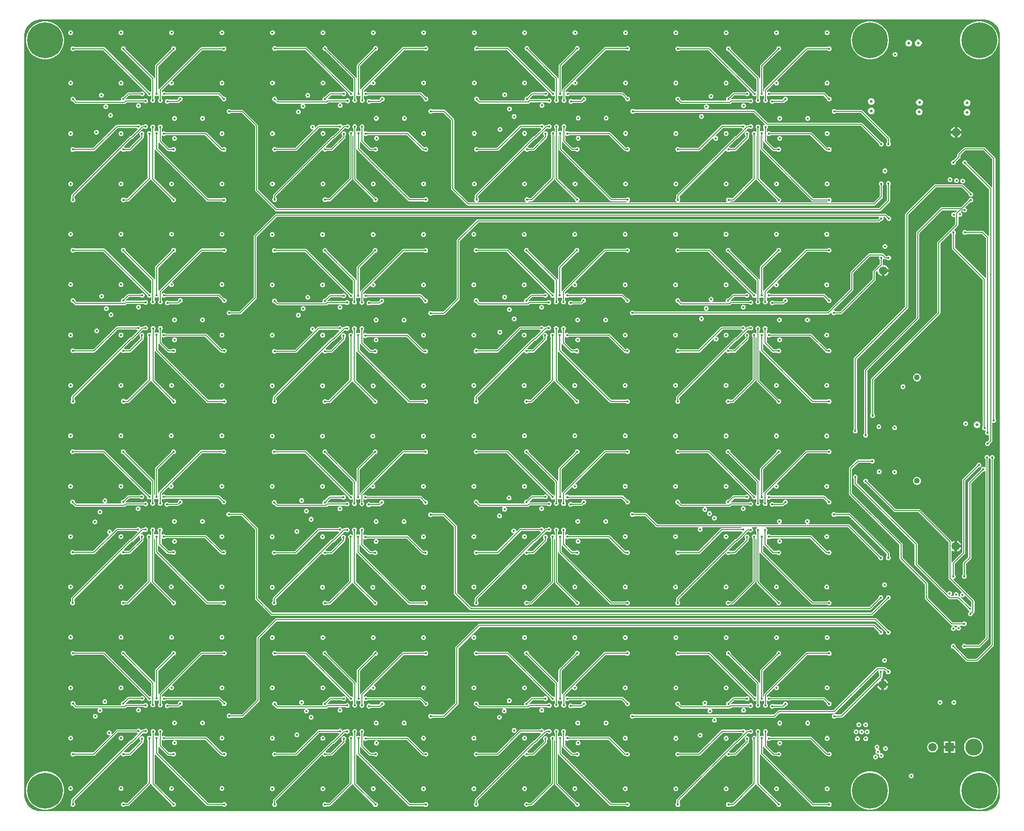
<source format=gbr>
G04*
G04 #@! TF.GenerationSoftware,Altium Limited,Altium Designer,25.0.2 (28)*
G04*
G04 Layer_Physical_Order=3*
G04 Layer_Color=36540*
%FSLAX25Y25*%
%MOIN*%
G70*
G04*
G04 #@! TF.SameCoordinates,7C83500D-BFB9-469C-A41D-0C693C3E1856*
G04*
G04*
G04 #@! TF.FilePolarity,Positive*
G04*
G01*
G75*
%ADD16C,0.00600*%
%ADD68C,0.04016*%
%ADD69C,0.05906*%
%ADD70R,0.05984X0.05984*%
%ADD71C,0.05984*%
%ADD72C,0.11811*%
%ADD73C,0.25197*%
%ADD74C,0.01772*%
%ADD75C,0.01968*%
G36*
X702228Y623601D02*
X703670Y623214D01*
X705050Y622643D01*
X706344Y621896D01*
X707529Y620987D01*
X708585Y619931D01*
X709494Y618745D01*
X710241Y617452D01*
X710813Y616072D01*
X711199Y614629D01*
X711394Y613148D01*
Y612402D01*
Y78543D01*
Y77797D01*
X711199Y76316D01*
X710813Y74873D01*
X710241Y73493D01*
X709494Y72199D01*
X708585Y71014D01*
X707529Y69958D01*
X706344Y69049D01*
X705050Y68302D01*
X703670Y67731D01*
X702228Y67344D01*
X700747Y67149D01*
X36440D01*
X34959Y67344D01*
X33516Y67731D01*
X32136Y68302D01*
X30843Y69049D01*
X29658Y69958D01*
X28602Y71014D01*
X27692Y72199D01*
X26946Y73493D01*
X26374Y74873D01*
X25987Y76316D01*
X25793Y77797D01*
Y78543D01*
Y612402D01*
Y613148D01*
X25987Y614629D01*
X26374Y616072D01*
X26946Y617452D01*
X27692Y618746D01*
X28602Y619930D01*
X29658Y620987D01*
X30843Y621896D01*
X32136Y622643D01*
X33516Y623214D01*
X34959Y623601D01*
X36440Y623796D01*
X700747D01*
X702228Y623601D01*
D02*
G37*
%LPC*%
G36*
X448586Y616273D02*
X447921D01*
X447306Y616018D01*
X446835Y615548D01*
X446580Y614933D01*
Y614267D01*
X446835Y613652D01*
X447306Y613182D01*
X447921Y612927D01*
X448586D01*
X449201Y613182D01*
X449672Y613652D01*
X449927Y614267D01*
Y614933D01*
X449672Y615548D01*
X449201Y616018D01*
X448586Y616273D01*
D02*
G37*
G36*
X413153D02*
X412488D01*
X411872Y616018D01*
X411402Y615548D01*
X411147Y614933D01*
Y614267D01*
X411402Y613652D01*
X411872Y613182D01*
X412488Y612927D01*
X413153D01*
X413768Y613182D01*
X414239Y613652D01*
X414494Y614267D01*
Y614933D01*
X414239Y615548D01*
X413768Y616018D01*
X413153Y616273D01*
D02*
G37*
G36*
X377720D02*
X377055D01*
X376439Y616018D01*
X375969Y615548D01*
X375714Y614933D01*
Y614267D01*
X375969Y613652D01*
X376439Y613182D01*
X377055Y612927D01*
X377720D01*
X378335Y613182D01*
X378806Y613652D01*
X379061Y614267D01*
Y614933D01*
X378806Y615548D01*
X378335Y616018D01*
X377720Y616273D01*
D02*
G37*
G36*
X342287D02*
X341621D01*
X341006Y616018D01*
X340536Y615548D01*
X340281Y614933D01*
Y614267D01*
X340536Y613652D01*
X341006Y613182D01*
X341621Y612927D01*
X342287D01*
X342902Y613182D01*
X343373Y613652D01*
X343627Y614267D01*
Y614933D01*
X343373Y615548D01*
X342902Y616018D01*
X342287Y616273D01*
D02*
G37*
G36*
X306779Y616266D02*
X306114D01*
X305499Y616011D01*
X305028Y615541D01*
X304773Y614925D01*
Y614260D01*
X305028Y613645D01*
X305499Y613174D01*
X306114Y612919D01*
X306779D01*
X307394Y613174D01*
X307865Y613645D01*
X308120Y614260D01*
Y614925D01*
X307865Y615541D01*
X307394Y616011D01*
X306779Y616266D01*
D02*
G37*
G36*
X271346D02*
X270680D01*
X270065Y616011D01*
X269595Y615541D01*
X269340Y614925D01*
Y614260D01*
X269595Y613645D01*
X270065Y613174D01*
X270680Y612919D01*
X271346D01*
X271961Y613174D01*
X272432Y613645D01*
X272687Y614260D01*
Y614925D01*
X272432Y615541D01*
X271961Y616011D01*
X271346Y616266D01*
D02*
G37*
G36*
X235913D02*
X235247D01*
X234632Y616011D01*
X234162Y615541D01*
X233907Y614925D01*
Y614260D01*
X234162Y613645D01*
X234632Y613174D01*
X235247Y612919D01*
X235913D01*
X236528Y613174D01*
X236999Y613645D01*
X237253Y614260D01*
Y614925D01*
X236999Y615541D01*
X236528Y616011D01*
X235913Y616266D01*
D02*
G37*
G36*
X200480D02*
X199814D01*
X199199Y616011D01*
X198729Y615541D01*
X198474Y614925D01*
Y614260D01*
X198729Y613645D01*
X199199Y613174D01*
X199814Y612919D01*
X200480D01*
X201095Y613174D01*
X201566Y613645D01*
X201820Y614260D01*
Y614925D01*
X201566Y615541D01*
X201095Y616011D01*
X200480Y616266D01*
D02*
G37*
G36*
X590221Y616197D02*
X589556D01*
X588941Y615942D01*
X588470Y615471D01*
X588215Y614856D01*
Y614191D01*
X588470Y613576D01*
X588941Y613105D01*
X589556Y612850D01*
X590221D01*
X590836Y613105D01*
X591307Y613576D01*
X591562Y614191D01*
Y614856D01*
X591307Y615471D01*
X590836Y615942D01*
X590221Y616197D01*
D02*
G37*
G36*
X554788D02*
X554123D01*
X553508Y615942D01*
X553037Y615471D01*
X552782Y614856D01*
Y614191D01*
X553037Y613576D01*
X553508Y613105D01*
X554123Y612850D01*
X554788D01*
X555403Y613105D01*
X555874Y613576D01*
X556129Y614191D01*
Y614856D01*
X555874Y615471D01*
X555403Y615942D01*
X554788Y616197D01*
D02*
G37*
G36*
X519355D02*
X518689D01*
X518075Y615942D01*
X517604Y615471D01*
X517349Y614856D01*
Y614191D01*
X517604Y613576D01*
X518075Y613105D01*
X518689Y612850D01*
X519355D01*
X519970Y613105D01*
X520441Y613576D01*
X520696Y614191D01*
Y614856D01*
X520441Y615471D01*
X519970Y615942D01*
X519355Y616197D01*
D02*
G37*
G36*
X483922D02*
X483256D01*
X482642Y615942D01*
X482171Y615471D01*
X481916Y614856D01*
Y614191D01*
X482171Y613576D01*
X482642Y613105D01*
X483256Y612850D01*
X483922D01*
X484537Y613105D01*
X485008Y613576D01*
X485262Y614191D01*
Y614856D01*
X485008Y615471D01*
X484537Y615942D01*
X483922Y616197D01*
D02*
G37*
G36*
X164934Y616196D02*
X164268D01*
X163653Y615942D01*
X163183Y615471D01*
X162928Y614856D01*
Y614190D01*
X163183Y613576D01*
X163653Y613105D01*
X164268Y612850D01*
X164934D01*
X165549Y613105D01*
X166020Y613576D01*
X166274Y614190D01*
Y614856D01*
X166020Y615471D01*
X165549Y615942D01*
X164934Y616196D01*
D02*
G37*
G36*
X129501D02*
X128835D01*
X128220Y615942D01*
X127750Y615471D01*
X127495Y614856D01*
Y614190D01*
X127750Y613576D01*
X128220Y613105D01*
X128835Y612850D01*
X129501D01*
X130116Y613105D01*
X130587Y613576D01*
X130841Y614190D01*
Y614856D01*
X130587Y615471D01*
X130116Y615942D01*
X129501Y616196D01*
D02*
G37*
G36*
X94068D02*
X93402D01*
X92787Y615942D01*
X92317Y615471D01*
X92062Y614856D01*
Y614190D01*
X92317Y613576D01*
X92787Y613105D01*
X93402Y612850D01*
X94068D01*
X94683Y613105D01*
X95153Y613576D01*
X95408Y614190D01*
Y614856D01*
X95153Y615471D01*
X94683Y615942D01*
X94068Y616196D01*
D02*
G37*
G36*
X58635D02*
X57969D01*
X57354Y615942D01*
X56884Y615471D01*
X56629Y614856D01*
Y614190D01*
X56884Y613576D01*
X57354Y613105D01*
X57969Y612850D01*
X58635D01*
X59250Y613105D01*
X59720Y613576D01*
X59975Y614190D01*
Y614856D01*
X59720Y615471D01*
X59250Y615942D01*
X58635Y616196D01*
D02*
G37*
G36*
X654604Y609744D02*
X653664D01*
X652796Y609384D01*
X652131Y608720D01*
X651772Y607852D01*
Y606912D01*
X652131Y606044D01*
X652796Y605379D01*
X653664Y605020D01*
X654604D01*
X655472Y605379D01*
X656136Y606044D01*
X656496Y606912D01*
Y607852D01*
X656136Y608720D01*
X655472Y609384D01*
X654604Y609744D01*
D02*
G37*
G36*
X647714Y609646D02*
X646774D01*
X645906Y609286D01*
X645241Y608622D01*
X644882Y607753D01*
Y606814D01*
X645241Y605945D01*
X645906Y605281D01*
X646774Y604921D01*
X647714D01*
X648582Y605281D01*
X649247Y605945D01*
X649606Y606814D01*
Y607753D01*
X649247Y608622D01*
X648582Y609286D01*
X647714Y609646D01*
D02*
G37*
G36*
X638122Y600978D02*
X637456D01*
X636841Y600723D01*
X636371Y600252D01*
X636116Y599638D01*
Y598972D01*
X636371Y598357D01*
X636841Y597886D01*
X637456Y597632D01*
X638122D01*
X638737Y597886D01*
X639208Y598357D01*
X639462Y598972D01*
Y599638D01*
X639208Y600252D01*
X638737Y600723D01*
X638122Y600978D01*
D02*
G37*
G36*
X697904Y622638D02*
X695797D01*
X693716Y622308D01*
X691712Y621657D01*
X689835Y620701D01*
X688130Y619462D01*
X686640Y617972D01*
X685402Y616268D01*
X684445Y614390D01*
X683794Y612387D01*
X683465Y610306D01*
Y608198D01*
X683794Y606117D01*
X684445Y604114D01*
X685402Y602236D01*
X686640Y600532D01*
X688130Y599042D01*
X689835Y597803D01*
X691712Y596847D01*
X693716Y596196D01*
X695797Y595866D01*
X697904D01*
X699985Y596196D01*
X701989Y596847D01*
X703866Y597803D01*
X705571Y599042D01*
X707060Y600532D01*
X708299Y602236D01*
X709256Y604114D01*
X709907Y606117D01*
X710236Y608198D01*
Y610306D01*
X709907Y612387D01*
X709256Y614390D01*
X708299Y616268D01*
X707060Y617972D01*
X705571Y619462D01*
X703866Y620701D01*
X701989Y621657D01*
X699985Y622308D01*
X697904Y622638D01*
D02*
G37*
G36*
X621132D02*
X619025D01*
X616944Y622308D01*
X614940Y621657D01*
X613063Y620701D01*
X611358Y619462D01*
X609869Y617972D01*
X608630Y616268D01*
X607674Y614390D01*
X607022Y612387D01*
X606693Y610306D01*
Y608198D01*
X607022Y606117D01*
X607674Y604114D01*
X608630Y602236D01*
X609869Y600532D01*
X611358Y599042D01*
X613063Y597803D01*
X614940Y596847D01*
X616944Y596196D01*
X619025Y595866D01*
X621132D01*
X623213Y596196D01*
X625217Y596847D01*
X627094Y597803D01*
X628799Y599042D01*
X630289Y600532D01*
X631527Y602236D01*
X632484Y604114D01*
X633135Y606117D01*
X633465Y608198D01*
Y610306D01*
X633135Y612387D01*
X632484Y614390D01*
X631527Y616268D01*
X630289Y617972D01*
X628799Y619462D01*
X627094Y620701D01*
X625217Y621657D01*
X623213Y622308D01*
X621132Y622638D01*
D02*
G37*
G36*
X41408D02*
X39301D01*
X37220Y622308D01*
X35216Y621657D01*
X33339Y620701D01*
X31634Y619462D01*
X30144Y617972D01*
X28906Y616268D01*
X27949Y614390D01*
X27298Y612387D01*
X26969Y610306D01*
Y608198D01*
X27298Y606117D01*
X27949Y604114D01*
X28906Y602236D01*
X30144Y600532D01*
X31634Y599042D01*
X33339Y597803D01*
X35216Y596847D01*
X37220Y596196D01*
X39301Y595866D01*
X41408D01*
X43489Y596196D01*
X45493Y596847D01*
X47370Y597803D01*
X49075Y599042D01*
X50564Y600532D01*
X51803Y602236D01*
X52759Y604114D01*
X53411Y606117D01*
X53740Y608198D01*
Y610306D01*
X53411Y612387D01*
X52759Y614390D01*
X51803Y616268D01*
X50564Y617972D01*
X49075Y619462D01*
X47370Y620701D01*
X45493Y621657D01*
X43489Y622308D01*
X41408Y622638D01*
D02*
G37*
G36*
X448586Y580840D02*
X447921D01*
X447306Y580585D01*
X446835Y580115D01*
X446580Y579500D01*
Y578834D01*
X446835Y578219D01*
X447306Y577748D01*
X447921Y577494D01*
X448586D01*
X449201Y577748D01*
X449672Y578219D01*
X449927Y578834D01*
Y579500D01*
X449672Y580115D01*
X449201Y580585D01*
X448586Y580840D01*
D02*
G37*
G36*
X377720D02*
X377055D01*
X376439Y580585D01*
X375969Y580115D01*
X375714Y579500D01*
Y578834D01*
X375969Y578219D01*
X376439Y577748D01*
X377055Y577494D01*
X377720D01*
X378335Y577748D01*
X378806Y578219D01*
X379061Y578834D01*
Y579500D01*
X378806Y580115D01*
X378335Y580585D01*
X377720Y580840D01*
D02*
G37*
G36*
X342287D02*
X341621D01*
X341006Y580585D01*
X340536Y580115D01*
X340281Y579500D01*
Y578834D01*
X340536Y578219D01*
X341006Y577748D01*
X341621Y577494D01*
X342287D01*
X342902Y577748D01*
X343373Y578219D01*
X343627Y578834D01*
Y579500D01*
X343373Y580115D01*
X342902Y580585D01*
X342287Y580840D01*
D02*
G37*
G36*
X306779Y580833D02*
X306114D01*
X305499Y580578D01*
X305028Y580107D01*
X304773Y579492D01*
Y578827D01*
X305028Y578212D01*
X305499Y577741D01*
X306114Y577486D01*
X306779D01*
X307394Y577741D01*
X307865Y578212D01*
X308120Y578827D01*
Y579492D01*
X307865Y580107D01*
X307394Y580578D01*
X306779Y580833D01*
D02*
G37*
G36*
X235913D02*
X235247D01*
X234632Y580578D01*
X234162Y580107D01*
X233907Y579492D01*
Y578827D01*
X234162Y578212D01*
X234632Y577741D01*
X235247Y577486D01*
X235913D01*
X236528Y577741D01*
X236999Y578212D01*
X237253Y578827D01*
Y579492D01*
X236999Y580107D01*
X236528Y580578D01*
X235913Y580833D01*
D02*
G37*
G36*
X200480D02*
X199814D01*
X199199Y580578D01*
X198729Y580107D01*
X198474Y579492D01*
Y578827D01*
X198729Y578212D01*
X199199Y577741D01*
X199814Y577486D01*
X200480D01*
X201095Y577741D01*
X201566Y578212D01*
X201820Y578827D01*
Y579492D01*
X201566Y580107D01*
X201095Y580578D01*
X200480Y580833D01*
D02*
G37*
G36*
X590221Y580764D02*
X589556D01*
X588941Y580509D01*
X588470Y580038D01*
X588215Y579423D01*
Y578758D01*
X588470Y578143D01*
X588941Y577672D01*
X589556Y577417D01*
X590221D01*
X590836Y577672D01*
X591307Y578143D01*
X591562Y578758D01*
Y579423D01*
X591307Y580038D01*
X590836Y580509D01*
X590221Y580764D01*
D02*
G37*
G36*
X519355D02*
X518689D01*
X518075Y580509D01*
X517604Y580038D01*
X517349Y579423D01*
Y578758D01*
X517604Y578143D01*
X518075Y577672D01*
X518689Y577417D01*
X519355D01*
X519970Y577672D01*
X520441Y578143D01*
X520696Y578758D01*
Y579423D01*
X520441Y580038D01*
X519970Y580509D01*
X519355Y580764D01*
D02*
G37*
G36*
X483922D02*
X483256D01*
X482642Y580509D01*
X482171Y580038D01*
X481916Y579423D01*
Y578758D01*
X482171Y578143D01*
X482642Y577672D01*
X483256Y577417D01*
X483922D01*
X484537Y577672D01*
X485008Y578143D01*
X485262Y578758D01*
Y579423D01*
X485008Y580038D01*
X484537Y580509D01*
X483922Y580764D01*
D02*
G37*
G36*
X164934Y580763D02*
X164268D01*
X163653Y580509D01*
X163183Y580038D01*
X162928Y579423D01*
Y578757D01*
X163183Y578142D01*
X163653Y577672D01*
X164268Y577417D01*
X164934D01*
X165549Y577672D01*
X166020Y578142D01*
X166274Y578757D01*
Y579423D01*
X166020Y580038D01*
X165549Y580509D01*
X164934Y580763D01*
D02*
G37*
G36*
X94068D02*
X93402D01*
X92787Y580509D01*
X92317Y580038D01*
X92062Y579423D01*
Y578757D01*
X92317Y578142D01*
X92787Y577672D01*
X93402Y577417D01*
X94068D01*
X94683Y577672D01*
X95153Y578142D01*
X95408Y578757D01*
Y579423D01*
X95153Y580038D01*
X94683Y580509D01*
X94068Y580763D01*
D02*
G37*
G36*
X58635D02*
X57969D01*
X57354Y580509D01*
X56884Y580038D01*
X56629Y579423D01*
Y578757D01*
X56884Y578142D01*
X57354Y577672D01*
X57969Y577417D01*
X58635D01*
X59250Y577672D01*
X59720Y578142D01*
X59975Y578757D01*
Y579423D01*
X59720Y580038D01*
X59250Y580509D01*
X58635Y580763D01*
D02*
G37*
G36*
X450127Y605096D02*
X449461D01*
X448846Y604842D01*
X448536Y604532D01*
X433985D01*
X433561Y604448D01*
X433201Y604207D01*
X404182Y575188D01*
X403942Y574828D01*
X403858Y574404D01*
Y573348D01*
X403508Y573160D01*
X403473Y573184D01*
Y590967D01*
X414256Y601750D01*
X414694D01*
X415309Y602005D01*
X415779Y602476D01*
X416034Y603090D01*
Y603756D01*
X415779Y604371D01*
X415309Y604842D01*
X414694Y605096D01*
X414028D01*
X413413Y604842D01*
X412942Y604371D01*
X412688Y603756D01*
Y603318D01*
X401580Y592211D01*
X401340Y591851D01*
X401256Y591427D01*
Y573203D01*
X401235Y573189D01*
X400885Y573376D01*
Y582575D01*
X400800Y582999D01*
X400560Y583359D01*
X380601Y603318D01*
Y603756D01*
X380346Y604371D01*
X379876Y604842D01*
X379261Y605096D01*
X378595D01*
X377980Y604842D01*
X377509Y604371D01*
X377255Y603756D01*
Y603090D01*
X377509Y602476D01*
X377980Y602005D01*
X378595Y601750D01*
X379033D01*
X398667Y582116D01*
Y573000D01*
X398344Y572866D01*
X398211Y572999D01*
X397596Y573253D01*
X397158D01*
X366205Y604207D01*
X365845Y604448D01*
X365421Y604532D01*
X344752D01*
X344443Y604842D01*
X343828Y605096D01*
X343162D01*
X342547Y604842D01*
X342076Y604371D01*
X341822Y603756D01*
Y603090D01*
X342076Y602476D01*
X342547Y602005D01*
X343162Y601750D01*
X343828D01*
X344443Y602005D01*
X344752Y602315D01*
X364961D01*
X395590Y571686D01*
Y571247D01*
X395845Y570633D01*
X396316Y570162D01*
X396931Y569907D01*
X397596D01*
X398211Y570162D01*
X398344Y570294D01*
X398667Y570160D01*
Y568288D01*
X398358Y567978D01*
X398103Y567363D01*
Y566697D01*
X398358Y566082D01*
X398828Y565611D01*
X399443Y565357D01*
X400109D01*
X400724Y565611D01*
X401194Y566082D01*
X401449Y566697D01*
Y567363D01*
X401194Y567978D01*
X400885Y568288D01*
Y570214D01*
X401235Y570359D01*
X401416Y570178D01*
X402031Y569923D01*
X402697D01*
X403312Y570178D01*
X403508Y570373D01*
X403858Y570228D01*
Y568244D01*
X403548Y567934D01*
X403293Y567319D01*
Y566653D01*
X403548Y566038D01*
X404018Y565568D01*
X404633Y565313D01*
X405299D01*
X405914Y565568D01*
X406385Y566038D01*
X406639Y566653D01*
Y567319D01*
X406385Y567934D01*
X406075Y568244D01*
Y570164D01*
X406398Y570298D01*
X406541Y570155D01*
X407157Y569900D01*
X407822D01*
X408437Y570155D01*
X408747Y570465D01*
X445751D01*
X448121Y568095D01*
Y567657D01*
X448376Y567042D01*
X448846Y566572D01*
X449461Y566317D01*
X450127D01*
X450742Y566572D01*
X451212Y567042D01*
X451467Y567657D01*
Y568323D01*
X451212Y568938D01*
X450742Y569409D01*
X450127Y569663D01*
X449689D01*
X446995Y572358D01*
X446635Y572598D01*
X446211Y572682D01*
X408747D01*
X408437Y572992D01*
X407822Y573247D01*
X407157D01*
X406541Y572992D01*
X406398Y572849D01*
X406075Y572983D01*
Y573945D01*
X410826Y578696D01*
X411238Y578614D01*
X411402Y578219D01*
X411872Y577748D01*
X412488Y577494D01*
X413153D01*
X413768Y577748D01*
X414239Y578219D01*
X414494Y578834D01*
Y579500D01*
X414239Y580115D01*
X413768Y580585D01*
X413374Y580749D01*
X413292Y581162D01*
X434445Y602315D01*
X448536D01*
X448846Y602005D01*
X449461Y601750D01*
X450127D01*
X450742Y602005D01*
X451212Y602476D01*
X451467Y603090D01*
Y603756D01*
X451212Y604371D01*
X450742Y604842D01*
X450127Y605096D01*
D02*
G37*
G36*
X308320Y605089D02*
X307654D01*
X307039Y604834D01*
X306729Y604525D01*
X292178D01*
X291754Y604440D01*
X291394Y604200D01*
X262375Y575181D01*
X262135Y574821D01*
X262051Y574397D01*
Y573340D01*
X261701Y573153D01*
X261666Y573176D01*
Y590960D01*
X272448Y601743D01*
X272887D01*
X273502Y601997D01*
X273972Y602468D01*
X274227Y603083D01*
Y603749D01*
X273972Y604364D01*
X273502Y604834D01*
X272887Y605089D01*
X272221D01*
X271606Y604834D01*
X271135Y604364D01*
X270881Y603749D01*
Y603311D01*
X259773Y592203D01*
X259533Y591844D01*
X259449Y591419D01*
Y573196D01*
X259428Y573182D01*
X259078Y573369D01*
Y582568D01*
X258993Y582992D01*
X258753Y583352D01*
X238794Y603311D01*
Y603749D01*
X238539Y604364D01*
X238069Y604834D01*
X237454Y605089D01*
X236788D01*
X236173Y604834D01*
X235702Y604364D01*
X235448Y603749D01*
Y603083D01*
X235702Y602468D01*
X236173Y601997D01*
X236788Y601743D01*
X237226D01*
X256860Y582108D01*
Y572993D01*
X256537Y572859D01*
X256404Y572991D01*
X255789Y573246D01*
X255351D01*
X224398Y604200D01*
X224038Y604440D01*
X223614Y604525D01*
X202945D01*
X202636Y604834D01*
X202021Y605089D01*
X201355D01*
X200740Y604834D01*
X200269Y604364D01*
X200014Y603749D01*
Y603083D01*
X200269Y602468D01*
X200740Y601997D01*
X201355Y601743D01*
X202021D01*
X202636Y601997D01*
X202945Y602307D01*
X223154D01*
X253783Y571678D01*
Y571240D01*
X254038Y570625D01*
X254509Y570154D01*
X255124Y569900D01*
X255789D01*
X256404Y570154D01*
X256537Y570287D01*
X256860Y570153D01*
Y568280D01*
X256550Y567970D01*
X256296Y567355D01*
Y566690D01*
X256550Y566075D01*
X257021Y565604D01*
X257636Y565349D01*
X258302D01*
X258917Y565604D01*
X259387Y566075D01*
X259642Y566690D01*
Y567355D01*
X259387Y567970D01*
X259078Y568280D01*
Y570207D01*
X259428Y570352D01*
X259609Y570170D01*
X260224Y569915D01*
X260890D01*
X261505Y570170D01*
X261701Y570366D01*
X262051Y570221D01*
Y568236D01*
X261741Y567927D01*
X261486Y567311D01*
Y566646D01*
X261741Y566031D01*
X262211Y565560D01*
X262826Y565306D01*
X263492D01*
X264107Y565560D01*
X264578Y566031D01*
X264832Y566646D01*
Y567311D01*
X264578Y567927D01*
X264268Y568236D01*
Y570157D01*
X264591Y570291D01*
X264734Y570148D01*
X265349Y569893D01*
X266015D01*
X266630Y570148D01*
X266940Y570457D01*
X303944D01*
X306314Y568088D01*
Y567650D01*
X306568Y567035D01*
X307039Y566564D01*
X307654Y566310D01*
X308320D01*
X308935Y566564D01*
X309405Y567035D01*
X309660Y567650D01*
Y568316D01*
X309405Y568931D01*
X308935Y569401D01*
X308320Y569656D01*
X307882D01*
X305188Y572350D01*
X304828Y572590D01*
X304404Y572675D01*
X266940D01*
X266630Y572985D01*
X266015Y573239D01*
X265349D01*
X264734Y572985D01*
X264591Y572842D01*
X264268Y572975D01*
Y573938D01*
X269019Y578688D01*
X269431Y578606D01*
X269595Y578212D01*
X270065Y577741D01*
X270680Y577486D01*
X271346D01*
X271961Y577741D01*
X272432Y578212D01*
X272687Y578827D01*
Y579492D01*
X272432Y580107D01*
X271961Y580578D01*
X271567Y580741D01*
X271485Y581154D01*
X292638Y602307D01*
X306729D01*
X307039Y601997D01*
X307654Y601743D01*
X308320D01*
X308935Y601997D01*
X309405Y602468D01*
X309660Y603083D01*
Y603749D01*
X309405Y604364D01*
X308935Y604834D01*
X308320Y605089D01*
D02*
G37*
G36*
X591762Y605020D02*
X591096D01*
X590481Y604765D01*
X590171Y604456D01*
X575621D01*
X575196Y604371D01*
X574836Y604131D01*
X545817Y575112D01*
X545577Y574752D01*
X545493Y574328D01*
Y573271D01*
X545143Y573084D01*
X545108Y573107D01*
Y590891D01*
X555891Y601674D01*
X556329D01*
X556944Y601928D01*
X557414Y602399D01*
X557669Y603014D01*
Y603680D01*
X557414Y604295D01*
X556944Y604765D01*
X556329Y605020D01*
X555663D01*
X555048Y604765D01*
X554577Y604295D01*
X554323Y603680D01*
Y603242D01*
X543215Y592134D01*
X542975Y591775D01*
X542891Y591350D01*
Y573127D01*
X542870Y573113D01*
X542520Y573300D01*
Y582499D01*
X542435Y582923D01*
X542195Y583283D01*
X522236Y603242D01*
Y603680D01*
X521981Y604295D01*
X521511Y604765D01*
X520896Y605020D01*
X520230D01*
X519615Y604765D01*
X519144Y604295D01*
X518890Y603680D01*
Y603014D01*
X519144Y602399D01*
X519615Y601928D01*
X520230Y601674D01*
X520668D01*
X540302Y582039D01*
Y572924D01*
X539979Y572790D01*
X539847Y572922D01*
X539231Y573177D01*
X538793D01*
X507840Y604131D01*
X507480Y604371D01*
X507056Y604456D01*
X486387D01*
X486078Y604765D01*
X485463Y605020D01*
X484797D01*
X484182Y604765D01*
X483711Y604295D01*
X483457Y603680D01*
Y603014D01*
X483711Y602399D01*
X484182Y601928D01*
X484797Y601674D01*
X485463D01*
X486078Y601928D01*
X486387Y602238D01*
X506597D01*
X537225Y571609D01*
Y571171D01*
X537480Y570556D01*
X537951Y570085D01*
X538566Y569831D01*
X539231D01*
X539847Y570085D01*
X539979Y570218D01*
X540302Y570084D01*
Y568211D01*
X539993Y567901D01*
X539738Y567286D01*
Y566621D01*
X539993Y566006D01*
X540463Y565535D01*
X541078Y565280D01*
X541744D01*
X542359Y565535D01*
X542830Y566006D01*
X543084Y566621D01*
Y567286D01*
X542830Y567901D01*
X542520Y568211D01*
Y570138D01*
X542870Y570283D01*
X543051Y570101D01*
X543667Y569846D01*
X544332D01*
X544947Y570101D01*
X545143Y570297D01*
X545493Y570152D01*
Y568167D01*
X545183Y567858D01*
X544928Y567242D01*
Y566577D01*
X545183Y565962D01*
X545653Y565491D01*
X546269Y565237D01*
X546934D01*
X547549Y565491D01*
X548020Y565962D01*
X548275Y566577D01*
Y567242D01*
X548020Y567858D01*
X547710Y568167D01*
Y570088D01*
X548033Y570222D01*
X548177Y570079D01*
X548792Y569824D01*
X549457D01*
X550072Y570079D01*
X550382Y570388D01*
X587386D01*
X589756Y568019D01*
Y567581D01*
X590010Y566966D01*
X590481Y566495D01*
X591096Y566241D01*
X591762D01*
X592377Y566495D01*
X592847Y566966D01*
X593102Y567581D01*
Y568247D01*
X592847Y568862D01*
X592377Y569332D01*
X591762Y569587D01*
X591324D01*
X588630Y572281D01*
X588270Y572521D01*
X587846Y572606D01*
X550382D01*
X550072Y572916D01*
X549457Y573170D01*
X548792D01*
X548177Y572916D01*
X548033Y572772D01*
X547710Y572906D01*
Y573869D01*
X552461Y578619D01*
X552874Y578537D01*
X553037Y578143D01*
X553508Y577672D01*
X554123Y577417D01*
X554788D01*
X555403Y577672D01*
X555874Y578143D01*
X556129Y578758D01*
Y579423D01*
X555874Y580038D01*
X555403Y580509D01*
X555009Y580672D01*
X554927Y581085D01*
X576080Y602238D01*
X590171D01*
X590481Y601928D01*
X591096Y601674D01*
X591762D01*
X592377Y601928D01*
X592847Y602399D01*
X593102Y603014D01*
Y603680D01*
X592847Y604295D01*
X592377Y604765D01*
X591762Y605020D01*
D02*
G37*
G36*
X166474Y605020D02*
X165809D01*
X165194Y604765D01*
X164884Y604455D01*
X150333D01*
X149909Y604371D01*
X149549Y604130D01*
X120530Y575111D01*
X120290Y574752D01*
X120205Y574327D01*
Y573271D01*
X119855Y573084D01*
X119821Y573107D01*
Y590891D01*
X130603Y601673D01*
X131042D01*
X131657Y601928D01*
X132127Y602399D01*
X132382Y603014D01*
Y603679D01*
X132127Y604294D01*
X131657Y604765D01*
X131042Y605020D01*
X130376D01*
X129761Y604765D01*
X129290Y604294D01*
X129035Y603679D01*
Y603241D01*
X117928Y592134D01*
X117688Y591774D01*
X117603Y591350D01*
Y573126D01*
X117582Y573112D01*
X117232Y573299D01*
Y582498D01*
X117148Y582923D01*
X116908Y583282D01*
X96949Y603241D01*
Y603679D01*
X96694Y604294D01*
X96223Y604765D01*
X95608Y605020D01*
X94943D01*
X94328Y604765D01*
X93857Y604294D01*
X93602Y603679D01*
Y603014D01*
X93857Y602399D01*
X94328Y601928D01*
X94943Y601673D01*
X95381D01*
X115015Y582039D01*
Y572923D01*
X114692Y572789D01*
X114559Y572922D01*
X113944Y573177D01*
X113506D01*
X82552Y604130D01*
X82193Y604371D01*
X81768Y604455D01*
X61100D01*
X60790Y604765D01*
X60175Y605020D01*
X59510D01*
X58895Y604765D01*
X58424Y604294D01*
X58169Y603679D01*
Y603014D01*
X58424Y602399D01*
X58895Y601928D01*
X59510Y601673D01*
X60175D01*
X60790Y601928D01*
X61100Y602238D01*
X81309D01*
X111938Y571609D01*
Y571171D01*
X112193Y570556D01*
X112664Y570085D01*
X113279Y569830D01*
X113944D01*
X114559Y570085D01*
X114692Y570218D01*
X115015Y570084D01*
Y568211D01*
X114705Y567901D01*
X114451Y567286D01*
Y566620D01*
X114705Y566005D01*
X115176Y565535D01*
X115791Y565280D01*
X116457D01*
X117071Y565535D01*
X117542Y566005D01*
X117797Y566620D01*
Y567286D01*
X117542Y567901D01*
X117232Y568211D01*
Y570138D01*
X117582Y570283D01*
X117764Y570101D01*
X118379Y569846D01*
X119045D01*
X119660Y570101D01*
X119855Y570296D01*
X120205Y570151D01*
Y568167D01*
X119896Y567857D01*
X119641Y567242D01*
Y566576D01*
X119896Y565962D01*
X120366Y565491D01*
X120981Y565236D01*
X121647D01*
X122262Y565491D01*
X122732Y565962D01*
X122987Y566576D01*
Y567242D01*
X122732Y567857D01*
X122423Y568167D01*
Y570087D01*
X122746Y570221D01*
X122889Y570078D01*
X123504Y569824D01*
X124170D01*
X124785Y570078D01*
X125095Y570388D01*
X162099D01*
X164469Y568019D01*
Y567581D01*
X164723Y566966D01*
X165194Y566495D01*
X165809Y566240D01*
X166474D01*
X167089Y566495D01*
X167560Y566966D01*
X167815Y567581D01*
Y568246D01*
X167560Y568861D01*
X167089Y569332D01*
X166474Y569587D01*
X166036D01*
X163342Y572281D01*
X162983Y572521D01*
X162558Y572605D01*
X125095D01*
X124785Y572915D01*
X124170Y573170D01*
X123504D01*
X122889Y572915D01*
X122746Y572772D01*
X122423Y572906D01*
Y573868D01*
X127173Y578619D01*
X127586Y578537D01*
X127750Y578142D01*
X128220Y577672D01*
X128835Y577417D01*
X129501D01*
X130116Y577672D01*
X130587Y578142D01*
X130841Y578757D01*
Y579423D01*
X130587Y580038D01*
X130116Y580509D01*
X129722Y580672D01*
X129639Y581085D01*
X150792Y602238D01*
X164884D01*
X165194Y601928D01*
X165809Y601673D01*
X166474D01*
X167089Y601928D01*
X167560Y602399D01*
X167815Y603014D01*
Y603679D01*
X167560Y604294D01*
X167089Y604765D01*
X166474Y605020D01*
D02*
G37*
G36*
X392486Y573342D02*
X391821D01*
X391206Y573087D01*
X390896Y572777D01*
X382606D01*
X382182Y572693D01*
X381822Y572452D01*
X379033Y569663D01*
X378595D01*
X377980Y569409D01*
X377509Y568938D01*
X377255Y568323D01*
Y567657D01*
X377418Y567263D01*
X377184Y566913D01*
X346140D01*
X345168Y567885D01*
Y568323D01*
X344913Y568938D01*
X344443Y569409D01*
X343828Y569663D01*
X343162D01*
X342547Y569409D01*
X342076Y568938D01*
X341822Y568323D01*
Y567657D01*
X342076Y567042D01*
X342547Y566572D01*
X343162Y566317D01*
X343600D01*
X344897Y565020D01*
X345256Y564780D01*
X345681Y564696D01*
X379833D01*
X380258Y564780D01*
X380617Y565020D01*
X381223Y565626D01*
X393422D01*
X393731Y565316D01*
X394346Y565061D01*
X395012D01*
X395627Y565316D01*
X396098Y565787D01*
X396352Y566402D01*
Y567067D01*
X396098Y567682D01*
X395627Y568153D01*
X395012Y568408D01*
X394346D01*
X393731Y568153D01*
X393422Y567843D01*
X380837D01*
X380724Y568030D01*
X380691Y568186D01*
X383065Y570560D01*
X390896D01*
X391206Y570250D01*
X391821Y569995D01*
X392486D01*
X393101Y570250D01*
X393572Y570721D01*
X393827Y571336D01*
Y572001D01*
X393572Y572616D01*
X393101Y573087D01*
X392486Y573342D01*
D02*
G37*
G36*
X250679Y573334D02*
X250013D01*
X249399Y573079D01*
X249089Y572770D01*
X240799D01*
X240375Y572685D01*
X240015Y572445D01*
X237226Y569656D01*
X236788D01*
X236173Y569401D01*
X235702Y568931D01*
X235448Y568316D01*
Y567650D01*
X235611Y567256D01*
X235377Y566906D01*
X204333D01*
X203361Y567877D01*
Y568316D01*
X203106Y568931D01*
X202636Y569401D01*
X202021Y569656D01*
X201355D01*
X200740Y569401D01*
X200269Y568931D01*
X200014Y568316D01*
Y567650D01*
X200269Y567035D01*
X200740Y566564D01*
X201355Y566310D01*
X201793D01*
X203090Y565013D01*
X203449Y564773D01*
X203873Y564688D01*
X220481D01*
X220563Y564393D01*
X220566Y564338D01*
X220105Y563878D01*
X219850Y563263D01*
Y562597D01*
X220105Y561982D01*
X220576Y561512D01*
X221191Y561257D01*
X221856D01*
X222471Y561512D01*
X222942Y561982D01*
X223197Y562597D01*
Y563263D01*
X222942Y563878D01*
X222481Y564338D01*
X222484Y564393D01*
X222566Y564688D01*
X238026D01*
X238451Y564773D01*
X238810Y565013D01*
X239416Y565618D01*
X251614D01*
X251924Y565309D01*
X252539Y565054D01*
X253205D01*
X253820Y565309D01*
X254291Y565779D01*
X254545Y566394D01*
Y567060D01*
X254291Y567675D01*
X253820Y568146D01*
X253205Y568400D01*
X252539D01*
X251924Y568146D01*
X251614Y567836D01*
X239030D01*
X238917Y568022D01*
X238884Y568178D01*
X241258Y570552D01*
X249089D01*
X249399Y570243D01*
X250013Y569988D01*
X250679D01*
X251294Y570243D01*
X251765Y570713D01*
X252020Y571328D01*
Y571994D01*
X251765Y572609D01*
X251294Y573079D01*
X250679Y573334D01*
D02*
G37*
G36*
X534121Y573265D02*
X533456D01*
X532841Y573010D01*
X532531Y572701D01*
X524241D01*
X523817Y572616D01*
X523457Y572376D01*
X520668Y569587D01*
X520230D01*
X519615Y569332D01*
X519144Y568862D01*
X518890Y568247D01*
Y567581D01*
X519053Y567187D01*
X518819Y566837D01*
X487775D01*
X486803Y567808D01*
Y568247D01*
X486548Y568862D01*
X486078Y569332D01*
X485463Y569587D01*
X484797D01*
X484182Y569332D01*
X483711Y568862D01*
X483457Y568247D01*
Y567581D01*
X483711Y566966D01*
X484182Y566495D01*
X484797Y566241D01*
X485235D01*
X486532Y564944D01*
X486891Y564704D01*
X487316Y564619D01*
X521468D01*
X521893Y564704D01*
X522252Y564944D01*
X522858Y565549D01*
X535057D01*
X535366Y565239D01*
X535981Y564985D01*
X536647D01*
X537262Y565239D01*
X537733Y565710D01*
X537987Y566325D01*
Y566991D01*
X537733Y567606D01*
X537262Y568077D01*
X536647Y568331D01*
X535981D01*
X535366Y568077D01*
X535057Y567767D01*
X522472D01*
X522359Y567953D01*
X522326Y568109D01*
X524700Y570483D01*
X532531D01*
X532841Y570174D01*
X533456Y569919D01*
X534121D01*
X534736Y570174D01*
X535207Y570644D01*
X535462Y571259D01*
Y571925D01*
X535207Y572540D01*
X534736Y573010D01*
X534121Y573265D01*
D02*
G37*
G36*
X108834Y573265D02*
X108168D01*
X107553Y573010D01*
X107244Y572700D01*
X98954D01*
X98529Y572616D01*
X98170Y572375D01*
X95381Y569587D01*
X94943D01*
X94328Y569332D01*
X93857Y568861D01*
X93602Y568246D01*
Y567581D01*
X93766Y567186D01*
X93532Y566836D01*
X62488D01*
X61516Y567808D01*
Y568246D01*
X61261Y568861D01*
X60790Y569332D01*
X60175Y569587D01*
X59510D01*
X58895Y569332D01*
X58424Y568861D01*
X58169Y568246D01*
Y567581D01*
X58424Y566966D01*
X58895Y566495D01*
X59510Y566240D01*
X59948D01*
X61244Y564944D01*
X61604Y564703D01*
X62028Y564619D01*
X96181D01*
X96605Y564703D01*
X96965Y564944D01*
X97570Y565549D01*
X109769D01*
X110079Y565239D01*
X110694Y564984D01*
X111360D01*
X111975Y565239D01*
X112445Y565710D01*
X112700Y566325D01*
Y566990D01*
X112445Y567605D01*
X111975Y568076D01*
X111360Y568331D01*
X110694D01*
X110079Y568076D01*
X109769Y567766D01*
X97184D01*
X97072Y567953D01*
X97039Y568109D01*
X99413Y570483D01*
X107244D01*
X107553Y570173D01*
X108168Y569918D01*
X108834D01*
X109449Y570173D01*
X109920Y570644D01*
X110174Y571259D01*
Y571924D01*
X109920Y572539D01*
X109449Y573010D01*
X108834Y573265D01*
D02*
G37*
G36*
X363734Y572614D02*
X363069D01*
X362454Y572360D01*
X361983Y571889D01*
X361728Y571274D01*
Y570608D01*
X361983Y569993D01*
X362454Y569523D01*
X363069Y569268D01*
X363734D01*
X364349Y569523D01*
X364820Y569993D01*
X365075Y570608D01*
Y571274D01*
X364820Y571889D01*
X364349Y572360D01*
X363734Y572614D01*
D02*
G37*
G36*
X80174Y572263D02*
X79509D01*
X78894Y572008D01*
X78423Y571538D01*
X78168Y570923D01*
Y570257D01*
X78423Y569642D01*
X78894Y569171D01*
X79509Y568917D01*
X80174D01*
X80789Y569171D01*
X81260Y569642D01*
X81515Y570257D01*
Y570923D01*
X81260Y571538D01*
X80789Y572008D01*
X80174Y572263D01*
D02*
G37*
G36*
X225344Y572103D02*
X224679D01*
X224064Y571848D01*
X223593Y571377D01*
X223338Y570762D01*
Y570097D01*
X223593Y569482D01*
X224064Y569011D01*
X224679Y568756D01*
X225344D01*
X225959Y569011D01*
X226430Y569482D01*
X226685Y570097D01*
Y570762D01*
X226430Y571377D01*
X225959Y571848D01*
X225344Y572103D01*
D02*
G37*
G36*
X508671Y571478D02*
X508006D01*
X507390Y571223D01*
X506920Y570752D01*
X506665Y570137D01*
Y569472D01*
X506920Y568856D01*
X507390Y568386D01*
X508006Y568131D01*
X508671D01*
X509286Y568386D01*
X509757Y568856D01*
X510011Y569472D01*
Y570137D01*
X509757Y570752D01*
X509286Y571223D01*
X508671Y571478D01*
D02*
G37*
G36*
X419380Y569651D02*
X418714D01*
X418099Y569396D01*
X417628Y568925D01*
X417374Y568310D01*
Y567872D01*
X416978Y567477D01*
X411093D01*
X410783Y567787D01*
X410168Y568041D01*
X409503D01*
X408888Y567787D01*
X408417Y567316D01*
X408162Y566701D01*
Y566035D01*
X408417Y565420D01*
X408888Y564950D01*
X409503Y564695D01*
X410168D01*
X410783Y564950D01*
X411093Y565260D01*
X417437D01*
X417862Y565344D01*
X418221Y565584D01*
X418941Y566304D01*
X419380D01*
X419995Y566559D01*
X420465Y567030D01*
X420720Y567645D01*
Y568310D01*
X420465Y568925D01*
X419995Y569396D01*
X419380Y569651D01*
D02*
G37*
G36*
X277573Y569643D02*
X276907D01*
X276292Y569389D01*
X275821Y568918D01*
X275567Y568303D01*
Y567865D01*
X275171Y567470D01*
X269286D01*
X268976Y567779D01*
X268361Y568034D01*
X267695D01*
X267080Y567779D01*
X266610Y567309D01*
X266355Y566694D01*
Y566028D01*
X266610Y565413D01*
X267080Y564942D01*
X267695Y564688D01*
X268361D01*
X268976Y564942D01*
X269286Y565252D01*
X275630D01*
X276055Y565337D01*
X276414Y565577D01*
X277134Y566297D01*
X277573D01*
X278187Y566552D01*
X278658Y567022D01*
X278913Y567637D01*
Y568303D01*
X278658Y568918D01*
X278187Y569389D01*
X277573Y569643D01*
D02*
G37*
G36*
X561015Y569574D02*
X560349D01*
X559734Y569320D01*
X559263Y568849D01*
X559009Y568234D01*
Y567796D01*
X558613Y567401D01*
X552728D01*
X552418Y567710D01*
X551803Y567965D01*
X551138D01*
X550523Y567710D01*
X550052Y567240D01*
X549797Y566625D01*
Y565959D01*
X550052Y565344D01*
X550523Y564873D01*
X551138Y564619D01*
X551803D01*
X552418Y564873D01*
X552728Y565183D01*
X559072D01*
X559497Y565268D01*
X559857Y565508D01*
X560577Y566228D01*
X561015D01*
X561630Y566483D01*
X562100Y566953D01*
X562355Y567568D01*
Y568234D01*
X562100Y568849D01*
X561630Y569320D01*
X561015Y569574D01*
D02*
G37*
G36*
X135727Y569574D02*
X135062D01*
X134447Y569319D01*
X133976Y568849D01*
X133721Y568234D01*
Y567796D01*
X133326Y567400D01*
X127441D01*
X127131Y567710D01*
X126516Y567965D01*
X125850D01*
X125235Y567710D01*
X124765Y567239D01*
X124510Y566624D01*
Y565959D01*
X124765Y565344D01*
X125235Y564873D01*
X125850Y564618D01*
X126516D01*
X127131Y564873D01*
X127441Y565183D01*
X133785D01*
X134210Y565267D01*
X134569Y565507D01*
X135289Y566227D01*
X135727D01*
X136342Y566482D01*
X136813Y566953D01*
X137068Y567568D01*
Y568234D01*
X136813Y568849D01*
X136342Y569319D01*
X135727Y569574D01*
D02*
G37*
G36*
X621434Y568504D02*
X620495D01*
X619627Y568144D01*
X618962Y567480D01*
X618602Y566612D01*
Y565672D01*
X618962Y564804D01*
X619627Y564139D01*
X620495Y563779D01*
X621434D01*
X622303Y564139D01*
X622967Y564804D01*
X623327Y565672D01*
Y566612D01*
X622967Y567480D01*
X622303Y568144D01*
X621434Y568504D01*
D02*
G37*
G36*
X655293Y568012D02*
X654353D01*
X653485Y567652D01*
X652820Y566988D01*
X652461Y566119D01*
Y565180D01*
X652820Y564312D01*
X653485Y563647D01*
X654353Y563287D01*
X655293D01*
X656161Y563647D01*
X656825Y564312D01*
X657185Y565180D01*
Y566119D01*
X656825Y566988D01*
X656161Y567652D01*
X655293Y568012D01*
D02*
G37*
G36*
X688659Y567717D02*
X687719D01*
X686851Y567357D01*
X686186Y566692D01*
X685827Y565824D01*
Y564884D01*
X686186Y564016D01*
X686851Y563352D01*
X687719Y562992D01*
X688659D01*
X689527Y563352D01*
X690192Y564016D01*
X690551Y564884D01*
Y565824D01*
X690192Y566692D01*
X689527Y567357D01*
X688659Y567717D01*
D02*
G37*
G36*
X389897Y565092D02*
X389231D01*
X388616Y564837D01*
X388145Y564366D01*
X387891Y563751D01*
Y563086D01*
X388145Y562471D01*
X388616Y562000D01*
X389231Y561745D01*
X389897D01*
X390512Y562000D01*
X390982Y562471D01*
X391237Y563086D01*
Y563751D01*
X390982Y564366D01*
X390512Y564837D01*
X389897Y565092D01*
D02*
G37*
G36*
X248090Y565084D02*
X247424D01*
X246809Y564830D01*
X246338Y564359D01*
X246084Y563744D01*
Y563078D01*
X246338Y562463D01*
X246809Y561993D01*
X247424Y561738D01*
X248090D01*
X248705Y561993D01*
X249175Y562463D01*
X249430Y563078D01*
Y563744D01*
X249175Y564359D01*
X248705Y564830D01*
X248090Y565084D01*
D02*
G37*
G36*
X531532Y565015D02*
X530866D01*
X530251Y564761D01*
X529780Y564290D01*
X529526Y563675D01*
Y563009D01*
X529780Y562394D01*
X530251Y561924D01*
X530866Y561669D01*
X531532D01*
X532147Y561924D01*
X532618Y562394D01*
X532872Y563009D01*
Y563675D01*
X532618Y564290D01*
X532147Y564761D01*
X531532Y565015D01*
D02*
G37*
G36*
X106245Y565015D02*
X105579D01*
X104964Y564760D01*
X104493Y564290D01*
X104238Y563675D01*
Y563009D01*
X104493Y562394D01*
X104964Y561923D01*
X105579Y561668D01*
X106245D01*
X106860Y561923D01*
X107330Y562394D01*
X107585Y563009D01*
Y563675D01*
X107330Y564290D01*
X106860Y564760D01*
X106245Y565015D01*
D02*
G37*
G36*
X83425Y564263D02*
X82759D01*
X82144Y564008D01*
X81673Y563537D01*
X81419Y562922D01*
Y562257D01*
X81673Y561642D01*
X82144Y561171D01*
X82759Y560916D01*
X83425D01*
X84039Y561171D01*
X84510Y561642D01*
X84765Y562257D01*
Y562922D01*
X84510Y563537D01*
X84039Y564008D01*
X83425Y564263D01*
D02*
G37*
G36*
X505481Y564151D02*
X504815D01*
X504200Y563896D01*
X503729Y563426D01*
X503475Y562811D01*
Y562145D01*
X503729Y561530D01*
X504200Y561059D01*
X504815Y560805D01*
X505481D01*
X506096Y561059D01*
X506566Y561530D01*
X506821Y562145D01*
Y562811D01*
X506566Y563426D01*
X506096Y563896D01*
X505481Y564151D01*
D02*
G37*
G36*
X367098Y562682D02*
X366433D01*
X365818Y562427D01*
X365347Y561957D01*
X365092Y561342D01*
Y560676D01*
X365347Y560061D01*
X365818Y559590D01*
X366433Y559336D01*
X367098D01*
X367713Y559590D01*
X368184Y560061D01*
X368439Y560676D01*
Y561342D01*
X368184Y561957D01*
X367713Y562427D01*
X367098Y562682D01*
D02*
G37*
G36*
X218630Y560548D02*
X217964D01*
X217349Y560293D01*
X216879Y559823D01*
X216624Y559208D01*
Y558542D01*
X216879Y557927D01*
X217349Y557456D01*
X217964Y557202D01*
X218630D01*
X219245Y557456D01*
X219715Y557927D01*
X219970Y558542D01*
Y559208D01*
X219715Y559823D01*
X219245Y560293D01*
X218630Y560548D01*
D02*
G37*
G36*
X621533Y561909D02*
X620593D01*
X619725Y561550D01*
X619060Y560885D01*
X618701Y560017D01*
Y559077D01*
X619060Y558209D01*
X619725Y557545D01*
X620593Y557185D01*
X621533D01*
X622401Y557545D01*
X623066Y558209D01*
X623425Y559077D01*
Y560017D01*
X623066Y560885D01*
X622401Y561550D01*
X621533Y561909D01*
D02*
G37*
G36*
X655096Y561319D02*
X654156D01*
X653288Y560959D01*
X652623Y560295D01*
X652264Y559426D01*
Y558487D01*
X652623Y557619D01*
X653288Y556954D01*
X654156Y556595D01*
X655096D01*
X655964Y556954D01*
X656629Y557619D01*
X656988Y558487D01*
Y559426D01*
X656629Y560295D01*
X655964Y560959D01*
X655096Y561319D01*
D02*
G37*
G36*
X688659Y560827D02*
X687719D01*
X686851Y560467D01*
X686186Y559803D01*
X685827Y558934D01*
Y557995D01*
X686186Y557127D01*
X686851Y556462D01*
X687719Y556102D01*
X688659D01*
X689527Y556462D01*
X690192Y557127D01*
X690551Y557995D01*
Y558934D01*
X690192Y559803D01*
X689527Y560467D01*
X688659Y560827D01*
D02*
G37*
G36*
X86697Y558095D02*
X86031D01*
X85417Y557841D01*
X84946Y557370D01*
X84691Y556755D01*
Y556089D01*
X84946Y555474D01*
X85417Y555004D01*
X86031Y554749D01*
X86697D01*
X87312Y555004D01*
X87783Y555474D01*
X88038Y556089D01*
Y556755D01*
X87783Y557370D01*
X87312Y557841D01*
X86697Y558095D01*
D02*
G37*
G36*
X501975Y557376D02*
X501309D01*
X500694Y557121D01*
X500224Y556651D01*
X499969Y556036D01*
Y555370D01*
X500224Y554755D01*
X500694Y554284D01*
X501309Y554030D01*
X501975D01*
X502590Y554284D01*
X503060Y554755D01*
X503315Y555370D01*
Y556036D01*
X503060Y556651D01*
X502590Y557121D01*
X501975Y557376D01*
D02*
G37*
G36*
X370262Y557355D02*
X369597D01*
X368982Y557100D01*
X368511Y556630D01*
X368256Y556015D01*
Y555349D01*
X368511Y554734D01*
X368982Y554263D01*
X369597Y554009D01*
X370262D01*
X370877Y554263D01*
X371348Y554734D01*
X371603Y555349D01*
Y556015D01*
X371348Y556630D01*
X370877Y557100D01*
X370262Y557355D01*
D02*
G37*
G36*
X434969Y556081D02*
X434304D01*
X433689Y555826D01*
X433218Y555355D01*
X432963Y554740D01*
Y554075D01*
X433218Y553460D01*
X433689Y552989D01*
X434304Y552734D01*
X434969D01*
X435584Y552989D01*
X436055Y553460D01*
X436310Y554075D01*
Y554740D01*
X436055Y555355D01*
X435584Y555826D01*
X434969Y556081D01*
D02*
G37*
G36*
X415284D02*
X414619D01*
X414004Y555826D01*
X413533Y555355D01*
X413278Y554740D01*
Y554075D01*
X413533Y553460D01*
X414004Y552989D01*
X414619Y552734D01*
X415284D01*
X415899Y552989D01*
X416370Y553460D01*
X416625Y554075D01*
Y554740D01*
X416370Y555355D01*
X415899Y555826D01*
X415284Y556081D01*
D02*
G37*
G36*
X293162Y556073D02*
X292497D01*
X291882Y555819D01*
X291411Y555348D01*
X291156Y554733D01*
Y554067D01*
X291411Y553452D01*
X291882Y552982D01*
X292497Y552727D01*
X293162D01*
X293777Y552982D01*
X294248Y553452D01*
X294503Y554067D01*
Y554733D01*
X294248Y555348D01*
X293777Y555819D01*
X293162Y556073D01*
D02*
G37*
G36*
X273477D02*
X272812D01*
X272197Y555819D01*
X271726Y555348D01*
X271471Y554733D01*
Y554067D01*
X271726Y553452D01*
X272197Y552982D01*
X272812Y552727D01*
X273477D01*
X274092Y552982D01*
X274563Y553452D01*
X274818Y554067D01*
Y554733D01*
X274563Y555348D01*
X274092Y555819D01*
X273477Y556073D01*
D02*
G37*
G36*
X576604Y556004D02*
X575939D01*
X575324Y555750D01*
X574853Y555279D01*
X574598Y554664D01*
Y553998D01*
X574853Y553383D01*
X575324Y552913D01*
X575939Y552658D01*
X576604D01*
X577219Y552913D01*
X577690Y553383D01*
X577945Y553998D01*
Y554664D01*
X577690Y555279D01*
X577219Y555750D01*
X576604Y556004D01*
D02*
G37*
G36*
X556919D02*
X556254D01*
X555639Y555750D01*
X555168Y555279D01*
X554913Y554664D01*
Y553998D01*
X555168Y553383D01*
X555639Y552913D01*
X556254Y552658D01*
X556919D01*
X557534Y552913D01*
X558005Y553383D01*
X558260Y553998D01*
Y554664D01*
X558005Y555279D01*
X557534Y555750D01*
X556919Y556004D01*
D02*
G37*
G36*
X151317Y556004D02*
X150651D01*
X150037Y555749D01*
X149566Y555278D01*
X149311Y554664D01*
Y553998D01*
X149566Y553383D01*
X150037Y552912D01*
X150651Y552658D01*
X151317D01*
X151932Y552912D01*
X152403Y553383D01*
X152657Y553998D01*
Y554664D01*
X152403Y555278D01*
X151932Y555749D01*
X151317Y556004D01*
D02*
G37*
G36*
X131632D02*
X130966D01*
X130351Y555749D01*
X129881Y555278D01*
X129626Y554664D01*
Y553998D01*
X129881Y553383D01*
X130351Y552912D01*
X130966Y552658D01*
X131632D01*
X132247Y552912D01*
X132718Y553383D01*
X132972Y553998D01*
Y554664D01*
X132718Y555278D01*
X132247Y555749D01*
X131632Y556004D01*
D02*
G37*
G36*
X248037Y550370D02*
X247371D01*
X246756Y550115D01*
X246446Y549806D01*
X232769D01*
X232345Y549721D01*
X231985Y549481D01*
X230436Y547931D01*
X230086Y548076D01*
Y548482D01*
X229831Y549097D01*
X229360Y549568D01*
X228745Y549822D01*
X228080D01*
X227465Y549568D01*
X226994Y549097D01*
X226739Y548482D01*
Y547816D01*
X226994Y547201D01*
X227465Y546731D01*
X228080Y546476D01*
X228485D01*
X228630Y546126D01*
X216163Y533658D01*
X202945D01*
X202636Y533968D01*
X202021Y534223D01*
X201355D01*
X200740Y533968D01*
X200269Y533497D01*
X200014Y532882D01*
Y532217D01*
X200269Y531602D01*
X200740Y531131D01*
X201355Y530876D01*
X202021D01*
X202636Y531131D01*
X202945Y531441D01*
X216622D01*
X217046Y531525D01*
X217406Y531766D01*
X233228Y547588D01*
X246446D01*
X246756Y547278D01*
X247150Y547115D01*
X247232Y546702D01*
X242550Y542020D01*
X242391D01*
X241967Y541936D01*
X241607Y541695D01*
X200904Y500992D01*
X200663Y500632D01*
X200579Y500208D01*
Y498374D01*
X200269Y498064D01*
X200014Y497449D01*
Y496784D01*
X200269Y496169D01*
X200740Y495698D01*
X201355Y495443D01*
X202021D01*
X202636Y495698D01*
X203106Y496169D01*
X203361Y496784D01*
Y497449D01*
X203106Y498064D01*
X202796Y498374D01*
Y499749D01*
X235126Y532078D01*
X235539Y531996D01*
X235702Y531602D01*
X236173Y531131D01*
X236788Y530876D01*
X237454D01*
X238069Y531131D01*
X238378Y531441D01*
X241761D01*
X242185Y531525D01*
X242545Y531766D01*
X251058Y540279D01*
X251298Y540638D01*
X251382Y541063D01*
Y542299D01*
X251692Y542609D01*
X251947Y543224D01*
Y543890D01*
X251692Y544505D01*
X251221Y544976D01*
X250606Y545230D01*
X249941D01*
X249326Y544976D01*
X248855Y544505D01*
X248601Y543890D01*
Y543224D01*
X248855Y542609D01*
X249165Y542299D01*
Y541522D01*
X241302Y533658D01*
X238378D01*
X238069Y533968D01*
X237674Y534131D01*
X237592Y534544D01*
X242851Y539803D01*
X243009D01*
X243434Y539887D01*
X243793Y540128D01*
X251149Y547483D01*
X251604D01*
X251913Y547174D01*
X252528Y546919D01*
X253194D01*
X253809Y547174D01*
X254280Y547644D01*
X254534Y548259D01*
Y548925D01*
X254280Y549540D01*
X253809Y550011D01*
X253194Y550265D01*
X252528D01*
X251913Y550011D01*
X251604Y549701D01*
X250690D01*
X250266Y549616D01*
X249906Y549376D01*
X249698Y549168D01*
X249286Y549251D01*
X249122Y549645D01*
X248652Y550115D01*
X248037Y550370D01*
D02*
G37*
G36*
X106191Y550301D02*
X105526D01*
X104911Y550046D01*
X104601Y549736D01*
X90924D01*
X90500Y549652D01*
X90140Y549411D01*
X74318Y533589D01*
X61100D01*
X60790Y533899D01*
X60175Y534154D01*
X59510D01*
X58895Y533899D01*
X58424Y533428D01*
X58169Y532813D01*
Y532148D01*
X58424Y531532D01*
X58895Y531062D01*
X59510Y530807D01*
X60175D01*
X60790Y531062D01*
X61100Y531372D01*
X74777D01*
X75201Y531456D01*
X75561Y531696D01*
X91383Y547519D01*
X104601D01*
X104911Y547209D01*
X105305Y547046D01*
X105387Y546633D01*
X100705Y541951D01*
X100546D01*
X100122Y541866D01*
X99762Y541626D01*
X59059Y500922D01*
X58818Y500563D01*
X58734Y500139D01*
Y498305D01*
X58424Y497995D01*
X58169Y497380D01*
Y496714D01*
X58424Y496099D01*
X58895Y495629D01*
X59510Y495374D01*
X60175D01*
X60790Y495629D01*
X61261Y496099D01*
X61516Y496714D01*
Y497380D01*
X61261Y497995D01*
X60951Y498305D01*
Y499679D01*
X93281Y532009D01*
X93694Y531927D01*
X93857Y531532D01*
X94328Y531062D01*
X94943Y530807D01*
X95608D01*
X96223Y531062D01*
X96533Y531372D01*
X99916D01*
X100340Y531456D01*
X100700Y531696D01*
X109213Y540209D01*
X109453Y540569D01*
X109537Y540993D01*
Y542230D01*
X109847Y542540D01*
X110102Y543155D01*
Y543820D01*
X109847Y544435D01*
X109376Y544906D01*
X108761Y545161D01*
X108096D01*
X107481Y544906D01*
X107010Y544435D01*
X106755Y543820D01*
Y543155D01*
X107010Y542540D01*
X107320Y542230D01*
Y541452D01*
X99456Y533589D01*
X96533D01*
X96223Y533899D01*
X95829Y534062D01*
X95747Y534475D01*
X101005Y539733D01*
X101164D01*
X101589Y539818D01*
X101948Y540058D01*
X109304Y547414D01*
X109758D01*
X110068Y547104D01*
X110683Y546849D01*
X111349D01*
X111964Y547104D01*
X112434Y547575D01*
X112689Y548190D01*
Y548855D01*
X112434Y549471D01*
X111964Y549941D01*
X111349Y550196D01*
X110683D01*
X110068Y549941D01*
X109758Y549631D01*
X108845D01*
X108421Y549547D01*
X108061Y549307D01*
X107853Y549099D01*
X107440Y549181D01*
X107277Y549575D01*
X106806Y550046D01*
X106191Y550301D01*
D02*
G37*
G36*
X681614Y548301D02*
Y545477D01*
X684438D01*
X684298Y546002D01*
X683777Y546904D01*
X683041Y547640D01*
X682140Y548160D01*
X681614Y548301D01*
D02*
G37*
G36*
X679614D02*
X679088Y548160D01*
X678187Y547640D01*
X677451Y546904D01*
X676931Y546002D01*
X676790Y545477D01*
X679614D01*
Y548301D01*
D02*
G37*
G36*
X453579Y560994D02*
X452914D01*
X452298Y560740D01*
X451828Y560269D01*
X451573Y559654D01*
Y558988D01*
X451828Y558373D01*
X452298Y557902D01*
X452914Y557648D01*
X453579D01*
X454194Y557902D01*
X454504Y558212D01*
X538183D01*
X546071Y550324D01*
X545989Y549911D01*
X545595Y549748D01*
X545124Y549277D01*
X544869Y548662D01*
Y547996D01*
X545124Y547381D01*
X545434Y547072D01*
Y545208D01*
X545084Y545063D01*
X544961Y545186D01*
X544346Y545441D01*
X543680D01*
X543066Y545186D01*
X542884Y545005D01*
X542534Y545150D01*
Y547108D01*
X542844Y547418D01*
X543099Y548033D01*
Y548699D01*
X542844Y549313D01*
X542374Y549784D01*
X541759Y550039D01*
X541093D01*
X540478Y549784D01*
X540007Y549313D01*
X539753Y548699D01*
Y548033D01*
X540007Y547418D01*
X540317Y547108D01*
Y545010D01*
X539967Y544865D01*
X539751Y545081D01*
X539136Y545336D01*
X538471D01*
X537855Y545081D01*
X537385Y544611D01*
X537130Y543996D01*
Y543330D01*
X537385Y542715D01*
X537695Y542405D01*
Y512459D01*
X523392Y498156D01*
X521820D01*
X521511Y498466D01*
X520896Y498721D01*
X520230D01*
X519615Y498466D01*
X519144Y497995D01*
X518890Y497380D01*
Y496715D01*
X519144Y496100D01*
X519615Y495629D01*
X519798Y495553D01*
X519729Y495203D01*
X485964D01*
X485894Y495553D01*
X486078Y495629D01*
X486548Y496100D01*
X486803Y496715D01*
Y497380D01*
X486548Y497995D01*
X486238Y498305D01*
Y499680D01*
X518568Y532009D01*
X518981Y531927D01*
X519144Y531533D01*
X519615Y531062D01*
X520230Y530807D01*
X520896D01*
X521511Y531062D01*
X521820Y531372D01*
X525203D01*
X525627Y531456D01*
X525987Y531697D01*
X534500Y540210D01*
X534740Y540569D01*
X534825Y540993D01*
Y542230D01*
X535134Y542540D01*
X535389Y543155D01*
Y543821D01*
X535134Y544436D01*
X534664Y544906D01*
X534049Y545161D01*
X533383D01*
X532768Y544906D01*
X532297Y544436D01*
X532043Y543821D01*
Y543155D01*
X532297Y542540D01*
X532607Y542230D01*
Y541453D01*
X524744Y533589D01*
X521820D01*
X521511Y533899D01*
X521116Y534062D01*
X521034Y534475D01*
X526293Y539734D01*
X526452D01*
X526876Y539818D01*
X527236Y540059D01*
X534591Y547414D01*
X535046D01*
X535356Y547105D01*
X535970Y546850D01*
X536636D01*
X537251Y547105D01*
X537722Y547575D01*
X537977Y548190D01*
Y548856D01*
X537722Y549471D01*
X537251Y549942D01*
X536636Y550196D01*
X535970D01*
X535356Y549942D01*
X535046Y549632D01*
X534132D01*
X533708Y549547D01*
X533348Y549307D01*
X533141Y549099D01*
X532728Y549182D01*
X532564Y549576D01*
X532094Y550046D01*
X531479Y550301D01*
X530813D01*
X530198Y550046D01*
X529888Y549737D01*
X516211D01*
X515787Y549652D01*
X515427Y549412D01*
X499605Y533589D01*
X486387D01*
X486078Y533899D01*
X485463Y534154D01*
X484797D01*
X484182Y533899D01*
X483711Y533428D01*
X483457Y532814D01*
Y532148D01*
X483711Y531533D01*
X484182Y531062D01*
X484797Y530807D01*
X485463D01*
X486078Y531062D01*
X486387Y531372D01*
X500064D01*
X500489Y531456D01*
X500848Y531697D01*
X509771Y540620D01*
X510121Y540475D01*
Y539982D01*
X510376Y539367D01*
X510847Y538896D01*
X511462Y538642D01*
X512127D01*
X512742Y538896D01*
X513213Y539367D01*
X513468Y539982D01*
Y540648D01*
X513213Y541263D01*
X512742Y541733D01*
X512127Y541988D01*
X511634D01*
X511489Y542338D01*
X516671Y547519D01*
X529888D01*
X530198Y547210D01*
X530592Y547046D01*
X530674Y546633D01*
X525992Y541951D01*
X525833D01*
X525409Y541867D01*
X525049Y541627D01*
X484346Y500923D01*
X484105Y500563D01*
X484021Y500139D01*
Y498305D01*
X483711Y497995D01*
X483457Y497380D01*
Y496715D01*
X483711Y496100D01*
X484182Y495629D01*
X484365Y495553D01*
X484296Y495203D01*
X450444D01*
X450374Y495553D01*
X450742Y495706D01*
X451212Y496176D01*
X451467Y496791D01*
Y497457D01*
X451212Y498072D01*
X450742Y498542D01*
X450127Y498797D01*
X449461D01*
X448846Y498542D01*
X448536Y498233D01*
X438639D01*
X403487Y533385D01*
Y538044D01*
X403837Y538079D01*
X403883Y537846D01*
X404123Y537487D01*
X409837Y531773D01*
X410196Y531533D01*
X410621Y531448D01*
X413103D01*
X413413Y531139D01*
X414028Y530884D01*
X414694D01*
X415309Y531139D01*
X415779Y531609D01*
X416034Y532224D01*
Y532890D01*
X415779Y533505D01*
X415309Y533976D01*
X414694Y534230D01*
X414028D01*
X413413Y533976D01*
X413103Y533666D01*
X411080D01*
X406016Y538730D01*
Y542257D01*
X406340Y542391D01*
X406475Y542256D01*
X407090Y542001D01*
X407755D01*
X408370Y542256D01*
X408680Y542566D01*
X436446D01*
X447238Y531773D01*
X447598Y531533D01*
X448022Y531448D01*
X448536D01*
X448846Y531139D01*
X449461Y530884D01*
X450127D01*
X450742Y531139D01*
X451212Y531609D01*
X451467Y532224D01*
Y532890D01*
X451212Y533505D01*
X450742Y533976D01*
X450127Y534230D01*
X449461D01*
X448846Y533976D01*
X448536Y533666D01*
X448482D01*
X437689Y544458D01*
X437329Y544699D01*
X436905Y544783D01*
X408680D01*
X408370Y545093D01*
X407755Y545348D01*
X407090D01*
X406475Y545093D01*
X406340Y544958D01*
X406016Y545092D01*
Y547148D01*
X406326Y547458D01*
X406581Y548073D01*
Y548738D01*
X406326Y549353D01*
X405855Y549824D01*
X405240Y550079D01*
X404575D01*
X403960Y549824D01*
X403489Y549353D01*
X403234Y548738D01*
Y548073D01*
X403489Y547458D01*
X403799Y547148D01*
Y545285D01*
X403449Y545140D01*
X403326Y545263D01*
X402711Y545517D01*
X402045D01*
X401430Y545263D01*
X401249Y545082D01*
X400899Y545227D01*
Y547185D01*
X401209Y547494D01*
X401464Y548109D01*
Y548775D01*
X401209Y549390D01*
X400738Y549861D01*
X400124Y550115D01*
X399458D01*
X398843Y549861D01*
X398372Y549390D01*
X398117Y548775D01*
Y548109D01*
X398372Y547494D01*
X398682Y547185D01*
Y545087D01*
X398332Y544942D01*
X398116Y545158D01*
X397501Y545412D01*
X396835D01*
X396220Y545158D01*
X395750Y544687D01*
X395495Y544072D01*
Y543406D01*
X395750Y542791D01*
X396060Y542482D01*
Y512536D01*
X381757Y498233D01*
X380185D01*
X379876Y498542D01*
X379261Y498797D01*
X378595D01*
X377980Y498542D01*
X377509Y498072D01*
X377255Y497457D01*
Y496791D01*
X377509Y496176D01*
X377980Y495706D01*
X378348Y495553D01*
X378278Y495203D01*
X344144D01*
X344075Y495553D01*
X344443Y495706D01*
X344913Y496176D01*
X345168Y496791D01*
Y497457D01*
X344913Y498072D01*
X344603Y498382D01*
Y499756D01*
X376933Y532086D01*
X377346Y532004D01*
X377509Y531609D01*
X377980Y531139D01*
X378595Y530884D01*
X379261D01*
X379876Y531139D01*
X380185Y531448D01*
X383568D01*
X383992Y531533D01*
X384352Y531773D01*
X392865Y540286D01*
X393105Y540646D01*
X393189Y541070D01*
Y542307D01*
X393499Y542617D01*
X393754Y543231D01*
Y543897D01*
X393499Y544512D01*
X393028Y544983D01*
X392414Y545238D01*
X391748D01*
X391133Y544983D01*
X390662Y544512D01*
X390407Y543897D01*
Y543231D01*
X390662Y542617D01*
X390972Y542307D01*
Y541529D01*
X383109Y533666D01*
X380185D01*
X379876Y533976D01*
X379481Y534139D01*
X379399Y534552D01*
X384658Y539810D01*
X384817D01*
X385241Y539895D01*
X385600Y540135D01*
X392956Y547491D01*
X393411D01*
X393720Y547181D01*
X394335Y546926D01*
X395001D01*
X395616Y547181D01*
X396087Y547652D01*
X396341Y548267D01*
Y548932D01*
X396087Y549547D01*
X395616Y550018D01*
X395001Y550273D01*
X394335D01*
X393720Y550018D01*
X393411Y549708D01*
X392497D01*
X392073Y549624D01*
X391713Y549383D01*
X391505Y549176D01*
X391092Y549258D01*
X390929Y549652D01*
X390458Y550123D01*
X389844Y550378D01*
X389178D01*
X388563Y550123D01*
X388253Y549813D01*
X374576D01*
X374152Y549729D01*
X373792Y549488D01*
X357970Y533666D01*
X344752D01*
X344443Y533976D01*
X343828Y534230D01*
X343162D01*
X342547Y533976D01*
X342076Y533505D01*
X341822Y532890D01*
Y532224D01*
X342076Y531609D01*
X342547Y531139D01*
X343162Y530884D01*
X343828D01*
X344443Y531139D01*
X344752Y531448D01*
X358429D01*
X358853Y531533D01*
X359213Y531773D01*
X375036Y547596D01*
X388253D01*
X388563Y547286D01*
X388957Y547123D01*
X389039Y546710D01*
X384357Y542028D01*
X384198D01*
X383774Y541943D01*
X383414Y541703D01*
X342711Y500999D01*
X342470Y500640D01*
X342386Y500215D01*
Y498382D01*
X342076Y498072D01*
X341822Y497457D01*
Y496791D01*
X342076Y496176D01*
X342547Y495706D01*
X342915Y495553D01*
X342845Y495203D01*
X338058D01*
X327880Y505380D01*
Y553332D01*
X327796Y553756D01*
X327556Y554116D01*
X321574Y560098D01*
X321214Y560338D01*
X320790Y560422D01*
X312697D01*
X312387Y560732D01*
X311772Y560987D01*
X311106D01*
X310491Y560732D01*
X310021Y560261D01*
X309766Y559646D01*
Y558981D01*
X310021Y558366D01*
X310491Y557895D01*
X311106Y557640D01*
X311772D01*
X312387Y557895D01*
X312697Y558205D01*
X320331D01*
X325663Y552873D01*
Y504921D01*
X325747Y504497D01*
X325988Y504137D01*
X336814Y493310D01*
X337174Y493070D01*
X337598Y492986D01*
X623032D01*
X623456Y493070D01*
X623815Y493310D01*
X628822Y498317D01*
X629063Y498677D01*
X629147Y499101D01*
Y507082D01*
X629457Y507392D01*
X629711Y508007D01*
Y508673D01*
X629457Y509288D01*
X628986Y509759D01*
X628371Y510013D01*
X627705D01*
X627090Y509759D01*
X626620Y509288D01*
X626365Y508673D01*
Y508007D01*
X626620Y507392D01*
X626930Y507082D01*
Y499560D01*
X622572Y495203D01*
X592263D01*
X592194Y495553D01*
X592377Y495629D01*
X592847Y496100D01*
X593102Y496715D01*
Y497380D01*
X592847Y497995D01*
X592377Y498466D01*
X591762Y498721D01*
X591096D01*
X590481Y498466D01*
X590171Y498156D01*
X580274D01*
X545122Y533309D01*
Y537968D01*
X545472Y538002D01*
X545518Y537770D01*
X545758Y537410D01*
X551472Y531697D01*
X551831Y531456D01*
X552256Y531372D01*
X554738D01*
X555048Y531062D01*
X555663Y530807D01*
X556329D01*
X556944Y531062D01*
X557414Y531533D01*
X557669Y532148D01*
Y532814D01*
X557414Y533428D01*
X556944Y533899D01*
X556329Y534154D01*
X555663D01*
X555048Y533899D01*
X554738Y533589D01*
X552715D01*
X547651Y538653D01*
Y542181D01*
X547975Y542315D01*
X548110Y542179D01*
X548725Y541925D01*
X549390D01*
X550005Y542179D01*
X550315Y542489D01*
X578081D01*
X588873Y531697D01*
X589233Y531456D01*
X589657Y531372D01*
X590171D01*
X590481Y531062D01*
X591096Y530807D01*
X591762D01*
X592377Y531062D01*
X592847Y531533D01*
X593102Y532148D01*
Y532814D01*
X592847Y533428D01*
X592377Y533899D01*
X591762Y534154D01*
X591096D01*
X590481Y533899D01*
X590171Y533589D01*
X590117D01*
X579324Y544382D01*
X578964Y544622D01*
X578540Y544707D01*
X550315D01*
X550005Y545016D01*
X549390Y545271D01*
X548725D01*
X548110Y545016D01*
X547975Y544881D01*
X547651Y545015D01*
Y547072D01*
X547961Y547381D01*
X548216Y547996D01*
Y548662D01*
X548146Y548831D01*
X548340Y549122D01*
X613560D01*
X626329Y536354D01*
Y535916D01*
X626584Y535301D01*
X627054Y534830D01*
X627669Y534575D01*
X628335D01*
X628950Y534830D01*
X629421Y535301D01*
X629675Y535916D01*
Y536581D01*
X629421Y537196D01*
X628950Y537667D01*
X628335Y537922D01*
X627897D01*
X614803Y551015D01*
X614444Y551255D01*
X614019Y551340D01*
X548191D01*
X539426Y560105D01*
X539066Y560345D01*
X538642Y560430D01*
X454504D01*
X454194Y560740D01*
X453579Y560994D01*
D02*
G37*
G36*
X258316Y550108D02*
X257651D01*
X257036Y549853D01*
X256565Y549382D01*
X256310Y548768D01*
Y548102D01*
X256565Y547487D01*
X256875Y547177D01*
Y545079D01*
X256525Y544934D01*
X256309Y545150D01*
X255694Y545405D01*
X255028D01*
X254413Y545150D01*
X253943Y544680D01*
X253688Y544065D01*
Y543399D01*
X253943Y542784D01*
X254253Y542474D01*
Y512528D01*
X239950Y498225D01*
X238378D01*
X238069Y498535D01*
X237454Y498790D01*
X236788D01*
X236173Y498535D01*
X235702Y498064D01*
X235448Y497449D01*
Y496784D01*
X235702Y496169D01*
X236173Y495698D01*
X236788Y495443D01*
X237454D01*
X238069Y495698D01*
X238378Y496008D01*
X240409D01*
X240833Y496092D01*
X241193Y496333D01*
X256145Y511285D01*
X256385Y511645D01*
X256470Y512069D01*
Y542173D01*
X256525Y542210D01*
X256875Y542023D01*
Y511687D01*
X256959Y511263D01*
X257200Y510903D01*
X270881Y497222D01*
Y496784D01*
X271135Y496169D01*
X271606Y495698D01*
X272221Y495443D01*
X272887D01*
X273502Y495698D01*
X273972Y496169D01*
X274227Y496784D01*
Y497449D01*
X273972Y498064D01*
X273502Y498535D01*
X272887Y498790D01*
X272448D01*
X259092Y512146D01*
Y542055D01*
X259442Y542242D01*
X259462Y542229D01*
Y532918D01*
X259547Y532494D01*
X259787Y532134D01*
X295589Y496333D01*
X295949Y496092D01*
X296373Y496008D01*
X306729D01*
X307039Y495698D01*
X307654Y495443D01*
X308320D01*
X308935Y495698D01*
X309405Y496169D01*
X309660Y496784D01*
Y497449D01*
X309405Y498064D01*
X308935Y498535D01*
X308320Y498790D01*
X307654D01*
X307039Y498535D01*
X306729Y498225D01*
X296832D01*
X261680Y533378D01*
Y538037D01*
X262030Y538071D01*
X262076Y537839D01*
X262316Y537479D01*
X268030Y531766D01*
X268389Y531525D01*
X268814Y531441D01*
X271296D01*
X271606Y531131D01*
X272221Y530876D01*
X272887D01*
X273502Y531131D01*
X273972Y531602D01*
X274227Y532217D01*
Y532882D01*
X273972Y533497D01*
X273502Y533968D01*
X272887Y534223D01*
X272221D01*
X271606Y533968D01*
X271296Y533658D01*
X269273D01*
X264209Y538722D01*
Y542250D01*
X264532Y542384D01*
X264668Y542249D01*
X265283Y541994D01*
X265948D01*
X266563Y542249D01*
X266873Y542558D01*
X294639D01*
X305431Y531766D01*
X305791Y531525D01*
X306215Y531441D01*
X306729D01*
X307039Y531131D01*
X307654Y530876D01*
X308320D01*
X308935Y531131D01*
X309405Y531602D01*
X309660Y532217D01*
Y532882D01*
X309405Y533497D01*
X308935Y533968D01*
X308320Y534223D01*
X307654D01*
X307039Y533968D01*
X306729Y533658D01*
X306675D01*
X295882Y544451D01*
X295522Y544691D01*
X295098Y544776D01*
X266873D01*
X266563Y545085D01*
X265948Y545340D01*
X265283D01*
X264668Y545085D01*
X264532Y544950D01*
X264209Y545084D01*
Y547141D01*
X264519Y547450D01*
X264774Y548065D01*
Y548731D01*
X264519Y549346D01*
X264048Y549817D01*
X263433Y550071D01*
X262768D01*
X262153Y549817D01*
X261682Y549346D01*
X261427Y548731D01*
Y548065D01*
X261682Y547450D01*
X261992Y547141D01*
Y545278D01*
X261642Y545132D01*
X261519Y545255D01*
X260904Y545510D01*
X260238D01*
X259623Y545255D01*
X259442Y545074D01*
X259092Y545219D01*
Y547177D01*
X259402Y547487D01*
X259657Y548102D01*
Y548768D01*
X259402Y549382D01*
X258931Y549853D01*
X258316Y550108D01*
D02*
G37*
G36*
X116471Y550038D02*
X115806D01*
X115191Y549784D01*
X114720Y549313D01*
X114465Y548698D01*
Y548033D01*
X114720Y547417D01*
X115030Y547108D01*
Y545010D01*
X114680Y544865D01*
X114464Y545081D01*
X113849Y545336D01*
X113183D01*
X112568Y545081D01*
X112098Y544610D01*
X111843Y543995D01*
Y543329D01*
X112098Y542715D01*
X112407Y542405D01*
Y512459D01*
X98104Y498156D01*
X96533D01*
X96223Y498466D01*
X95608Y498720D01*
X94943D01*
X94328Y498466D01*
X93857Y497995D01*
X93602Y497380D01*
Y496714D01*
X93857Y496099D01*
X94328Y495629D01*
X94943Y495374D01*
X95608D01*
X96223Y495629D01*
X96533Y495938D01*
X98564D01*
X98988Y496023D01*
X99348Y496263D01*
X114300Y511216D01*
X114540Y511575D01*
X114625Y512000D01*
Y542104D01*
X114680Y542140D01*
X115030Y541953D01*
Y511617D01*
X115114Y511193D01*
X115355Y510833D01*
X129035Y497153D01*
Y496714D01*
X129290Y496099D01*
X129761Y495629D01*
X130376Y495374D01*
X131042D01*
X131657Y495629D01*
X132127Y496099D01*
X132382Y496714D01*
Y497380D01*
X132127Y497995D01*
X131657Y498466D01*
X131042Y498720D01*
X130603D01*
X117247Y512077D01*
Y541986D01*
X117597Y542173D01*
X117617Y542159D01*
Y532849D01*
X117702Y532424D01*
X117942Y532065D01*
X153744Y496263D01*
X154103Y496023D01*
X154528Y495938D01*
X164884D01*
X165194Y495629D01*
X165809Y495374D01*
X166474D01*
X167089Y495629D01*
X167560Y496099D01*
X167815Y496714D01*
Y497380D01*
X167560Y497995D01*
X167089Y498466D01*
X166474Y498720D01*
X165809D01*
X165194Y498466D01*
X164884Y498156D01*
X154987D01*
X119835Y533308D01*
Y537967D01*
X120185Y538002D01*
X120231Y537769D01*
X120471Y537410D01*
X126184Y531696D01*
X126544Y531456D01*
X126969Y531372D01*
X129451D01*
X129761Y531062D01*
X130376Y530807D01*
X131042D01*
X131657Y531062D01*
X132127Y531532D01*
X132382Y532148D01*
Y532813D01*
X132127Y533428D01*
X131657Y533899D01*
X131042Y534154D01*
X130376D01*
X129761Y533899D01*
X129451Y533589D01*
X127428D01*
X122364Y538653D01*
Y542180D01*
X122687Y542314D01*
X122822Y542179D01*
X123438Y541924D01*
X124103D01*
X124718Y542179D01*
X125028Y542489D01*
X152794D01*
X163586Y531696D01*
X163946Y531456D01*
X164370Y531372D01*
X164884D01*
X165194Y531062D01*
X165809Y530807D01*
X166474D01*
X167089Y531062D01*
X167560Y531532D01*
X167815Y532148D01*
Y532813D01*
X167560Y533428D01*
X167089Y533899D01*
X166474Y534154D01*
X165809D01*
X165194Y533899D01*
X164884Y533589D01*
X164829D01*
X154037Y544382D01*
X153677Y544622D01*
X153253Y544706D01*
X125028D01*
X124718Y545016D01*
X124103Y545271D01*
X123438D01*
X122822Y545016D01*
X122687Y544881D01*
X122364Y545015D01*
Y547071D01*
X122674Y547381D01*
X122928Y547996D01*
Y548662D01*
X122674Y549277D01*
X122203Y549747D01*
X121588Y550002D01*
X120922D01*
X120307Y549747D01*
X119837Y549277D01*
X119582Y548662D01*
Y547996D01*
X119837Y547381D01*
X120147Y547071D01*
Y545208D01*
X119797Y545063D01*
X119674Y545186D01*
X119059Y545440D01*
X118393D01*
X117778Y545186D01*
X117597Y545005D01*
X117247Y545150D01*
Y547108D01*
X117557Y547417D01*
X117812Y548033D01*
Y548698D01*
X117557Y549313D01*
X117086Y549784D01*
X116471Y550038D01*
D02*
G37*
G36*
X360450Y548184D02*
X359785D01*
X359170Y547929D01*
X358699Y547458D01*
X358444Y546843D01*
Y546178D01*
X358699Y545563D01*
X359170Y545092D01*
X359785Y544837D01*
X360450D01*
X361065Y545092D01*
X361536Y545563D01*
X361790Y546178D01*
Y546843D01*
X361536Y547458D01*
X361065Y547929D01*
X360450Y548184D01*
D02*
G37*
G36*
X76799Y546178D02*
X76134D01*
X75519Y545924D01*
X75048Y545453D01*
X74793Y544838D01*
Y544172D01*
X75048Y543557D01*
X75519Y543087D01*
X76134Y542832D01*
X76799D01*
X77414Y543087D01*
X77885Y543557D01*
X78140Y544172D01*
Y544838D01*
X77885Y545453D01*
X77414Y545924D01*
X76799Y546178D01*
D02*
G37*
G36*
X448586Y545407D02*
X447921D01*
X447306Y545152D01*
X446835Y544682D01*
X446580Y544067D01*
Y543401D01*
X446835Y542786D01*
X447306Y542315D01*
X447921Y542061D01*
X448586D01*
X449201Y542315D01*
X449672Y542786D01*
X449927Y543401D01*
Y544067D01*
X449672Y544682D01*
X449201Y545152D01*
X448586Y545407D01*
D02*
G37*
G36*
X377720D02*
X377055D01*
X376439Y545152D01*
X375969Y544682D01*
X375714Y544067D01*
Y543401D01*
X375969Y542786D01*
X376439Y542315D01*
X377055Y542061D01*
X377720D01*
X378335Y542315D01*
X378806Y542786D01*
X379061Y543401D01*
Y544067D01*
X378806Y544682D01*
X378335Y545152D01*
X377720Y545407D01*
D02*
G37*
G36*
X342287D02*
X341621D01*
X341006Y545152D01*
X340536Y544682D01*
X340281Y544067D01*
Y543401D01*
X340536Y542786D01*
X341006Y542315D01*
X341621Y542061D01*
X342287D01*
X342902Y542315D01*
X343373Y542786D01*
X343627Y543401D01*
Y544067D01*
X343373Y544682D01*
X342902Y545152D01*
X342287Y545407D01*
D02*
G37*
G36*
X306779Y545400D02*
X306114D01*
X305499Y545145D01*
X305028Y544674D01*
X304773Y544059D01*
Y543394D01*
X305028Y542779D01*
X305499Y542308D01*
X306114Y542053D01*
X306779D01*
X307394Y542308D01*
X307865Y542779D01*
X308120Y543394D01*
Y544059D01*
X307865Y544674D01*
X307394Y545145D01*
X306779Y545400D01*
D02*
G37*
G36*
X235913D02*
X235247D01*
X234632Y545145D01*
X234162Y544674D01*
X233907Y544059D01*
Y543394D01*
X234162Y542779D01*
X234632Y542308D01*
X235247Y542053D01*
X235913D01*
X236528Y542308D01*
X236999Y542779D01*
X237253Y543394D01*
Y544059D01*
X236999Y544674D01*
X236528Y545145D01*
X235913Y545400D01*
D02*
G37*
G36*
X200480D02*
X199814D01*
X199199Y545145D01*
X198729Y544674D01*
X198474Y544059D01*
Y543394D01*
X198729Y542779D01*
X199199Y542308D01*
X199814Y542053D01*
X200480D01*
X201095Y542308D01*
X201566Y542779D01*
X201820Y543394D01*
Y544059D01*
X201566Y544674D01*
X201095Y545145D01*
X200480Y545400D01*
D02*
G37*
G36*
X590221Y545331D02*
X589556D01*
X588941Y545076D01*
X588470Y544605D01*
X588215Y543990D01*
Y543325D01*
X588470Y542710D01*
X588941Y542239D01*
X589556Y541984D01*
X590221D01*
X590836Y542239D01*
X591307Y542710D01*
X591562Y543325D01*
Y543990D01*
X591307Y544605D01*
X590836Y545076D01*
X590221Y545331D01*
D02*
G37*
G36*
X519355D02*
X518689D01*
X518075Y545076D01*
X517604Y544605D01*
X517349Y543990D01*
Y543325D01*
X517604Y542710D01*
X518075Y542239D01*
X518689Y541984D01*
X519355D01*
X519970Y542239D01*
X520441Y542710D01*
X520696Y543325D01*
Y543990D01*
X520441Y544605D01*
X519970Y545076D01*
X519355Y545331D01*
D02*
G37*
G36*
X483922D02*
X483256D01*
X482642Y545076D01*
X482171Y544605D01*
X481916Y543990D01*
Y543325D01*
X482171Y542710D01*
X482642Y542239D01*
X483256Y541984D01*
X483922D01*
X484537Y542239D01*
X485008Y542710D01*
X485262Y543325D01*
Y543990D01*
X485008Y544605D01*
X484537Y545076D01*
X483922Y545331D01*
D02*
G37*
G36*
X164934Y545330D02*
X164268D01*
X163653Y545076D01*
X163183Y544605D01*
X162928Y543990D01*
Y543324D01*
X163183Y542709D01*
X163653Y542239D01*
X164268Y541984D01*
X164934D01*
X165549Y542239D01*
X166020Y542709D01*
X166274Y543324D01*
Y543990D01*
X166020Y544605D01*
X165549Y545076D01*
X164934Y545330D01*
D02*
G37*
G36*
X94068D02*
X93402D01*
X92787Y545076D01*
X92317Y544605D01*
X92062Y543990D01*
Y543324D01*
X92317Y542709D01*
X92787Y542239D01*
X93402Y541984D01*
X94068D01*
X94683Y542239D01*
X95153Y542709D01*
X95408Y543324D01*
Y543990D01*
X95153Y544605D01*
X94683Y545076D01*
X94068Y545330D01*
D02*
G37*
G36*
X58635D02*
X57969D01*
X57354Y545076D01*
X56884Y544605D01*
X56629Y543990D01*
Y543324D01*
X56884Y542709D01*
X57354Y542239D01*
X57969Y541984D01*
X58635D01*
X59250Y542239D01*
X59720Y542709D01*
X59975Y543324D01*
Y543990D01*
X59720Y544605D01*
X59250Y545076D01*
X58635Y545330D01*
D02*
G37*
G36*
X684438Y543477D02*
X681614D01*
Y540653D01*
X682140Y540793D01*
X683041Y541314D01*
X683777Y542050D01*
X684298Y542951D01*
X684438Y543477D01*
D02*
G37*
G36*
X679614D02*
X676790D01*
X676931Y542951D01*
X677451Y542050D01*
X678187Y541314D01*
X679088Y540793D01*
X679614Y540653D01*
Y543477D01*
D02*
G37*
G36*
X415377Y542052D02*
X414711D01*
X414096Y541797D01*
X413626Y541327D01*
X413371Y540712D01*
Y540046D01*
X413626Y539431D01*
X414096Y538960D01*
X414711Y538705D01*
X415377D01*
X415992Y538960D01*
X416463Y539431D01*
X416717Y540046D01*
Y540712D01*
X416463Y541327D01*
X415992Y541797D01*
X415377Y542052D01*
D02*
G37*
G36*
X273570Y542045D02*
X272904D01*
X272289Y541790D01*
X271819Y541319D01*
X271564Y540704D01*
Y540038D01*
X271819Y539424D01*
X272289Y538953D01*
X272904Y538698D01*
X273570D01*
X274185Y538953D01*
X274656Y539424D01*
X274910Y540038D01*
Y540704D01*
X274656Y541319D01*
X274185Y541790D01*
X273570Y542045D01*
D02*
G37*
G36*
X557012Y541976D02*
X556347D01*
X555731Y541721D01*
X555261Y541250D01*
X555006Y540635D01*
Y539969D01*
X555261Y539355D01*
X555731Y538884D01*
X556347Y538629D01*
X557012D01*
X557627Y538884D01*
X558098Y539355D01*
X558353Y539969D01*
Y540635D01*
X558098Y541250D01*
X557627Y541721D01*
X557012Y541976D01*
D02*
G37*
G36*
X131725Y541975D02*
X131059D01*
X130444Y541720D01*
X129973Y541250D01*
X129719Y540635D01*
Y539969D01*
X129973Y539354D01*
X130444Y538883D01*
X131059Y538629D01*
X131725D01*
X132340Y538883D01*
X132810Y539354D01*
X133065Y539969D01*
Y540635D01*
X132810Y541250D01*
X132340Y541720D01*
X131725Y541975D01*
D02*
G37*
G36*
X595214Y560918D02*
X594549D01*
X593934Y560663D01*
X593463Y560192D01*
X593208Y559577D01*
Y558912D01*
X593463Y558297D01*
X593934Y557826D01*
X594549Y557571D01*
X595214D01*
X595829Y557826D01*
X596139Y558136D01*
X613525D01*
X631972Y539689D01*
Y537570D01*
X631662Y537260D01*
X631407Y536646D01*
Y535980D01*
X631662Y535365D01*
X632133Y534894D01*
X632748Y534640D01*
X633413D01*
X634028Y534894D01*
X634499Y535365D01*
X634754Y535980D01*
Y536646D01*
X634499Y537260D01*
X634189Y537570D01*
Y540148D01*
X634105Y540572D01*
X633864Y540932D01*
X614768Y560029D01*
X614408Y560269D01*
X613984Y560353D01*
X596139D01*
X595829Y560663D01*
X595214Y560918D01*
D02*
G37*
G36*
X630869Y519070D02*
X630203D01*
X629588Y518815D01*
X629117Y518344D01*
X628863Y517729D01*
Y517064D01*
X629117Y516449D01*
X629588Y515978D01*
X630203Y515723D01*
X630869D01*
X631484Y515978D01*
X631954Y516449D01*
X632209Y517064D01*
Y517729D01*
X631954Y518344D01*
X631484Y518815D01*
X630869Y519070D01*
D02*
G37*
G36*
X676637Y512967D02*
X675971D01*
X675356Y512713D01*
X674885Y512242D01*
X674630Y511627D01*
Y510961D01*
X674885Y510346D01*
X675356Y509876D01*
X675971Y509621D01*
X676637D01*
X677251Y509876D01*
X677722Y510346D01*
X677977Y510961D01*
Y511627D01*
X677722Y512242D01*
X677251Y512713D01*
X676637Y512967D01*
D02*
G37*
G36*
X681164Y512180D02*
X680498D01*
X679883Y511925D01*
X679413Y511454D01*
X679158Y510840D01*
Y510174D01*
X679413Y509559D01*
X679883Y509088D01*
X680498Y508834D01*
X681164D01*
X681779Y509088D01*
X682250Y509559D01*
X682504Y510174D01*
Y510840D01*
X682250Y511454D01*
X681779Y511925D01*
X681164Y512180D01*
D02*
G37*
G36*
X685535Y511944D02*
X684870D01*
X684255Y511689D01*
X683784Y511219D01*
X683529Y510604D01*
Y509938D01*
X683784Y509323D01*
X684255Y508852D01*
X684870Y508598D01*
X685535D01*
X686150Y508852D01*
X686621Y509323D01*
X686876Y509938D01*
Y510604D01*
X686621Y511219D01*
X686150Y511689D01*
X685535Y511944D01*
D02*
G37*
G36*
X448586Y509974D02*
X447921D01*
X447306Y509719D01*
X446835Y509249D01*
X446580Y508634D01*
Y507968D01*
X446835Y507353D01*
X447306Y506882D01*
X447921Y506628D01*
X448586D01*
X449201Y506882D01*
X449672Y507353D01*
X449927Y507968D01*
Y508634D01*
X449672Y509249D01*
X449201Y509719D01*
X448586Y509974D01*
D02*
G37*
G36*
X377720D02*
X377055D01*
X376439Y509719D01*
X375969Y509249D01*
X375714Y508634D01*
Y507968D01*
X375969Y507353D01*
X376439Y506882D01*
X377055Y506628D01*
X377720D01*
X378335Y506882D01*
X378806Y507353D01*
X379061Y507968D01*
Y508634D01*
X378806Y509249D01*
X378335Y509719D01*
X377720Y509974D01*
D02*
G37*
G36*
X342287D02*
X341621D01*
X341006Y509719D01*
X340536Y509249D01*
X340281Y508634D01*
Y507968D01*
X340536Y507353D01*
X341006Y506882D01*
X341621Y506628D01*
X342287D01*
X342902Y506882D01*
X343373Y507353D01*
X343627Y507968D01*
Y508634D01*
X343373Y509249D01*
X342902Y509719D01*
X342287Y509974D01*
D02*
G37*
G36*
X306779Y509967D02*
X306114D01*
X305499Y509712D01*
X305028Y509241D01*
X304773Y508626D01*
Y507961D01*
X305028Y507346D01*
X305499Y506875D01*
X306114Y506620D01*
X306779D01*
X307394Y506875D01*
X307865Y507346D01*
X308120Y507961D01*
Y508626D01*
X307865Y509241D01*
X307394Y509712D01*
X306779Y509967D01*
D02*
G37*
G36*
X271346D02*
X270680D01*
X270065Y509712D01*
X269595Y509241D01*
X269340Y508626D01*
Y507961D01*
X269595Y507346D01*
X270065Y506875D01*
X270680Y506620D01*
X271346D01*
X271961Y506875D01*
X272432Y507346D01*
X272687Y507961D01*
Y508626D01*
X272432Y509241D01*
X271961Y509712D01*
X271346Y509967D01*
D02*
G37*
G36*
X235913D02*
X235247D01*
X234632Y509712D01*
X234162Y509241D01*
X233907Y508626D01*
Y507961D01*
X234162Y507346D01*
X234632Y506875D01*
X235247Y506620D01*
X235913D01*
X236528Y506875D01*
X236999Y507346D01*
X237253Y507961D01*
Y508626D01*
X236999Y509241D01*
X236528Y509712D01*
X235913Y509967D01*
D02*
G37*
G36*
X200480D02*
X199814D01*
X199199Y509712D01*
X198729Y509241D01*
X198474Y508626D01*
Y507961D01*
X198729Y507346D01*
X199199Y506875D01*
X199814Y506620D01*
X200480D01*
X201095Y506875D01*
X201566Y507346D01*
X201820Y507961D01*
Y508626D01*
X201566Y509241D01*
X201095Y509712D01*
X200480Y509967D01*
D02*
G37*
G36*
X590221Y509898D02*
X589556D01*
X588941Y509643D01*
X588470Y509172D01*
X588215Y508557D01*
Y507892D01*
X588470Y507277D01*
X588941Y506806D01*
X589556Y506551D01*
X590221D01*
X590836Y506806D01*
X591307Y507277D01*
X591562Y507892D01*
Y508557D01*
X591307Y509172D01*
X590836Y509643D01*
X590221Y509898D01*
D02*
G37*
G36*
X519355D02*
X518689D01*
X518075Y509643D01*
X517604Y509172D01*
X517349Y508557D01*
Y507892D01*
X517604Y507277D01*
X518075Y506806D01*
X518689Y506551D01*
X519355D01*
X519970Y506806D01*
X520441Y507277D01*
X520696Y507892D01*
Y508557D01*
X520441Y509172D01*
X519970Y509643D01*
X519355Y509898D01*
D02*
G37*
G36*
X483922D02*
X483256D01*
X482642Y509643D01*
X482171Y509172D01*
X481916Y508557D01*
Y507892D01*
X482171Y507277D01*
X482642Y506806D01*
X483256Y506551D01*
X483922D01*
X484537Y506806D01*
X485008Y507277D01*
X485262Y507892D01*
Y508557D01*
X485008Y509172D01*
X484537Y509643D01*
X483922Y509898D01*
D02*
G37*
G36*
X164934Y509897D02*
X164268D01*
X163653Y509643D01*
X163183Y509172D01*
X162928Y508557D01*
Y507891D01*
X163183Y507276D01*
X163653Y506806D01*
X164268Y506551D01*
X164934D01*
X165549Y506806D01*
X166020Y507276D01*
X166274Y507891D01*
Y508557D01*
X166020Y509172D01*
X165549Y509643D01*
X164934Y509897D01*
D02*
G37*
G36*
X129501D02*
X128835D01*
X128220Y509643D01*
X127750Y509172D01*
X127495Y508557D01*
Y507891D01*
X127750Y507276D01*
X128220Y506806D01*
X128835Y506551D01*
X129501D01*
X130116Y506806D01*
X130587Y507276D01*
X130841Y507891D01*
Y508557D01*
X130587Y509172D01*
X130116Y509643D01*
X129501Y509897D01*
D02*
G37*
G36*
X94068D02*
X93402D01*
X92787Y509643D01*
X92317Y509172D01*
X92062Y508557D01*
Y507891D01*
X92317Y507276D01*
X92787Y506806D01*
X93402Y506551D01*
X94068D01*
X94683Y506806D01*
X95153Y507276D01*
X95408Y507891D01*
Y508557D01*
X95153Y509172D01*
X94683Y509643D01*
X94068Y509897D01*
D02*
G37*
G36*
X58635D02*
X57969D01*
X57354Y509643D01*
X56884Y509172D01*
X56629Y508557D01*
Y507891D01*
X56884Y507276D01*
X57354Y506806D01*
X57969Y506551D01*
X58635D01*
X59250Y506806D01*
X59720Y507276D01*
X59975Y507891D01*
Y508557D01*
X59720Y509172D01*
X59250Y509643D01*
X58635Y509897D01*
D02*
G37*
G36*
X700398Y533978D02*
X686619D01*
X686195Y533894D01*
X685835Y533654D01*
X681774Y529593D01*
X681533Y529233D01*
X681449Y528808D01*
Y527555D01*
X678870Y524975D01*
X678432D01*
X677816Y524720D01*
X677346Y524250D01*
X677091Y523635D01*
Y522969D01*
X677346Y522354D01*
X677816Y521883D01*
X678432Y521629D01*
X679097D01*
X679712Y521883D01*
X680183Y522354D01*
X680438Y522969D01*
Y523407D01*
X683342Y526311D01*
X683582Y526671D01*
X683666Y527095D01*
Y528349D01*
X687078Y531761D01*
X699939D01*
X705943Y525757D01*
Y506060D01*
X705593Y505915D01*
X688311Y523197D01*
Y523635D01*
X688057Y524250D01*
X687586Y524720D01*
X686971Y524975D01*
X686306D01*
X685690Y524720D01*
X685220Y524250D01*
X684965Y523635D01*
Y522969D01*
X685220Y522354D01*
X685690Y521883D01*
X686306Y521629D01*
X686744D01*
X703804Y504568D01*
Y471454D01*
X703498Y471344D01*
X703454Y471342D01*
X699923Y474873D01*
X699563Y475114D01*
X699139Y475198D01*
X687896D01*
X687586Y475508D01*
X686971Y475763D01*
X686306D01*
X685690Y475508D01*
X685220Y475037D01*
X684965Y474422D01*
Y473757D01*
X685220Y473142D01*
X685690Y472671D01*
X686306Y472416D01*
X686971D01*
X687586Y472671D01*
X687896Y472981D01*
X698680D01*
X701572Y470089D01*
Y442153D01*
X701222Y442047D01*
X701158Y442143D01*
X679873Y463427D01*
Y472832D01*
X680183Y473142D01*
X680438Y473757D01*
Y474422D01*
X680183Y475037D01*
X679712Y475508D01*
X679318Y475671D01*
X679236Y476084D01*
X681840Y478689D01*
X682081Y479048D01*
X682165Y479473D01*
Y485046D01*
X682515Y485280D01*
X682909Y485116D01*
X683575D01*
X684190Y485371D01*
X684661Y485842D01*
X684915Y486457D01*
Y487122D01*
X684661Y487737D01*
X684190Y488208D01*
X684093Y488248D01*
X683922Y488695D01*
X683943Y488737D01*
X685389D01*
X685698Y488427D01*
X686313Y488173D01*
X686979D01*
X687594Y488427D01*
X688065Y488898D01*
X688319Y489513D01*
Y490179D01*
X688065Y490794D01*
X687594Y491264D01*
X687200Y491428D01*
X687118Y491841D01*
X690523Y495246D01*
X690582Y495221D01*
X691247D01*
X691862Y495476D01*
X692333Y495947D01*
X692588Y496562D01*
Y497227D01*
X692333Y497842D01*
X691862Y498313D01*
X691247Y498568D01*
X690582D01*
X689967Y498313D01*
X689496Y497842D01*
X689241Y497227D01*
Y497100D01*
X684046Y491905D01*
X670592D01*
X670167Y491820D01*
X669808Y491580D01*
X652902Y474675D01*
X652662Y474315D01*
X652578Y473891D01*
Y414347D01*
X616268Y378038D01*
X616028Y377678D01*
X615943Y377254D01*
Y332713D01*
X615634Y332403D01*
X615379Y331788D01*
Y331122D01*
X615634Y330507D01*
X616104Y330037D01*
X616719Y329782D01*
X617385D01*
X618000Y330037D01*
X618471Y330507D01*
X618725Y331122D01*
Y331788D01*
X618471Y332403D01*
X618161Y332713D01*
Y376795D01*
X654470Y413104D01*
X654711Y413464D01*
X654795Y413888D01*
Y473431D01*
X671051Y489687D01*
X681024D01*
X681157Y489364D01*
X680272Y488479D01*
X680117Y488247D01*
X679919Y488117D01*
X679674Y488111D01*
X679203Y488306D01*
X678538D01*
X677923Y488051D01*
X677452Y487580D01*
X677197Y486965D01*
Y486300D01*
X677452Y485685D01*
X677923Y485214D01*
X678538Y484959D01*
X679203D01*
X679598Y485122D01*
X679948Y484889D01*
Y479932D01*
X667610Y467594D01*
X667369Y467234D01*
X667285Y466810D01*
Y417869D01*
X621088Y371672D01*
X620848Y371312D01*
X620763Y370888D01*
Y346516D01*
X620453Y346206D01*
X620199Y345591D01*
Y344926D01*
X620453Y344311D01*
X620924Y343840D01*
X621539Y343585D01*
X622205D01*
X622820Y343840D01*
X623290Y344311D01*
X623545Y344926D01*
Y345591D01*
X623290Y346206D01*
X622980Y346516D01*
Y370428D01*
X669178Y416625D01*
X669418Y416985D01*
X669502Y417409D01*
Y466351D01*
X676770Y473618D01*
X677182Y473536D01*
X677346Y473142D01*
X677656Y472832D01*
Y462968D01*
X677740Y462544D01*
X677980Y462184D01*
X699265Y440900D01*
Y337699D01*
X699076Y337510D01*
X698821Y336895D01*
Y336229D01*
X699076Y335614D01*
X699546Y335144D01*
X700162Y334889D01*
X700827D01*
X701109Y335006D01*
X701430Y334803D01*
X701452Y334512D01*
X701262Y334322D01*
X701007Y333707D01*
Y333041D01*
X701262Y332426D01*
X701732Y331956D01*
X702347Y331701D01*
X703013D01*
X703454Y331884D01*
X703804Y331674D01*
Y328087D01*
X702821Y327104D01*
X702383D01*
X701768Y326850D01*
X701297Y326379D01*
X701043Y325764D01*
Y325098D01*
X701297Y324483D01*
X701768Y324013D01*
X702383Y323758D01*
X703049D01*
X703664Y324013D01*
X704134Y324483D01*
X704389Y325098D01*
Y325537D01*
X705697Y326844D01*
X705937Y327204D01*
X706021Y327628D01*
Y340196D01*
X706371Y340430D01*
X706766Y340267D01*
X707431D01*
X708046Y340521D01*
X708517Y340992D01*
X708772Y341607D01*
Y342273D01*
X708517Y342888D01*
X708160Y343244D01*
Y526216D01*
X708076Y526640D01*
X707836Y527000D01*
X701182Y533654D01*
X700822Y533894D01*
X700398Y533978D01*
D02*
G37*
G36*
X684962Y507999D02*
X665912D01*
X665487Y507914D01*
X665128Y507674D01*
X645127Y487673D01*
X644886Y487313D01*
X644802Y486889D01*
Y421961D01*
X608987Y386146D01*
X608747Y385786D01*
X608663Y385362D01*
Y335674D01*
X608353Y335364D01*
X608098Y334749D01*
Y334083D01*
X608353Y333468D01*
X608823Y332997D01*
X609438Y332743D01*
X610104D01*
X610719Y332997D01*
X611190Y333468D01*
X611444Y334083D01*
Y334749D01*
X611190Y335364D01*
X610880Y335674D01*
Y384903D01*
X646695Y420717D01*
X646935Y421077D01*
X647019Y421501D01*
Y486430D01*
X666371Y505781D01*
X684503D01*
X689361Y500923D01*
Y500485D01*
X689615Y499870D01*
X690086Y499399D01*
X690701Y499144D01*
X691367D01*
X691982Y499399D01*
X692452Y499870D01*
X692707Y500485D01*
Y501151D01*
X692452Y501765D01*
X691982Y502236D01*
X691367Y502491D01*
X690929D01*
X685746Y507674D01*
X685386Y507914D01*
X684962Y507999D01*
D02*
G37*
G36*
X169927Y560917D02*
X169261D01*
X168646Y560663D01*
X168176Y560192D01*
X167921Y559577D01*
Y558911D01*
X168176Y558296D01*
X168646Y557826D01*
X169261Y557571D01*
X169927D01*
X170542Y557826D01*
X170852Y558136D01*
X178486D01*
X187868Y548753D01*
Y503937D01*
X187952Y503513D01*
X188192Y503153D01*
X201972Y489373D01*
X202332Y489133D01*
X202756Y489049D01*
X626968D01*
X627393Y489133D01*
X627752Y489373D01*
X633899Y495520D01*
X634140Y495880D01*
X634224Y496305D01*
Y507203D01*
X634514Y507492D01*
X634768Y508107D01*
Y508773D01*
X634514Y509388D01*
X634043Y509858D01*
X633428Y510113D01*
X632762D01*
X632147Y509858D01*
X631676Y509388D01*
X631422Y508773D01*
Y508107D01*
X631676Y507492D01*
X632007Y507162D01*
Y496764D01*
X626509Y491266D01*
X203215D01*
X190085Y504396D01*
Y549213D01*
X190001Y549637D01*
X189760Y549997D01*
X179729Y560028D01*
X179369Y560268D01*
X178945Y560353D01*
X170852D01*
X170542Y560663D01*
X169927Y560917D01*
D02*
G37*
G36*
X630901Y487329D02*
X202756D01*
X202332Y487245D01*
X201972Y487004D01*
X187208Y472241D01*
X186968Y471881D01*
X186883Y471457D01*
Y428609D01*
X176974Y418699D01*
X170875D01*
X170565Y419009D01*
X169950Y419264D01*
X169285D01*
X168670Y419009D01*
X168199Y418539D01*
X167944Y417924D01*
Y417258D01*
X168199Y416643D01*
X168670Y416172D01*
X169285Y415917D01*
X169950D01*
X170565Y416172D01*
X170875Y416482D01*
X177433D01*
X177858Y416566D01*
X178217Y416807D01*
X188776Y427366D01*
X189016Y427725D01*
X189101Y428150D01*
Y470997D01*
X203215Y485112D01*
X626205D01*
X626439Y484762D01*
X626276Y484368D01*
Y483929D01*
X625738Y483392D01*
X344488D01*
X344064Y483308D01*
X343704Y483067D01*
X329925Y469288D01*
X329684Y468928D01*
X329600Y468504D01*
Y427930D01*
X320153Y418483D01*
X312519D01*
X312209Y418793D01*
X311594Y419048D01*
X310928D01*
X310313Y418793D01*
X309843Y418322D01*
X309588Y417707D01*
Y417042D01*
X309843Y416427D01*
X310313Y415956D01*
X310928Y415701D01*
X311594D01*
X312209Y415956D01*
X312519Y416266D01*
X320612D01*
X321036Y416350D01*
X321396Y416590D01*
X331493Y426687D01*
X331733Y427047D01*
X331817Y427471D01*
Y468045D01*
X344947Y481175D01*
X626198D01*
X626622Y481259D01*
X626982Y481499D01*
X627844Y482361D01*
X628282D01*
X628897Y482616D01*
X629367Y483087D01*
X629622Y483702D01*
Y484368D01*
X629459Y484762D01*
X629693Y485112D01*
X630442D01*
X631566Y483988D01*
Y483589D01*
X631821Y482973D01*
X632292Y482503D01*
X632907Y482248D01*
X633572D01*
X634187Y482503D01*
X634658Y482973D01*
X634913Y483589D01*
Y484254D01*
X634658Y484869D01*
X634187Y485340D01*
X633572Y485595D01*
X633095D01*
X631685Y487004D01*
X631326Y487245D01*
X630901Y487329D01*
D02*
G37*
G36*
X164957Y474543D02*
X164292D01*
X163677Y474288D01*
X163206Y473818D01*
X162952Y473203D01*
Y472537D01*
X163206Y471922D01*
X163677Y471451D01*
X164292Y471197D01*
X164957D01*
X165573Y471451D01*
X166043Y471922D01*
X166298Y472537D01*
Y473203D01*
X166043Y473818D01*
X165573Y474288D01*
X164957Y474543D01*
D02*
G37*
G36*
X129525D02*
X128859D01*
X128244Y474288D01*
X127773Y473818D01*
X127518Y473203D01*
Y472537D01*
X127773Y471922D01*
X128244Y471451D01*
X128859Y471197D01*
X129525D01*
X130139Y471451D01*
X130610Y471922D01*
X130865Y472537D01*
Y473203D01*
X130610Y473818D01*
X130139Y474288D01*
X129525Y474543D01*
D02*
G37*
G36*
X94091D02*
X93426D01*
X92811Y474288D01*
X92340Y473818D01*
X92085Y473203D01*
Y472537D01*
X92340Y471922D01*
X92811Y471451D01*
X93426Y471197D01*
X94091D01*
X94706Y471451D01*
X95177Y471922D01*
X95432Y472537D01*
Y473203D01*
X95177Y473818D01*
X94706Y474288D01*
X94091Y474543D01*
D02*
G37*
G36*
X58658D02*
X57993D01*
X57378Y474288D01*
X56907Y473818D01*
X56652Y473203D01*
Y472537D01*
X56907Y471922D01*
X57378Y471451D01*
X57993Y471197D01*
X58658D01*
X59273Y471451D01*
X59744Y471922D01*
X59999Y472537D01*
Y473203D01*
X59744Y473818D01*
X59273Y474288D01*
X58658Y474543D01*
D02*
G37*
G36*
X590098Y474468D02*
X589432D01*
X588817Y474213D01*
X588347Y473743D01*
X588092Y473128D01*
Y472462D01*
X588347Y471847D01*
X588817Y471376D01*
X589432Y471122D01*
X590098D01*
X590713Y471376D01*
X591184Y471847D01*
X591438Y472462D01*
Y473128D01*
X591184Y473743D01*
X590713Y474213D01*
X590098Y474468D01*
D02*
G37*
G36*
X554665D02*
X553999D01*
X553384Y474213D01*
X552914Y473743D01*
X552659Y473128D01*
Y472462D01*
X552914Y471847D01*
X553384Y471376D01*
X553999Y471122D01*
X554665D01*
X555280Y471376D01*
X555751Y471847D01*
X556005Y472462D01*
Y473128D01*
X555751Y473743D01*
X555280Y474213D01*
X554665Y474468D01*
D02*
G37*
G36*
X519232D02*
X518566D01*
X517951Y474213D01*
X517481Y473743D01*
X517226Y473128D01*
Y472462D01*
X517481Y471847D01*
X517951Y471376D01*
X518566Y471122D01*
X519232D01*
X519847Y471376D01*
X520318Y471847D01*
X520572Y472462D01*
Y473128D01*
X520318Y473743D01*
X519847Y474213D01*
X519232Y474468D01*
D02*
G37*
G36*
X483799D02*
X483133D01*
X482518Y474213D01*
X482047Y473743D01*
X481793Y473128D01*
Y472462D01*
X482047Y471847D01*
X482518Y471376D01*
X483133Y471122D01*
X483799D01*
X484414Y471376D01*
X484884Y471847D01*
X485139Y472462D01*
Y473128D01*
X484884Y473743D01*
X484414Y474213D01*
X483799Y474468D01*
D02*
G37*
G36*
X448316Y474450D02*
X447651D01*
X447036Y474195D01*
X446565Y473724D01*
X446310Y473109D01*
Y472444D01*
X446565Y471829D01*
X447036Y471358D01*
X447651Y471103D01*
X448316D01*
X448931Y471358D01*
X449402Y471829D01*
X449657Y472444D01*
Y473109D01*
X449402Y473724D01*
X448931Y474195D01*
X448316Y474450D01*
D02*
G37*
G36*
X412883D02*
X412218D01*
X411603Y474195D01*
X411132Y473724D01*
X410877Y473109D01*
Y472444D01*
X411132Y471829D01*
X411603Y471358D01*
X412218Y471103D01*
X412883D01*
X413498Y471358D01*
X413969Y471829D01*
X414224Y472444D01*
Y473109D01*
X413969Y473724D01*
X413498Y474195D01*
X412883Y474450D01*
D02*
G37*
G36*
X377450D02*
X376784D01*
X376169Y474195D01*
X375699Y473724D01*
X375444Y473109D01*
Y472444D01*
X375699Y471829D01*
X376169Y471358D01*
X376784Y471103D01*
X377450D01*
X378065Y471358D01*
X378536Y471829D01*
X378790Y472444D01*
Y473109D01*
X378536Y473724D01*
X378065Y474195D01*
X377450Y474450D01*
D02*
G37*
G36*
X342017D02*
X341351D01*
X340737Y474195D01*
X340266Y473724D01*
X340011Y473109D01*
Y472444D01*
X340266Y471829D01*
X340737Y471358D01*
X341351Y471103D01*
X342017D01*
X342632Y471358D01*
X343103Y471829D01*
X343357Y472444D01*
Y473109D01*
X343103Y473724D01*
X342632Y474195D01*
X342017Y474450D01*
D02*
G37*
G36*
X306601Y474327D02*
X305935D01*
X305320Y474072D01*
X304850Y473601D01*
X304595Y472986D01*
Y472321D01*
X304850Y471706D01*
X305320Y471235D01*
X305935Y470980D01*
X306601D01*
X307216Y471235D01*
X307687Y471706D01*
X307942Y472321D01*
Y472986D01*
X307687Y473601D01*
X307216Y474072D01*
X306601Y474327D01*
D02*
G37*
G36*
X271168D02*
X270502D01*
X269887Y474072D01*
X269417Y473601D01*
X269162Y472986D01*
Y472321D01*
X269417Y471706D01*
X269887Y471235D01*
X270502Y470980D01*
X271168D01*
X271783Y471235D01*
X272254Y471706D01*
X272508Y472321D01*
Y472986D01*
X272254Y473601D01*
X271783Y474072D01*
X271168Y474327D01*
D02*
G37*
G36*
X235735D02*
X235069D01*
X234454Y474072D01*
X233984Y473601D01*
X233729Y472986D01*
Y472321D01*
X233984Y471706D01*
X234454Y471235D01*
X235069Y470980D01*
X235735D01*
X236350Y471235D01*
X236821Y471706D01*
X237075Y472321D01*
Y472986D01*
X236821Y473601D01*
X236350Y474072D01*
X235735Y474327D01*
D02*
G37*
G36*
X200302D02*
X199636D01*
X199021Y474072D01*
X198550Y473601D01*
X198296Y472986D01*
Y472321D01*
X198550Y471706D01*
X199021Y471235D01*
X199636Y470980D01*
X200302D01*
X200917Y471235D01*
X201388Y471706D01*
X201642Y472321D01*
Y472986D01*
X201388Y473601D01*
X200917Y474072D01*
X200302Y474327D01*
D02*
G37*
G36*
X630911Y465882D02*
X630245D01*
X629630Y465627D01*
X629159Y465157D01*
X628905Y464542D01*
Y463876D01*
X629159Y463261D01*
X629630Y462790D01*
X630245Y462535D01*
X630911D01*
X631526Y462790D01*
X631996Y463261D01*
X632251Y463876D01*
Y464542D01*
X631996Y465157D01*
X631526Y465627D01*
X630911Y465882D01*
D02*
G37*
G36*
X628942Y459480D02*
X619788D01*
X619364Y459395D01*
X619004Y459155D01*
X606499Y446650D01*
X606259Y446290D01*
X606175Y445866D01*
Y434514D01*
X590267Y418606D01*
X454234D01*
X453924Y418916D01*
X453309Y419171D01*
X452644D01*
X452029Y418916D01*
X451558Y418445D01*
X451303Y417830D01*
Y417165D01*
X451558Y416550D01*
X452029Y416079D01*
X452644Y415824D01*
X453309D01*
X453924Y416079D01*
X454234Y416389D01*
X590726D01*
X591150Y416473D01*
X591510Y416714D01*
X592762Y417965D01*
X592935Y417903D01*
X593085Y417794D01*
Y417183D01*
X593340Y416568D01*
X593810Y416097D01*
X594425Y415842D01*
X595091D01*
X595706Y416097D01*
X596016Y416407D01*
X599574D01*
X599998Y416491D01*
X600358Y416732D01*
X623815Y440189D01*
X624056Y440549D01*
X624140Y440973D01*
Y446086D01*
X625157Y447102D01*
X625480Y446968D01*
Y446712D01*
X625750Y445707D01*
X626270Y444806D01*
X627006Y444070D01*
X627907Y443549D01*
X628433Y443408D01*
Y447233D01*
X629433D01*
Y448233D01*
X633257D01*
X633116Y448758D01*
X632596Y449660D01*
X631860Y450396D01*
X630959Y450916D01*
X629953Y451186D01*
X629481D01*
X629461Y451190D01*
X629146Y451302D01*
Y454927D01*
X629456Y455237D01*
X629619Y455631D01*
X630032Y455714D01*
X630320Y455425D01*
X630680Y455185D01*
X631104Y455100D01*
X631889D01*
X632199Y454791D01*
X632814Y454536D01*
X633479D01*
X634094Y454791D01*
X634565Y455261D01*
X634820Y455876D01*
Y456542D01*
X634565Y457157D01*
X634094Y457628D01*
X633479Y457882D01*
X632814D01*
X632199Y457628D01*
X631889Y457318D01*
X631563D01*
X629726Y459155D01*
X629367Y459395D01*
X628942Y459480D01*
D02*
G37*
G36*
X633257Y446233D02*
X630433D01*
Y443408D01*
X630959Y443549D01*
X631860Y444070D01*
X632596Y444806D01*
X633116Y445707D01*
X633257Y446233D01*
D02*
G37*
G36*
X164957Y439110D02*
X164292D01*
X163677Y438855D01*
X163206Y438385D01*
X162952Y437770D01*
Y437104D01*
X163206Y436489D01*
X163677Y436018D01*
X164292Y435764D01*
X164957D01*
X165573Y436018D01*
X166043Y436489D01*
X166298Y437104D01*
Y437770D01*
X166043Y438385D01*
X165573Y438855D01*
X164957Y439110D01*
D02*
G37*
G36*
X94091D02*
X93426D01*
X92811Y438855D01*
X92340Y438385D01*
X92085Y437770D01*
Y437104D01*
X92340Y436489D01*
X92811Y436018D01*
X93426Y435764D01*
X94091D01*
X94706Y436018D01*
X95177Y436489D01*
X95432Y437104D01*
Y437770D01*
X95177Y438385D01*
X94706Y438855D01*
X94091Y439110D01*
D02*
G37*
G36*
X58658D02*
X57993D01*
X57378Y438855D01*
X56907Y438385D01*
X56652Y437770D01*
Y437104D01*
X56907Y436489D01*
X57378Y436018D01*
X57993Y435764D01*
X58658D01*
X59273Y436018D01*
X59744Y436489D01*
X59999Y437104D01*
Y437770D01*
X59744Y438385D01*
X59273Y438855D01*
X58658Y439110D01*
D02*
G37*
G36*
X590098Y439035D02*
X589432D01*
X588817Y438780D01*
X588347Y438310D01*
X588092Y437695D01*
Y437029D01*
X588347Y436414D01*
X588817Y435943D01*
X589432Y435689D01*
X590098D01*
X590713Y435943D01*
X591184Y436414D01*
X591438Y437029D01*
Y437695D01*
X591184Y438310D01*
X590713Y438780D01*
X590098Y439035D01*
D02*
G37*
G36*
X519232D02*
X518566D01*
X517951Y438780D01*
X517481Y438310D01*
X517226Y437695D01*
Y437029D01*
X517481Y436414D01*
X517951Y435943D01*
X518566Y435689D01*
X519232D01*
X519847Y435943D01*
X520318Y436414D01*
X520572Y437029D01*
Y437695D01*
X520318Y438310D01*
X519847Y438780D01*
X519232Y439035D01*
D02*
G37*
G36*
X483799D02*
X483133D01*
X482518Y438780D01*
X482047Y438310D01*
X481793Y437695D01*
Y437029D01*
X482047Y436414D01*
X482518Y435943D01*
X483133Y435689D01*
X483799D01*
X484414Y435943D01*
X484884Y436414D01*
X485139Y437029D01*
Y437695D01*
X484884Y438310D01*
X484414Y438780D01*
X483799Y439035D01*
D02*
G37*
G36*
X448316Y439017D02*
X447651D01*
X447036Y438762D01*
X446565Y438291D01*
X446310Y437676D01*
Y437011D01*
X446565Y436396D01*
X447036Y435925D01*
X447651Y435670D01*
X448316D01*
X448931Y435925D01*
X449402Y436396D01*
X449657Y437011D01*
Y437676D01*
X449402Y438291D01*
X448931Y438762D01*
X448316Y439017D01*
D02*
G37*
G36*
X377450D02*
X376784D01*
X376169Y438762D01*
X375699Y438291D01*
X375444Y437676D01*
Y437011D01*
X375699Y436396D01*
X376169Y435925D01*
X376784Y435670D01*
X377450D01*
X378065Y435925D01*
X378536Y436396D01*
X378790Y437011D01*
Y437676D01*
X378536Y438291D01*
X378065Y438762D01*
X377450Y439017D01*
D02*
G37*
G36*
X342017D02*
X341351D01*
X340737Y438762D01*
X340266Y438291D01*
X340011Y437676D01*
Y437011D01*
X340266Y436396D01*
X340737Y435925D01*
X341351Y435670D01*
X342017D01*
X342632Y435925D01*
X343103Y436396D01*
X343357Y437011D01*
Y437676D01*
X343103Y438291D01*
X342632Y438762D01*
X342017Y439017D01*
D02*
G37*
G36*
X306601Y438894D02*
X305935D01*
X305320Y438639D01*
X304850Y438168D01*
X304595Y437553D01*
Y436888D01*
X304850Y436273D01*
X305320Y435802D01*
X305935Y435547D01*
X306601D01*
X307216Y435802D01*
X307687Y436273D01*
X307942Y436888D01*
Y437553D01*
X307687Y438168D01*
X307216Y438639D01*
X306601Y438894D01*
D02*
G37*
G36*
X235735D02*
X235069D01*
X234454Y438639D01*
X233984Y438168D01*
X233729Y437553D01*
Y436888D01*
X233984Y436273D01*
X234454Y435802D01*
X235069Y435547D01*
X235735D01*
X236350Y435802D01*
X236821Y436273D01*
X237075Y436888D01*
Y437553D01*
X236821Y438168D01*
X236350Y438639D01*
X235735Y438894D01*
D02*
G37*
G36*
X200302D02*
X199636D01*
X199021Y438639D01*
X198550Y438168D01*
X198296Y437553D01*
Y436888D01*
X198550Y436273D01*
X199021Y435802D01*
X199636Y435547D01*
X200302D01*
X200917Y435802D01*
X201388Y436273D01*
X201642Y436888D01*
Y437553D01*
X201388Y438168D01*
X200917Y438639D01*
X200302Y438894D01*
D02*
G37*
G36*
X166498Y463366D02*
X165832D01*
X165217Y463111D01*
X164908Y462802D01*
X150357D01*
X149932Y462717D01*
X149573Y462477D01*
X120554Y433458D01*
X120313Y433098D01*
X120229Y432674D01*
Y431617D01*
X119879Y431430D01*
X119844Y431453D01*
Y449237D01*
X130627Y460020D01*
X131065D01*
X131680Y460275D01*
X132151Y460745D01*
X132405Y461360D01*
Y462026D01*
X132151Y462641D01*
X131680Y463111D01*
X131065Y463366D01*
X130399D01*
X129784Y463111D01*
X129314Y462641D01*
X129059Y462026D01*
Y461588D01*
X117952Y450480D01*
X117711Y450121D01*
X117627Y449696D01*
Y431473D01*
X117606Y431459D01*
X117256Y431646D01*
Y440845D01*
X117172Y441269D01*
X116931Y441629D01*
X96972Y461588D01*
Y462026D01*
X96718Y462641D01*
X96247Y463111D01*
X95632Y463366D01*
X94966D01*
X94351Y463111D01*
X93881Y462641D01*
X93626Y462026D01*
Y461360D01*
X93881Y460745D01*
X94351Y460275D01*
X94966Y460020D01*
X95404D01*
X115039Y440386D01*
Y431270D01*
X114715Y431136D01*
X114583Y431269D01*
X113968Y431523D01*
X113530D01*
X82576Y462477D01*
X82216Y462717D01*
X81792Y462802D01*
X61124D01*
X60814Y463111D01*
X60199Y463366D01*
X59533D01*
X58918Y463111D01*
X58447Y462641D01*
X58193Y462026D01*
Y461360D01*
X58447Y460745D01*
X58918Y460275D01*
X59533Y460020D01*
X60199D01*
X60814Y460275D01*
X61124Y460584D01*
X81333D01*
X111962Y429955D01*
Y429517D01*
X112216Y428902D01*
X112687Y428432D01*
X113302Y428177D01*
X113968D01*
X114583Y428432D01*
X114715Y428564D01*
X115039Y428430D01*
Y426557D01*
X114729Y426248D01*
X114474Y425632D01*
Y424967D01*
X114729Y424352D01*
X115199Y423881D01*
X115814Y423627D01*
X116480D01*
X117095Y423881D01*
X117566Y424352D01*
X117821Y424967D01*
Y425632D01*
X117566Y426248D01*
X117256Y426557D01*
Y428484D01*
X117606Y428629D01*
X117788Y428447D01*
X118403Y428193D01*
X119068D01*
X119683Y428447D01*
X119879Y428643D01*
X120229Y428498D01*
Y426513D01*
X119919Y426204D01*
X119664Y425589D01*
Y424923D01*
X119919Y424308D01*
X120390Y423837D01*
X121005Y423583D01*
X121670D01*
X122285Y423837D01*
X122756Y424308D01*
X123011Y424923D01*
Y425589D01*
X122756Y426204D01*
X122446Y426513D01*
Y428434D01*
X122770Y428568D01*
X122913Y428425D01*
X123528Y428170D01*
X124193D01*
X124808Y428425D01*
X125118Y428735D01*
X162123D01*
X164492Y426365D01*
Y425927D01*
X164747Y425312D01*
X165217Y424841D01*
X165832Y424587D01*
X166498D01*
X167113Y424841D01*
X167584Y425312D01*
X167839Y425927D01*
Y426593D01*
X167584Y427208D01*
X167113Y427678D01*
X166498Y427933D01*
X166060D01*
X163366Y430627D01*
X163006Y430868D01*
X162582Y430952D01*
X125118D01*
X124808Y431262D01*
X124193Y431517D01*
X123528D01*
X122913Y431262D01*
X122770Y431119D01*
X122446Y431253D01*
Y432215D01*
X127197Y436965D01*
X127610Y436883D01*
X127773Y436489D01*
X128244Y436018D01*
X128859Y435764D01*
X129525D01*
X130139Y436018D01*
X130610Y436489D01*
X130865Y437104D01*
Y437770D01*
X130610Y438385D01*
X130139Y438855D01*
X129745Y439019D01*
X129663Y439431D01*
X150816Y460584D01*
X164908D01*
X165217Y460275D01*
X165832Y460020D01*
X166498D01*
X167113Y460275D01*
X167584Y460745D01*
X167839Y461360D01*
Y462026D01*
X167584Y462641D01*
X167113Y463111D01*
X166498Y463366D01*
D02*
G37*
G36*
X591639Y463291D02*
X590973D01*
X590358Y463036D01*
X590048Y462727D01*
X575497D01*
X575073Y462642D01*
X574713Y462402D01*
X545694Y433383D01*
X545454Y433023D01*
X545369Y432599D01*
Y431542D01*
X545019Y431355D01*
X544985Y431378D01*
Y449162D01*
X555767Y459945D01*
X556205D01*
X556820Y460200D01*
X557291Y460670D01*
X557546Y461285D01*
Y461951D01*
X557291Y462566D01*
X556820Y463036D01*
X556205Y463291D01*
X555540D01*
X554925Y463036D01*
X554454Y462566D01*
X554199Y461951D01*
Y461513D01*
X543092Y450405D01*
X542852Y450046D01*
X542767Y449621D01*
Y431398D01*
X542746Y431384D01*
X542396Y431571D01*
Y440770D01*
X542312Y441194D01*
X542072Y441554D01*
X522113Y461513D01*
Y461951D01*
X521858Y462566D01*
X521387Y463036D01*
X520772Y463291D01*
X520107D01*
X519492Y463036D01*
X519021Y462566D01*
X518766Y461951D01*
Y461285D01*
X519021Y460670D01*
X519492Y460200D01*
X520107Y459945D01*
X520545D01*
X540179Y440311D01*
Y431195D01*
X539856Y431061D01*
X539723Y431194D01*
X539108Y431448D01*
X538670D01*
X507716Y462402D01*
X507357Y462642D01*
X506932Y462727D01*
X486264D01*
X485954Y463036D01*
X485339Y463291D01*
X484674D01*
X484059Y463036D01*
X483588Y462566D01*
X483333Y461951D01*
Y461285D01*
X483588Y460670D01*
X484059Y460200D01*
X484674Y459945D01*
X485339D01*
X485954Y460200D01*
X486264Y460509D01*
X506473D01*
X537102Y429880D01*
Y429442D01*
X537357Y428827D01*
X537827Y428357D01*
X538443Y428102D01*
X539108D01*
X539723Y428357D01*
X539856Y428489D01*
X540179Y428355D01*
Y426482D01*
X539869Y426172D01*
X539614Y425558D01*
Y424892D01*
X539869Y424277D01*
X540340Y423806D01*
X540955Y423552D01*
X541620D01*
X542236Y423806D01*
X542706Y424277D01*
X542961Y424892D01*
Y425558D01*
X542706Y426172D01*
X542396Y426482D01*
Y428409D01*
X542746Y428554D01*
X542928Y428372D01*
X543543Y428118D01*
X544209D01*
X544824Y428372D01*
X545019Y428568D01*
X545369Y428423D01*
Y426439D01*
X545059Y426129D01*
X544805Y425514D01*
Y424848D01*
X545059Y424233D01*
X545530Y423762D01*
X546145Y423508D01*
X546811D01*
X547426Y423762D01*
X547896Y424233D01*
X548151Y424848D01*
Y425514D01*
X547896Y426129D01*
X547587Y426439D01*
Y428359D01*
X547910Y428493D01*
X548053Y428350D01*
X548668Y428095D01*
X549334D01*
X549949Y428350D01*
X550259Y428660D01*
X587263D01*
X589632Y426290D01*
Y425852D01*
X589887Y425237D01*
X590358Y424766D01*
X590973Y424512D01*
X591639D01*
X592253Y424766D01*
X592724Y425237D01*
X592979Y425852D01*
Y426518D01*
X592724Y427133D01*
X592253Y427603D01*
X591639Y427858D01*
X591200D01*
X588506Y430552D01*
X588147Y430793D01*
X587722Y430877D01*
X550259D01*
X549949Y431187D01*
X549334Y431442D01*
X548668D01*
X548053Y431187D01*
X547910Y431044D01*
X547587Y431178D01*
Y432140D01*
X552337Y436890D01*
X552750Y436808D01*
X552914Y436414D01*
X553384Y435943D01*
X553999Y435689D01*
X554665D01*
X555280Y435943D01*
X555751Y436414D01*
X556005Y437029D01*
Y437695D01*
X555751Y438310D01*
X555280Y438780D01*
X554886Y438944D01*
X554803Y439357D01*
X575956Y460509D01*
X590048D01*
X590358Y460200D01*
X590973Y459945D01*
X591639D01*
X592253Y460200D01*
X592724Y460670D01*
X592979Y461285D01*
Y461951D01*
X592724Y462566D01*
X592253Y463036D01*
X591639Y463291D01*
D02*
G37*
G36*
X449857Y463273D02*
X449191D01*
X448576Y463018D01*
X448266Y462709D01*
X433715D01*
X433291Y462624D01*
X432932Y462384D01*
X403912Y433365D01*
X403672Y433005D01*
X403588Y432581D01*
Y431524D01*
X403238Y431337D01*
X403203Y431360D01*
Y449144D01*
X413986Y459927D01*
X414424D01*
X415039Y460181D01*
X415509Y460652D01*
X415764Y461267D01*
Y461933D01*
X415509Y462548D01*
X415039Y463018D01*
X414424Y463273D01*
X413758D01*
X413143Y463018D01*
X412672Y462548D01*
X412418Y461933D01*
Y461494D01*
X401310Y450387D01*
X401070Y450028D01*
X400986Y449603D01*
Y431380D01*
X400965Y431365D01*
X400615Y431553D01*
Y440752D01*
X400530Y441176D01*
X400290Y441536D01*
X380331Y461494D01*
Y461933D01*
X380076Y462548D01*
X379606Y463018D01*
X378991Y463273D01*
X378325D01*
X377710Y463018D01*
X377239Y462548D01*
X376985Y461933D01*
Y461267D01*
X377239Y460652D01*
X377710Y460181D01*
X378325Y459927D01*
X378763D01*
X398397Y440292D01*
Y431177D01*
X398074Y431043D01*
X397941Y431175D01*
X397326Y431430D01*
X396888D01*
X365935Y462384D01*
X365575Y462624D01*
X365151Y462709D01*
X344482D01*
X344173Y463018D01*
X343558Y463273D01*
X342892D01*
X342277Y463018D01*
X341806Y462548D01*
X341552Y461933D01*
Y461267D01*
X341806Y460652D01*
X342277Y460181D01*
X342892Y459927D01*
X343558D01*
X344173Y460181D01*
X344482Y460491D01*
X364691D01*
X395320Y429862D01*
Y429424D01*
X395575Y428809D01*
X396046Y428338D01*
X396661Y428084D01*
X397326D01*
X397941Y428338D01*
X398074Y428471D01*
X398397Y428337D01*
Y426464D01*
X398088Y426154D01*
X397833Y425539D01*
Y424874D01*
X398088Y424259D01*
X398558Y423788D01*
X399173Y423533D01*
X399839D01*
X400454Y423788D01*
X400924Y424259D01*
X401179Y424874D01*
Y425539D01*
X400924Y426154D01*
X400615Y426464D01*
Y428391D01*
X400965Y428536D01*
X401147Y428354D01*
X401761Y428099D01*
X402427D01*
X403042Y428354D01*
X403238Y428550D01*
X403588Y428405D01*
Y426420D01*
X403278Y426111D01*
X403023Y425495D01*
Y424830D01*
X403278Y424215D01*
X403749Y423744D01*
X404363Y423490D01*
X405029D01*
X405644Y423744D01*
X406115Y424215D01*
X406369Y424830D01*
Y425495D01*
X406115Y426111D01*
X405805Y426420D01*
Y428341D01*
X406128Y428475D01*
X406272Y428332D01*
X406886Y428077D01*
X407552D01*
X408167Y428332D01*
X408477Y428641D01*
X445481D01*
X447851Y426272D01*
Y425834D01*
X448105Y425219D01*
X448576Y424748D01*
X449191Y424494D01*
X449857D01*
X450472Y424748D01*
X450943Y425219D01*
X451197Y425834D01*
Y426500D01*
X450943Y427114D01*
X450472Y427585D01*
X449857Y427840D01*
X449419D01*
X446725Y430534D01*
X446365Y430774D01*
X445941Y430859D01*
X408477D01*
X408167Y431169D01*
X407552Y431423D01*
X406886D01*
X406272Y431169D01*
X406128Y431025D01*
X405805Y431159D01*
Y432122D01*
X410556Y436872D01*
X410969Y436790D01*
X411132Y436396D01*
X411603Y435925D01*
X412218Y435670D01*
X412883D01*
X413498Y435925D01*
X413969Y436396D01*
X414224Y437011D01*
Y437676D01*
X413969Y438291D01*
X413498Y438762D01*
X413104Y438925D01*
X413022Y439338D01*
X434175Y460491D01*
X448266D01*
X448576Y460181D01*
X449191Y459927D01*
X449857D01*
X450472Y460181D01*
X450943Y460652D01*
X451197Y461267D01*
Y461933D01*
X450943Y462548D01*
X450472Y463018D01*
X449857Y463273D01*
D02*
G37*
G36*
X308142Y463150D02*
X307476D01*
X306861Y462895D01*
X306551Y462585D01*
X292000D01*
X291576Y462501D01*
X291216Y462261D01*
X262197Y433242D01*
X261957Y432882D01*
X261872Y432458D01*
Y431401D01*
X261522Y431214D01*
X261488Y431237D01*
Y449021D01*
X272270Y459804D01*
X272709D01*
X273323Y460058D01*
X273794Y460529D01*
X274049Y461144D01*
Y461810D01*
X273794Y462425D01*
X273323Y462895D01*
X272709Y463150D01*
X272043D01*
X271428Y462895D01*
X270957Y462425D01*
X270703Y461810D01*
Y461372D01*
X259595Y450264D01*
X259355Y449904D01*
X259270Y449480D01*
Y431256D01*
X259249Y431243D01*
X258899Y431430D01*
Y440629D01*
X258815Y441053D01*
X258575Y441413D01*
X238616Y461372D01*
Y461810D01*
X238361Y462425D01*
X237890Y462895D01*
X237276Y463150D01*
X236610D01*
X235995Y462895D01*
X235524Y462425D01*
X235269Y461810D01*
Y461144D01*
X235524Y460529D01*
X235995Y460058D01*
X236610Y459804D01*
X237048D01*
X256682Y440169D01*
Y431054D01*
X256359Y430920D01*
X256226Y431052D01*
X255611Y431307D01*
X255173D01*
X224219Y462261D01*
X223860Y462501D01*
X223435Y462585D01*
X202767D01*
X202457Y462895D01*
X201842Y463150D01*
X201177D01*
X200562Y462895D01*
X200091Y462425D01*
X199836Y461810D01*
Y461144D01*
X200091Y460529D01*
X200562Y460058D01*
X201177Y459804D01*
X201842D01*
X202457Y460058D01*
X202767Y460368D01*
X222976D01*
X253605Y429739D01*
Y429301D01*
X253860Y428686D01*
X254331Y428215D01*
X254946Y427961D01*
X255611D01*
X256226Y428215D01*
X256359Y428348D01*
X256682Y428214D01*
Y426341D01*
X256372Y426031D01*
X256118Y425416D01*
Y424751D01*
X256372Y424136D01*
X256843Y423665D01*
X257458Y423410D01*
X258124D01*
X258739Y423665D01*
X259209Y424136D01*
X259464Y424751D01*
Y425416D01*
X259209Y426031D01*
X258899Y426341D01*
Y428268D01*
X259249Y428413D01*
X259431Y428231D01*
X260046Y427976D01*
X260712D01*
X261327Y428231D01*
X261522Y428427D01*
X261872Y428282D01*
Y426297D01*
X261563Y425987D01*
X261308Y425373D01*
Y424707D01*
X261563Y424092D01*
X262033Y423621D01*
X262648Y423366D01*
X263314D01*
X263929Y423621D01*
X264400Y424092D01*
X264654Y424707D01*
Y425373D01*
X264400Y425987D01*
X264090Y426297D01*
Y428218D01*
X264413Y428352D01*
X264556Y428209D01*
X265171Y427954D01*
X265837D01*
X266452Y428209D01*
X266762Y428518D01*
X303766D01*
X306136Y426149D01*
Y425711D01*
X306390Y425096D01*
X306861Y424625D01*
X307476Y424370D01*
X308142D01*
X308757Y424625D01*
X309227Y425096D01*
X309482Y425711D01*
Y426376D01*
X309227Y426992D01*
X308757Y427462D01*
X308142Y427717D01*
X307703D01*
X305009Y430411D01*
X304650Y430651D01*
X304225Y430736D01*
X266762D01*
X266452Y431046D01*
X265837Y431300D01*
X265171D01*
X264556Y431046D01*
X264413Y430902D01*
X264090Y431036D01*
Y431998D01*
X268841Y436749D01*
X269253Y436667D01*
X269417Y436273D01*
X269887Y435802D01*
X270502Y435547D01*
X271168D01*
X271783Y435802D01*
X272254Y436273D01*
X272508Y436888D01*
Y437553D01*
X272254Y438168D01*
X271783Y438639D01*
X271389Y438802D01*
X271307Y439215D01*
X292460Y460368D01*
X306551D01*
X306861Y460058D01*
X307476Y459804D01*
X308142D01*
X308757Y460058D01*
X309227Y460529D01*
X309482Y461144D01*
Y461810D01*
X309227Y462425D01*
X308757Y462895D01*
X308142Y463150D01*
D02*
G37*
G36*
X108858Y431611D02*
X108192D01*
X107577Y431357D01*
X107267Y431047D01*
X98977D01*
X98553Y430963D01*
X98193Y430722D01*
X95404Y427933D01*
X94966D01*
X94351Y427678D01*
X93881Y427208D01*
X93626Y426593D01*
Y425927D01*
X93789Y425533D01*
X93555Y425183D01*
X62511D01*
X61539Y426155D01*
Y426593D01*
X61285Y427208D01*
X60814Y427678D01*
X60199Y427933D01*
X59533D01*
X58918Y427678D01*
X58447Y427208D01*
X58193Y426593D01*
Y425927D01*
X58447Y425312D01*
X58918Y424841D01*
X59533Y424587D01*
X59971D01*
X61268Y423290D01*
X61628Y423050D01*
X62052Y422965D01*
X96205D01*
X96629Y423050D01*
X96988Y423290D01*
X97594Y423896D01*
X109793D01*
X110103Y423586D01*
X110718Y423331D01*
X111383D01*
X111998Y423586D01*
X112469Y424056D01*
X112724Y424671D01*
Y425337D01*
X112469Y425952D01*
X111998Y426423D01*
X111383Y426677D01*
X110718D01*
X110103Y426423D01*
X109793Y426113D01*
X97208D01*
X97095Y426300D01*
X97062Y426455D01*
X99436Y428829D01*
X107267D01*
X107577Y428520D01*
X108192Y428265D01*
X108858D01*
X109473Y428520D01*
X109943Y428990D01*
X110198Y429605D01*
Y430271D01*
X109943Y430886D01*
X109473Y431357D01*
X108858Y431611D01*
D02*
G37*
G36*
X392216Y431518D02*
X391551D01*
X390936Y431263D01*
X390626Y430954D01*
X382336D01*
X381912Y430869D01*
X381552Y430629D01*
X378763Y427840D01*
X378325D01*
X377710Y427585D01*
X377239Y427114D01*
X376985Y426500D01*
Y425834D01*
X377148Y425440D01*
X376914Y425090D01*
X345870D01*
X344898Y426061D01*
Y426500D01*
X344643Y427114D01*
X344173Y427585D01*
X343558Y427840D01*
X342892D01*
X342277Y427585D01*
X341806Y427114D01*
X341552Y426500D01*
Y425834D01*
X341806Y425219D01*
X342277Y424748D01*
X342892Y424494D01*
X343330D01*
X344627Y423197D01*
X344986Y422957D01*
X345411Y422872D01*
X379563D01*
X379988Y422957D01*
X380347Y423197D01*
X380953Y423802D01*
X393152D01*
X393461Y423492D01*
X394076Y423238D01*
X394742D01*
X395357Y423492D01*
X395828Y423963D01*
X396082Y424578D01*
Y425244D01*
X395828Y425859D01*
X395357Y426330D01*
X394742Y426584D01*
X394076D01*
X393461Y426330D01*
X393152Y426020D01*
X380567D01*
X380454Y426206D01*
X380421Y426362D01*
X382795Y428736D01*
X390626D01*
X390936Y428426D01*
X391551Y428172D01*
X392216D01*
X392831Y428426D01*
X393302Y428897D01*
X393557Y429512D01*
Y430178D01*
X393302Y430793D01*
X392831Y431263D01*
X392216Y431518D01*
D02*
G37*
G36*
X250501Y431395D02*
X249835D01*
X249220Y431140D01*
X248911Y430831D01*
X240621D01*
X240196Y430746D01*
X239837Y430506D01*
X237048Y427717D01*
X236610D01*
X235995Y427462D01*
X235524Y426992D01*
X235269Y426376D01*
Y425711D01*
X235433Y425317D01*
X235199Y424967D01*
X204155D01*
X203183Y425938D01*
Y426376D01*
X202928Y426992D01*
X202457Y427462D01*
X201842Y427717D01*
X201177D01*
X200562Y427462D01*
X200091Y426992D01*
X199836Y426376D01*
Y425711D01*
X200091Y425096D01*
X200562Y424625D01*
X201177Y424370D01*
X201615D01*
X202911Y423074D01*
X203271Y422834D01*
X203695Y422749D01*
X237848D01*
X238272Y422834D01*
X238632Y423074D01*
X239237Y423679D01*
X251436D01*
X251746Y423369D01*
X252361Y423115D01*
X253027D01*
X253642Y423369D01*
X254112Y423840D01*
X254367Y424455D01*
Y425121D01*
X254112Y425736D01*
X253642Y426206D01*
X253027Y426461D01*
X252361D01*
X251746Y426206D01*
X251436Y425897D01*
X238852D01*
X238739Y426084D01*
X238706Y426239D01*
X241080Y428613D01*
X248911D01*
X249220Y428303D01*
X249835Y428049D01*
X250501D01*
X251116Y428303D01*
X251587Y428774D01*
X251841Y429389D01*
Y430055D01*
X251587Y430670D01*
X251116Y431140D01*
X250501Y431395D01*
D02*
G37*
G36*
X80474Y430957D02*
X79808D01*
X79193Y430702D01*
X78722Y430232D01*
X78468Y429617D01*
Y428951D01*
X78722Y428336D01*
X79193Y427865D01*
X79808Y427611D01*
X80474D01*
X81089Y427865D01*
X81559Y428336D01*
X81814Y428951D01*
Y429617D01*
X81559Y430232D01*
X81089Y430702D01*
X80474Y430957D01*
D02*
G37*
G36*
X363615Y430361D02*
X362949D01*
X362334Y430106D01*
X361863Y429636D01*
X361609Y429021D01*
Y428355D01*
X361863Y427740D01*
X362334Y427270D01*
X362949Y427015D01*
X363615D01*
X364230Y427270D01*
X364701Y427740D01*
X364955Y428355D01*
Y429021D01*
X364701Y429636D01*
X364230Y430106D01*
X363615Y430361D01*
D02*
G37*
G36*
X225276Y430199D02*
X224610D01*
X223995Y429944D01*
X223524Y429473D01*
X223270Y428858D01*
Y428193D01*
X223524Y427578D01*
X223995Y427107D01*
X224610Y426852D01*
X225276D01*
X225891Y427107D01*
X226361Y427578D01*
X226616Y428193D01*
Y428858D01*
X226361Y429473D01*
X225891Y429944D01*
X225276Y430199D01*
D02*
G37*
G36*
X135751Y427921D02*
X135085D01*
X134470Y427666D01*
X134000Y427195D01*
X133745Y426580D01*
Y426142D01*
X133350Y425747D01*
X127464D01*
X127155Y426056D01*
X126540Y426311D01*
X125874D01*
X125259Y426056D01*
X124788Y425586D01*
X124533Y424971D01*
Y424305D01*
X124788Y423690D01*
X125259Y423219D01*
X125874Y422965D01*
X126540D01*
X127155Y423219D01*
X127464Y423529D01*
X133809D01*
X134233Y423614D01*
X134593Y423854D01*
X135313Y424574D01*
X135751D01*
X136366Y424829D01*
X136837Y425300D01*
X137091Y425914D01*
Y426580D01*
X136837Y427195D01*
X136366Y427666D01*
X135751Y427921D01*
D02*
G37*
G36*
X560891Y427846D02*
X560226D01*
X559611Y427591D01*
X559140Y427120D01*
X558885Y426505D01*
Y426067D01*
X558490Y425672D01*
X552605D01*
X552295Y425982D01*
X551680Y426236D01*
X551014D01*
X550399Y425982D01*
X549929Y425511D01*
X549674Y424896D01*
Y424230D01*
X549929Y423615D01*
X550399Y423144D01*
X551014Y422890D01*
X551680D01*
X552295Y423144D01*
X552605Y423454D01*
X558949D01*
X559373Y423539D01*
X559733Y423779D01*
X560453Y424499D01*
X560891D01*
X561506Y424754D01*
X561977Y425225D01*
X562232Y425840D01*
Y426505D01*
X561977Y427120D01*
X561506Y427591D01*
X560891Y427846D01*
D02*
G37*
G36*
X419110Y427827D02*
X418444D01*
X417829Y427573D01*
X417358Y427102D01*
X417104Y426487D01*
Y426049D01*
X416708Y425654D01*
X410823D01*
X410513Y425963D01*
X409898Y426218D01*
X409233D01*
X408618Y425963D01*
X408147Y425493D01*
X407892Y424878D01*
Y424212D01*
X408147Y423597D01*
X408618Y423126D01*
X409233Y422872D01*
X409898D01*
X410513Y423126D01*
X410823Y423436D01*
X417168D01*
X417592Y423521D01*
X417951Y423761D01*
X418672Y424481D01*
X419110D01*
X419725Y424736D01*
X420195Y425206D01*
X420450Y425821D01*
Y426487D01*
X420195Y427102D01*
X419725Y427573D01*
X419110Y427827D01*
D02*
G37*
G36*
X277394Y427704D02*
X276729D01*
X276114Y427450D01*
X275643Y426979D01*
X275388Y426364D01*
Y425926D01*
X274993Y425530D01*
X269108D01*
X268798Y425840D01*
X268183Y426095D01*
X267517D01*
X266902Y425840D01*
X266432Y425370D01*
X266177Y424755D01*
Y424089D01*
X266432Y423474D01*
X266902Y423003D01*
X267517Y422749D01*
X268183D01*
X268798Y423003D01*
X269108Y423313D01*
X275452D01*
X275876Y423397D01*
X276236Y423638D01*
X276956Y424358D01*
X277394D01*
X278009Y424613D01*
X278480Y425083D01*
X278735Y425698D01*
Y426364D01*
X278480Y426979D01*
X278009Y427450D01*
X277394Y427704D01*
D02*
G37*
G36*
X533998Y431536D02*
X533332D01*
X532717Y431282D01*
X532408Y430972D01*
X524118D01*
X523693Y430888D01*
X523334Y430647D01*
X520545Y427858D01*
X520107D01*
X519492Y427603D01*
X519021Y427133D01*
X518766Y426518D01*
Y425852D01*
X518930Y425458D01*
X518696Y425108D01*
X508865D01*
X508807Y425434D01*
X509422Y425689D01*
X509893Y426159D01*
X510147Y426774D01*
Y427440D01*
X509893Y428055D01*
X509422Y428525D01*
X508807Y428780D01*
X508141D01*
X507526Y428525D01*
X507056Y428055D01*
X506801Y427440D01*
Y426774D01*
X507056Y426159D01*
X507526Y425689D01*
X508141Y425434D01*
X508083Y425108D01*
X487651D01*
X486680Y426080D01*
Y426518D01*
X486425Y427133D01*
X485954Y427603D01*
X485339Y427858D01*
X484674D01*
X484059Y427603D01*
X483588Y427133D01*
X483333Y426518D01*
Y425852D01*
X483588Y425237D01*
X484059Y424766D01*
X484674Y424512D01*
X485112D01*
X486408Y423215D01*
X486768Y422975D01*
X487192Y422891D01*
X521345D01*
X521769Y422975D01*
X522129Y423215D01*
X522734Y423820D01*
X534933D01*
X535243Y423511D01*
X535858Y423256D01*
X536524D01*
X537139Y423511D01*
X537609Y423981D01*
X537864Y424596D01*
Y425262D01*
X537609Y425877D01*
X537139Y426348D01*
X536524Y426602D01*
X535858D01*
X535243Y426348D01*
X534933Y426038D01*
X522348D01*
X522236Y426225D01*
X522203Y426380D01*
X524577Y428755D01*
X532408D01*
X532717Y428445D01*
X533332Y428190D01*
X533998D01*
X534613Y428445D01*
X535084Y428915D01*
X535338Y429530D01*
Y430196D01*
X535084Y430811D01*
X534613Y431282D01*
X533998Y431536D01*
D02*
G37*
G36*
X106268Y423362D02*
X105602D01*
X104987Y423107D01*
X104517Y422636D01*
X104262Y422021D01*
Y421355D01*
X104517Y420741D01*
X104987Y420270D01*
X105602Y420015D01*
X106268D01*
X106883Y420270D01*
X107354Y420741D01*
X107608Y421355D01*
Y422021D01*
X107354Y422636D01*
X106883Y423107D01*
X106268Y423362D01*
D02*
G37*
G36*
X531409Y423287D02*
X530743D01*
X530128Y423032D01*
X529657Y422561D01*
X529402Y421946D01*
Y421280D01*
X529657Y420666D01*
X530128Y420195D01*
X530743Y419940D01*
X531409D01*
X532023Y420195D01*
X532494Y420666D01*
X532749Y421280D01*
Y421946D01*
X532494Y422561D01*
X532023Y423032D01*
X531409Y423287D01*
D02*
G37*
G36*
X389627Y423268D02*
X388961D01*
X388346Y423014D01*
X387876Y422543D01*
X387621Y421928D01*
Y421262D01*
X387876Y420647D01*
X388346Y420177D01*
X388961Y419922D01*
X389627D01*
X390242Y420177D01*
X390712Y420647D01*
X390967Y421262D01*
Y421928D01*
X390712Y422543D01*
X390242Y423014D01*
X389627Y423268D01*
D02*
G37*
G36*
X247912Y423145D02*
X247246D01*
X246631Y422891D01*
X246160Y422420D01*
X245905Y421805D01*
Y421139D01*
X246160Y420524D01*
X246631Y420054D01*
X247246Y419799D01*
X247912D01*
X248527Y420054D01*
X248997Y420524D01*
X249252Y421139D01*
Y421805D01*
X248997Y422420D01*
X248527Y422891D01*
X247912Y423145D01*
D02*
G37*
G36*
X505381Y422331D02*
X504715D01*
X504100Y422076D01*
X503629Y421606D01*
X503375Y420991D01*
Y420325D01*
X503629Y419710D01*
X504100Y419239D01*
X504715Y418985D01*
X505381D01*
X505996Y419239D01*
X506466Y419710D01*
X506721Y420325D01*
Y420991D01*
X506466Y421606D01*
X505996Y422076D01*
X505381Y422331D01*
D02*
G37*
G36*
X83733Y422295D02*
X83067D01*
X82452Y422040D01*
X81981Y421569D01*
X81726Y420954D01*
Y420289D01*
X81981Y419674D01*
X82452Y419203D01*
X83067Y418948D01*
X83733D01*
X84348Y419203D01*
X84818Y419674D01*
X85073Y420289D01*
Y420954D01*
X84818Y421569D01*
X84348Y422040D01*
X83733Y422295D01*
D02*
G37*
G36*
X222076Y422246D02*
X221410D01*
X220795Y421991D01*
X220324Y421520D01*
X220070Y420905D01*
Y420240D01*
X220324Y419625D01*
X220795Y419154D01*
X221410Y418899D01*
X222076D01*
X222691Y419154D01*
X223161Y419625D01*
X223416Y420240D01*
Y420905D01*
X223161Y421520D01*
X222691Y421991D01*
X222076Y422246D01*
D02*
G37*
G36*
X366969Y421540D02*
X366303D01*
X365688Y421285D01*
X365217Y420815D01*
X364963Y420200D01*
Y419534D01*
X365217Y418919D01*
X365688Y418448D01*
X366303Y418193D01*
X366969D01*
X367584Y418448D01*
X368054Y418919D01*
X368309Y419534D01*
Y420200D01*
X368054Y420815D01*
X367584Y421285D01*
X366969Y421540D01*
D02*
G37*
G36*
X86939Y417875D02*
X86273D01*
X85658Y417621D01*
X85187Y417150D01*
X84933Y416535D01*
Y415870D01*
X85187Y415254D01*
X85658Y414784D01*
X86273Y414529D01*
X86939D01*
X87554Y414784D01*
X88024Y415254D01*
X88279Y415870D01*
Y416535D01*
X88024Y417150D01*
X87554Y417621D01*
X86939Y417875D01*
D02*
G37*
G36*
X218593Y417681D02*
X217928D01*
X217313Y417426D01*
X216842Y416956D01*
X216587Y416341D01*
Y415675D01*
X216842Y415060D01*
X217313Y414589D01*
X217928Y414335D01*
X218593D01*
X219208Y414589D01*
X219679Y415060D01*
X219934Y415675D01*
Y416341D01*
X219679Y416956D01*
X219208Y417426D01*
X218593Y417681D01*
D02*
G37*
G36*
X502055Y415076D02*
X501390D01*
X500775Y414821D01*
X500304Y414350D01*
X500049Y413735D01*
Y413069D01*
X500304Y412455D01*
X500775Y411984D01*
X501390Y411729D01*
X502055D01*
X502670Y411984D01*
X503141Y412455D01*
X503396Y413069D01*
Y413735D01*
X503141Y414350D01*
X502670Y414821D01*
X502055Y415076D01*
D02*
G37*
G36*
X370412Y415059D02*
X369746D01*
X369131Y414804D01*
X368660Y414334D01*
X368406Y413719D01*
Y413053D01*
X368660Y412438D01*
X369131Y411967D01*
X369746Y411713D01*
X370412D01*
X371026Y411967D01*
X371497Y412438D01*
X371752Y413053D01*
Y413719D01*
X371497Y414334D01*
X371026Y414804D01*
X370412Y415059D01*
D02*
G37*
G36*
X151341Y414351D02*
X150675D01*
X150060Y414096D01*
X149589Y413625D01*
X149335Y413010D01*
Y412345D01*
X149589Y411729D01*
X150060Y411259D01*
X150675Y411004D01*
X151341D01*
X151956Y411259D01*
X152426Y411729D01*
X152681Y412345D01*
Y413010D01*
X152426Y413625D01*
X151956Y414096D01*
X151341Y414351D01*
D02*
G37*
G36*
X131656D02*
X130990D01*
X130375Y414096D01*
X129904Y413625D01*
X129649Y413010D01*
Y412345D01*
X129904Y411729D01*
X130375Y411259D01*
X130990Y411004D01*
X131656D01*
X132271Y411259D01*
X132741Y411729D01*
X132996Y412345D01*
Y413010D01*
X132741Y413625D01*
X132271Y414096D01*
X131656Y414351D01*
D02*
G37*
G36*
X576481Y414276D02*
X575815D01*
X575200Y414021D01*
X574730Y413550D01*
X574475Y412935D01*
Y412269D01*
X574730Y411655D01*
X575200Y411184D01*
X575815Y410929D01*
X576481D01*
X577096Y411184D01*
X577567Y411655D01*
X577821Y412269D01*
Y412935D01*
X577567Y413550D01*
X577096Y414021D01*
X576481Y414276D01*
D02*
G37*
G36*
X556796D02*
X556130D01*
X555515Y414021D01*
X555045Y413550D01*
X554790Y412935D01*
Y412269D01*
X555045Y411655D01*
X555515Y411184D01*
X556130Y410929D01*
X556796D01*
X557411Y411184D01*
X557882Y411655D01*
X558136Y412269D01*
Y412935D01*
X557882Y413550D01*
X557411Y414021D01*
X556796Y414276D01*
D02*
G37*
G36*
X434699Y414257D02*
X434034D01*
X433419Y414003D01*
X432948Y413532D01*
X432693Y412917D01*
Y412251D01*
X432948Y411636D01*
X433419Y411166D01*
X434034Y410911D01*
X434699D01*
X435314Y411166D01*
X435785Y411636D01*
X436040Y412251D01*
Y412917D01*
X435785Y413532D01*
X435314Y414003D01*
X434699Y414257D01*
D02*
G37*
G36*
X415014D02*
X414349D01*
X413734Y414003D01*
X413263Y413532D01*
X413008Y412917D01*
Y412251D01*
X413263Y411636D01*
X413734Y411166D01*
X414349Y410911D01*
X415014D01*
X415629Y411166D01*
X416100Y411636D01*
X416355Y412251D01*
Y412917D01*
X416100Y413532D01*
X415629Y414003D01*
X415014Y414257D01*
D02*
G37*
G36*
X292984Y414134D02*
X292319D01*
X291704Y413880D01*
X291233Y413409D01*
X290978Y412794D01*
Y412128D01*
X291233Y411513D01*
X291704Y411043D01*
X292319Y410788D01*
X292984D01*
X293599Y411043D01*
X294070Y411513D01*
X294324Y412128D01*
Y412794D01*
X294070Y413409D01*
X293599Y413880D01*
X292984Y414134D01*
D02*
G37*
G36*
X273299D02*
X272633D01*
X272019Y413880D01*
X271548Y413409D01*
X271293Y412794D01*
Y412128D01*
X271548Y411513D01*
X272019Y411043D01*
X272633Y410788D01*
X273299D01*
X273914Y411043D01*
X274385Y411513D01*
X274640Y412128D01*
Y412794D01*
X274385Y413409D01*
X273914Y413880D01*
X273299Y414134D01*
D02*
G37*
G36*
X247858Y408431D02*
X247193D01*
X246578Y408176D01*
X246268Y407867D01*
X232591D01*
X232167Y407782D01*
X231807Y407542D01*
X230354Y406089D01*
X230004Y406234D01*
Y406411D01*
X229750Y407026D01*
X229279Y407497D01*
X228664Y407752D01*
X227998D01*
X227383Y407497D01*
X226913Y407026D01*
X226658Y406411D01*
Y405745D01*
X226913Y405130D01*
X227383Y404660D01*
X227998Y404405D01*
X228175D01*
X228320Y404055D01*
X215985Y391719D01*
X202767D01*
X202457Y392029D01*
X201842Y392284D01*
X201177D01*
X200562Y392029D01*
X200091Y391558D01*
X199836Y390944D01*
Y390278D01*
X200091Y389663D01*
X200562Y389192D01*
X201177Y388937D01*
X201842D01*
X202457Y389192D01*
X202767Y389502D01*
X216444D01*
X216868Y389586D01*
X217228Y389827D01*
X233050Y405649D01*
X246268D01*
X246578Y405339D01*
X246972Y405176D01*
X247054Y404763D01*
X242372Y400081D01*
X242213D01*
X241789Y399997D01*
X241429Y399756D01*
X200726Y359053D01*
X200485Y358693D01*
X200401Y358269D01*
Y356435D01*
X200091Y356125D01*
X199836Y355510D01*
Y354845D01*
X200091Y354230D01*
X200562Y353759D01*
X201177Y353504D01*
X201842D01*
X202457Y353759D01*
X202928Y354230D01*
X203183Y354845D01*
Y355510D01*
X202928Y356125D01*
X202618Y356435D01*
Y357810D01*
X234948Y390139D01*
X235361Y390057D01*
X235524Y389663D01*
X235995Y389192D01*
X236610Y388937D01*
X237276D01*
X237890Y389192D01*
X238200Y389502D01*
X241583D01*
X242007Y389586D01*
X242367Y389827D01*
X250880Y398340D01*
X251120Y398699D01*
X251204Y399124D01*
Y400360D01*
X251514Y400670D01*
X251769Y401285D01*
Y401951D01*
X251514Y402566D01*
X251043Y403036D01*
X250428Y403291D01*
X249763D01*
X249148Y403036D01*
X248677Y402566D01*
X248422Y401951D01*
Y401285D01*
X248677Y400670D01*
X248987Y400360D01*
Y399583D01*
X241124Y391719D01*
X238200D01*
X237890Y392029D01*
X237496Y392193D01*
X237414Y392605D01*
X242672Y397864D01*
X242831D01*
X243256Y397948D01*
X243615Y398188D01*
X250971Y405544D01*
X251425D01*
X251735Y405234D01*
X252350Y404980D01*
X253016D01*
X253631Y405234D01*
X254101Y405705D01*
X254356Y406320D01*
Y406986D01*
X254101Y407601D01*
X253631Y408072D01*
X253016Y408326D01*
X252350D01*
X251735Y408072D01*
X251425Y407762D01*
X250512D01*
X250088Y407677D01*
X249728Y407437D01*
X249520Y407229D01*
X249107Y407311D01*
X248944Y407706D01*
X248473Y408176D01*
X247858Y408431D01*
D02*
G37*
G36*
X106215Y408647D02*
X105549D01*
X104934Y408393D01*
X104624Y408083D01*
X90948D01*
X90523Y407999D01*
X90164Y407758D01*
X74341Y391936D01*
X61124D01*
X60814Y392245D01*
X60199Y392500D01*
X59533D01*
X58918Y392245D01*
X58447Y391775D01*
X58193Y391160D01*
Y390494D01*
X58447Y389879D01*
X58918Y389408D01*
X59533Y389154D01*
X60199D01*
X60814Y389408D01*
X61124Y389718D01*
X74800D01*
X75225Y389803D01*
X75584Y390043D01*
X91407Y405865D01*
X104624D01*
X104934Y405556D01*
X105329Y405392D01*
X105411Y404980D01*
X100729Y400297D01*
X100570D01*
X100145Y400213D01*
X99786Y399973D01*
X59082Y359269D01*
X58842Y358909D01*
X58757Y358485D01*
Y356651D01*
X58447Y356342D01*
X58193Y355727D01*
Y355061D01*
X58447Y354446D01*
X58918Y353975D01*
X59533Y353721D01*
X60199D01*
X60814Y353975D01*
X61285Y354446D01*
X61539Y355061D01*
Y355727D01*
X61285Y356342D01*
X60975Y356651D01*
Y358026D01*
X93304Y390355D01*
X93717Y390273D01*
X93881Y389879D01*
X94351Y389408D01*
X94966Y389154D01*
X95632D01*
X96247Y389408D01*
X96557Y389718D01*
X99939D01*
X100364Y389803D01*
X100723Y390043D01*
X109236Y398556D01*
X109476Y398916D01*
X109561Y399340D01*
Y400577D01*
X109871Y400886D01*
X110125Y401501D01*
Y402167D01*
X109871Y402782D01*
X109400Y403253D01*
X108785Y403507D01*
X108119D01*
X107504Y403253D01*
X107034Y402782D01*
X106779Y402167D01*
Y401501D01*
X107034Y400886D01*
X107343Y400577D01*
Y399799D01*
X99480Y391936D01*
X96557D01*
X96247Y392245D01*
X95853Y392409D01*
X95771Y392822D01*
X101029Y398080D01*
X101188D01*
X101612Y398164D01*
X101972Y398405D01*
X109328Y405761D01*
X109782D01*
X110092Y405451D01*
X110707Y405196D01*
X111372D01*
X111987Y405451D01*
X112458Y405922D01*
X112713Y406536D01*
Y407202D01*
X112458Y407817D01*
X111987Y408288D01*
X111372Y408542D01*
X110707D01*
X110092Y408288D01*
X109782Y407978D01*
X108868D01*
X108444Y407894D01*
X108084Y407653D01*
X107877Y407445D01*
X107464Y407528D01*
X107300Y407922D01*
X106830Y408393D01*
X106215Y408647D01*
D02*
G37*
G36*
X531355Y408572D02*
X530690D01*
X530075Y408318D01*
X529765Y408008D01*
X516088D01*
X515664Y407924D01*
X515304Y407683D01*
X499482Y391861D01*
X486264D01*
X485954Y392170D01*
X485339Y392425D01*
X484674D01*
X484059Y392170D01*
X483588Y391700D01*
X483333Y391085D01*
Y390419D01*
X483588Y389804D01*
X484059Y389333D01*
X484674Y389079D01*
X485339D01*
X485954Y389333D01*
X486264Y389643D01*
X499941D01*
X500365Y389728D01*
X500725Y389968D01*
X509884Y399127D01*
X510207Y398993D01*
Y398799D01*
X510462Y398184D01*
X510932Y397714D01*
X511547Y397459D01*
X512213D01*
X512828Y397714D01*
X513299Y398184D01*
X513553Y398799D01*
Y399465D01*
X513299Y400080D01*
X512828Y400551D01*
X512213Y400806D01*
X512020D01*
X511886Y401129D01*
X516547Y405791D01*
X529765D01*
X530075Y405481D01*
X530469Y405317D01*
X530551Y404905D01*
X525869Y400222D01*
X525710D01*
X525286Y400138D01*
X524926Y399898D01*
X484223Y359194D01*
X483982Y358834D01*
X483898Y358410D01*
Y356576D01*
X483588Y356267D01*
X483333Y355652D01*
Y354986D01*
X483588Y354371D01*
X484059Y353900D01*
X484674Y353646D01*
X485339D01*
X485954Y353900D01*
X486425Y354371D01*
X486680Y354986D01*
Y355652D01*
X486425Y356267D01*
X486115Y356576D01*
Y357951D01*
X518445Y390281D01*
X518858Y390198D01*
X519021Y389804D01*
X519492Y389333D01*
X520107Y389079D01*
X520772D01*
X521387Y389333D01*
X521697Y389643D01*
X525080D01*
X525504Y389728D01*
X525864Y389968D01*
X534376Y398481D01*
X534617Y398840D01*
X534701Y399265D01*
Y400502D01*
X535011Y400811D01*
X535266Y401426D01*
Y402092D01*
X535011Y402707D01*
X534540Y403178D01*
X533925Y403432D01*
X533260D01*
X532645Y403178D01*
X532174Y402707D01*
X531919Y402092D01*
Y401426D01*
X532174Y400811D01*
X532484Y400502D01*
Y399724D01*
X524620Y391861D01*
X521697D01*
X521387Y392170D01*
X520993Y392334D01*
X520911Y392747D01*
X526169Y398005D01*
X526328D01*
X526753Y398089D01*
X527112Y398330D01*
X534468Y405686D01*
X534922D01*
X535232Y405376D01*
X535847Y405121D01*
X536513D01*
X537128Y405376D01*
X537598Y405847D01*
X537853Y406461D01*
Y407127D01*
X537598Y407742D01*
X537128Y408213D01*
X536513Y408467D01*
X535847D01*
X535232Y408213D01*
X534922Y407903D01*
X534009D01*
X533584Y407819D01*
X533225Y407578D01*
X533017Y407371D01*
X532604Y407453D01*
X532441Y407847D01*
X531970Y408318D01*
X531355Y408572D01*
D02*
G37*
G36*
X389574Y408554D02*
X388908D01*
X388293Y408299D01*
X387983Y407990D01*
X374306D01*
X373882Y407905D01*
X373522Y407665D01*
X357700Y391842D01*
X344482D01*
X344173Y392152D01*
X343558Y392407D01*
X342892D01*
X342277Y392152D01*
X341806Y391682D01*
X341552Y391067D01*
Y390401D01*
X341806Y389786D01*
X342277Y389315D01*
X342892Y389060D01*
X343558D01*
X344173Y389315D01*
X344482Y389625D01*
X358159D01*
X358583Y389709D01*
X358943Y389950D01*
X374766Y405772D01*
X387983D01*
X388293Y405462D01*
X388687Y405299D01*
X388769Y404886D01*
X384087Y400204D01*
X383928D01*
X383504Y400120D01*
X383144Y399879D01*
X342441Y359176D01*
X342200Y358816D01*
X342116Y358392D01*
Y356558D01*
X341806Y356248D01*
X341552Y355633D01*
Y354968D01*
X341806Y354353D01*
X342277Y353882D01*
X342892Y353627D01*
X343558D01*
X344173Y353882D01*
X344643Y354353D01*
X344898Y354968D01*
Y355633D01*
X344643Y356248D01*
X344334Y356558D01*
Y357933D01*
X376663Y390262D01*
X377076Y390180D01*
X377239Y389786D01*
X377710Y389315D01*
X378325Y389060D01*
X378991D01*
X379606Y389315D01*
X379915Y389625D01*
X383298D01*
X383722Y389709D01*
X384082Y389950D01*
X392595Y398463D01*
X392835Y398822D01*
X392919Y399247D01*
Y400483D01*
X393229Y400793D01*
X393484Y401408D01*
Y402074D01*
X393229Y402689D01*
X392759Y403159D01*
X392144Y403414D01*
X391478D01*
X390863Y403159D01*
X390392Y402689D01*
X390138Y402074D01*
Y401408D01*
X390392Y400793D01*
X390702Y400483D01*
Y399706D01*
X382839Y391842D01*
X379915D01*
X379606Y392152D01*
X379211Y392316D01*
X379129Y392728D01*
X384388Y397987D01*
X384546D01*
X384971Y398071D01*
X385331Y398311D01*
X392686Y405667D01*
X393141D01*
X393450Y405358D01*
X394065Y405103D01*
X394731D01*
X395346Y405358D01*
X395817Y405828D01*
X396072Y406443D01*
Y407109D01*
X395817Y407724D01*
X395346Y408194D01*
X394731Y408449D01*
X394065D01*
X393450Y408194D01*
X393141Y407885D01*
X392227D01*
X391803Y407800D01*
X391443Y407560D01*
X391235Y407352D01*
X390823Y407434D01*
X390659Y407829D01*
X390189Y408299D01*
X389574Y408554D01*
D02*
G37*
G36*
X76930Y406568D02*
X76265D01*
X75650Y406313D01*
X75179Y405842D01*
X74924Y405227D01*
Y404562D01*
X75179Y403947D01*
X75650Y403476D01*
X76265Y403221D01*
X76930D01*
X77545Y403476D01*
X78016Y403947D01*
X78271Y404562D01*
Y405227D01*
X78016Y405842D01*
X77545Y406313D01*
X76930Y406568D01*
D02*
G37*
G36*
X116495Y408385D02*
X115829D01*
X115214Y408130D01*
X114743Y407660D01*
X114489Y407045D01*
Y406379D01*
X114743Y405764D01*
X115053Y405454D01*
Y403357D01*
X114703Y403211D01*
X114487Y403427D01*
X113872Y403682D01*
X113207D01*
X112592Y403427D01*
X112121Y402957D01*
X111866Y402342D01*
Y401676D01*
X112121Y401061D01*
X112431Y400751D01*
Y370805D01*
X98128Y356503D01*
X96557D01*
X96247Y356812D01*
X95632Y357067D01*
X94966D01*
X94351Y356812D01*
X93881Y356342D01*
X93626Y355727D01*
Y355061D01*
X93881Y354446D01*
X94351Y353975D01*
X94966Y353721D01*
X95632D01*
X96247Y353975D01*
X96557Y354285D01*
X98587D01*
X99011Y354369D01*
X99371Y354610D01*
X114323Y369562D01*
X114564Y369922D01*
X114648Y370346D01*
Y400450D01*
X114703Y400487D01*
X115053Y400300D01*
Y369964D01*
X115138Y369540D01*
X115378Y369180D01*
X129059Y355499D01*
Y355061D01*
X129314Y354446D01*
X129784Y353975D01*
X130399Y353721D01*
X131065D01*
X131680Y353975D01*
X132151Y354446D01*
X132405Y355061D01*
Y355727D01*
X132151Y356342D01*
X131680Y356812D01*
X131065Y357067D01*
X130627D01*
X117271Y370423D01*
Y400332D01*
X117621Y400519D01*
X117641Y400506D01*
Y391195D01*
X117725Y390771D01*
X117965Y390411D01*
X153767Y354610D01*
X154127Y354369D01*
X154551Y354285D01*
X164908D01*
X165217Y353975D01*
X165832Y353721D01*
X166498D01*
X167113Y353975D01*
X167584Y354446D01*
X167839Y355061D01*
Y355727D01*
X167584Y356342D01*
X167113Y356812D01*
X166498Y357067D01*
X165832D01*
X165217Y356812D01*
X164908Y356503D01*
X155010D01*
X119858Y391655D01*
Y396314D01*
X120208Y396348D01*
X120254Y396116D01*
X120495Y395756D01*
X126208Y390043D01*
X126568Y389803D01*
X126992Y389718D01*
X129475D01*
X129784Y389408D01*
X130399Y389154D01*
X131065D01*
X131680Y389408D01*
X132151Y389879D01*
X132405Y390494D01*
Y391160D01*
X132151Y391775D01*
X131680Y392245D01*
X131065Y392500D01*
X130399D01*
X129784Y392245D01*
X129475Y391936D01*
X127451D01*
X122387Y397000D01*
Y400527D01*
X122711Y400661D01*
X122846Y400526D01*
X123461Y400271D01*
X124127D01*
X124742Y400526D01*
X125051Y400836D01*
X152817D01*
X163610Y390043D01*
X163969Y389803D01*
X164394Y389718D01*
X164908D01*
X165217Y389408D01*
X165832Y389154D01*
X166498D01*
X167113Y389408D01*
X167584Y389879D01*
X167839Y390494D01*
Y391160D01*
X167584Y391775D01*
X167113Y392245D01*
X166498Y392500D01*
X165832D01*
X165217Y392245D01*
X164908Y391936D01*
X164853D01*
X154060Y402728D01*
X153701Y402969D01*
X153276Y403053D01*
X125051D01*
X124742Y403363D01*
X124127Y403617D01*
X123461D01*
X122846Y403363D01*
X122711Y403228D01*
X122387Y403361D01*
Y405418D01*
X122697Y405728D01*
X122952Y406343D01*
Y407008D01*
X122697Y407623D01*
X122227Y408094D01*
X121611Y408349D01*
X120946D01*
X120331Y408094D01*
X119860Y407623D01*
X119606Y407008D01*
Y406343D01*
X119860Y405728D01*
X120170Y405418D01*
Y403555D01*
X119820Y403410D01*
X119697Y403532D01*
X119082Y403787D01*
X118417D01*
X117802Y403532D01*
X117621Y403351D01*
X117271Y403496D01*
Y405454D01*
X117580Y405764D01*
X117835Y406379D01*
Y407045D01*
X117580Y407660D01*
X117110Y408130D01*
X116495Y408385D01*
D02*
G37*
G36*
X541635Y408310D02*
X540970D01*
X540355Y408055D01*
X539884Y407585D01*
X539629Y406970D01*
Y406304D01*
X539884Y405689D01*
X540194Y405379D01*
Y403281D01*
X539844Y403136D01*
X539628Y403352D01*
X539013Y403607D01*
X538347D01*
X537732Y403352D01*
X537261Y402882D01*
X537007Y402267D01*
Y401601D01*
X537261Y400986D01*
X537571Y400676D01*
Y370730D01*
X523268Y356428D01*
X521697D01*
X521387Y356737D01*
X520772Y356992D01*
X520107D01*
X519492Y356737D01*
X519021Y356267D01*
X518766Y355652D01*
Y354986D01*
X519021Y354371D01*
X519492Y353900D01*
X520107Y353646D01*
X520772D01*
X521387Y353900D01*
X521697Y354210D01*
X523728D01*
X524152Y354294D01*
X524512Y354535D01*
X539464Y369487D01*
X539704Y369847D01*
X539789Y370271D01*
Y400375D01*
X539844Y400412D01*
X540194Y400225D01*
Y369889D01*
X540278Y369465D01*
X540519Y369105D01*
X554199Y355424D01*
Y354986D01*
X554454Y354371D01*
X554925Y353900D01*
X555540Y353646D01*
X556205D01*
X556820Y353900D01*
X557291Y354371D01*
X557546Y354986D01*
Y355652D01*
X557291Y356267D01*
X556820Y356737D01*
X556205Y356992D01*
X555767D01*
X542411Y370348D01*
Y400257D01*
X542761Y400444D01*
X542781Y400431D01*
Y391120D01*
X542866Y390696D01*
X543106Y390336D01*
X578907Y354535D01*
X579267Y354294D01*
X579692Y354210D01*
X590048D01*
X590358Y353900D01*
X590973Y353646D01*
X591639D01*
X592253Y353900D01*
X592724Y354371D01*
X592979Y354986D01*
Y355652D01*
X592724Y356267D01*
X592253Y356737D01*
X591639Y356992D01*
X590973D01*
X590358Y356737D01*
X590048Y356428D01*
X580151D01*
X544999Y391580D01*
Y396239D01*
X545349Y396273D01*
X545395Y396041D01*
X545635Y395681D01*
X551348Y389968D01*
X551708Y389728D01*
X552133Y389643D01*
X554615D01*
X554925Y389333D01*
X555540Y389079D01*
X556205D01*
X556820Y389333D01*
X557291Y389804D01*
X557546Y390419D01*
Y391085D01*
X557291Y391700D01*
X556820Y392170D01*
X556205Y392425D01*
X555540D01*
X554925Y392170D01*
X554615Y391861D01*
X552592D01*
X547528Y396924D01*
Y400452D01*
X547851Y400586D01*
X547986Y400451D01*
X548601Y400196D01*
X549267D01*
X549882Y400451D01*
X550192Y400761D01*
X577957D01*
X588750Y389968D01*
X589110Y389728D01*
X589534Y389643D01*
X590048D01*
X590358Y389333D01*
X590973Y389079D01*
X591639D01*
X592253Y389333D01*
X592724Y389804D01*
X592979Y390419D01*
Y391085D01*
X592724Y391700D01*
X592253Y392170D01*
X591639Y392425D01*
X590973D01*
X590358Y392170D01*
X590048Y391861D01*
X589993D01*
X579201Y402653D01*
X578841Y402894D01*
X578417Y402978D01*
X550192D01*
X549882Y403288D01*
X549267Y403543D01*
X548601D01*
X547986Y403288D01*
X547851Y403153D01*
X547528Y403286D01*
Y405343D01*
X547838Y405653D01*
X548092Y406268D01*
Y406933D01*
X547838Y407548D01*
X547367Y408019D01*
X546752Y408274D01*
X546086D01*
X545471Y408019D01*
X545001Y407548D01*
X544746Y406933D01*
Y406268D01*
X545001Y405653D01*
X545310Y405343D01*
Y403480D01*
X544960Y403335D01*
X544838Y403457D01*
X544223Y403712D01*
X543557D01*
X542942Y403457D01*
X542761Y403276D01*
X542411Y403421D01*
Y405379D01*
X542721Y405689D01*
X542976Y406304D01*
Y406970D01*
X542721Y407585D01*
X542250Y408055D01*
X541635Y408310D01*
D02*
G37*
G36*
X399854Y408292D02*
X399188D01*
X398573Y408037D01*
X398102Y407566D01*
X397848Y406952D01*
Y406286D01*
X398102Y405671D01*
X398412Y405361D01*
Y403263D01*
X398062Y403118D01*
X397846Y403334D01*
X397231Y403589D01*
X396566D01*
X395951Y403334D01*
X395480Y402864D01*
X395225Y402248D01*
Y401583D01*
X395480Y400968D01*
X395790Y400658D01*
Y370712D01*
X381487Y356409D01*
X379915D01*
X379606Y356719D01*
X378991Y356974D01*
X378325D01*
X377710Y356719D01*
X377239Y356248D01*
X376985Y355633D01*
Y354968D01*
X377239Y354353D01*
X377710Y353882D01*
X378325Y353627D01*
X378991D01*
X379606Y353882D01*
X379915Y354192D01*
X381946D01*
X382370Y354276D01*
X382730Y354517D01*
X397682Y369469D01*
X397923Y369829D01*
X398007Y370253D01*
Y400357D01*
X398062Y400394D01*
X398412Y400207D01*
Y369871D01*
X398496Y369446D01*
X398737Y369087D01*
X412418Y355406D01*
Y354968D01*
X412672Y354353D01*
X413143Y353882D01*
X413758Y353627D01*
X414424D01*
X415039Y353882D01*
X415509Y354353D01*
X415764Y354968D01*
Y355633D01*
X415509Y356248D01*
X415039Y356719D01*
X414424Y356974D01*
X413986D01*
X400629Y370330D01*
Y400239D01*
X400979Y400426D01*
X400999Y400413D01*
Y391102D01*
X401084Y390678D01*
X401324Y390318D01*
X437126Y354517D01*
X437486Y354276D01*
X437910Y354192D01*
X448266D01*
X448576Y353882D01*
X449191Y353627D01*
X449857D01*
X450472Y353882D01*
X450943Y354353D01*
X451197Y354968D01*
Y355633D01*
X450943Y356248D01*
X450472Y356719D01*
X449857Y356974D01*
X449191D01*
X448576Y356719D01*
X448266Y356409D01*
X438369D01*
X403217Y391562D01*
Y396221D01*
X403567Y396255D01*
X403613Y396023D01*
X403854Y395663D01*
X409567Y389950D01*
X409927Y389709D01*
X410351Y389625D01*
X412833D01*
X413143Y389315D01*
X413758Y389060D01*
X414424D01*
X415039Y389315D01*
X415509Y389786D01*
X415764Y390401D01*
Y391067D01*
X415509Y391682D01*
X415039Y392152D01*
X414424Y392407D01*
X413758D01*
X413143Y392152D01*
X412833Y391842D01*
X410810D01*
X405746Y396906D01*
Y400434D01*
X406070Y400568D01*
X406205Y400432D01*
X406820Y400178D01*
X407485D01*
X408100Y400432D01*
X408410Y400742D01*
X436176D01*
X446968Y389950D01*
X447328Y389709D01*
X447752Y389625D01*
X448266D01*
X448576Y389315D01*
X449191Y389060D01*
X449857D01*
X450472Y389315D01*
X450943Y389786D01*
X451197Y390401D01*
Y391067D01*
X450943Y391682D01*
X450472Y392152D01*
X449857Y392407D01*
X449191D01*
X448576Y392152D01*
X448266Y391842D01*
X448212D01*
X437419Y402635D01*
X437059Y402875D01*
X436635Y402960D01*
X408410D01*
X408100Y403269D01*
X407485Y403524D01*
X406820D01*
X406205Y403269D01*
X406070Y403134D01*
X405746Y403268D01*
Y405325D01*
X406056Y405634D01*
X406311Y406249D01*
Y406915D01*
X406056Y407530D01*
X405585Y408001D01*
X404970Y408255D01*
X404305D01*
X403690Y408001D01*
X403219Y407530D01*
X402964Y406915D01*
Y406249D01*
X403219Y405634D01*
X403529Y405325D01*
Y403461D01*
X403179Y403316D01*
X403056Y403439D01*
X402441Y403694D01*
X401775D01*
X401160Y403439D01*
X400979Y403258D01*
X400629Y403403D01*
Y405361D01*
X400939Y405671D01*
X401194Y406286D01*
Y406952D01*
X400939Y407566D01*
X400468Y408037D01*
X399854Y408292D01*
D02*
G37*
G36*
X258138Y408169D02*
X257473D01*
X256858Y407914D01*
X256387Y407444D01*
X256132Y406828D01*
Y406163D01*
X256387Y405548D01*
X256697Y405238D01*
Y403140D01*
X256347Y402995D01*
X256131Y403211D01*
X255516Y403466D01*
X254850D01*
X254235Y403211D01*
X253765Y402740D01*
X253510Y402126D01*
Y401460D01*
X253765Y400845D01*
X254074Y400535D01*
Y370589D01*
X239772Y356286D01*
X238200D01*
X237890Y356596D01*
X237276Y356851D01*
X236610D01*
X235995Y356596D01*
X235524Y356125D01*
X235269Y355510D01*
Y354845D01*
X235524Y354230D01*
X235995Y353759D01*
X236610Y353504D01*
X237276D01*
X237890Y353759D01*
X238200Y354069D01*
X240231D01*
X240655Y354153D01*
X241015Y354394D01*
X255967Y369346D01*
X256207Y369706D01*
X256292Y370130D01*
Y400234D01*
X256347Y400271D01*
X256697Y400084D01*
Y369748D01*
X256781Y369323D01*
X257021Y368964D01*
X270703Y355283D01*
Y354845D01*
X270957Y354230D01*
X271428Y353759D01*
X272043Y353504D01*
X272709D01*
X273323Y353759D01*
X273794Y354230D01*
X274049Y354845D01*
Y355510D01*
X273794Y356125D01*
X273323Y356596D01*
X272709Y356851D01*
X272270D01*
X258914Y370207D01*
Y400116D01*
X259264Y400303D01*
X259284Y400290D01*
Y390979D01*
X259369Y390555D01*
X259609Y390195D01*
X295411Y354394D01*
X295770Y354153D01*
X296195Y354069D01*
X306551D01*
X306861Y353759D01*
X307476Y353504D01*
X308142D01*
X308757Y353759D01*
X309227Y354230D01*
X309482Y354845D01*
Y355510D01*
X309227Y356125D01*
X308757Y356596D01*
X308142Y356851D01*
X307476D01*
X306861Y356596D01*
X306551Y356286D01*
X296654D01*
X261502Y391438D01*
Y396098D01*
X261852Y396132D01*
X261898Y395900D01*
X262138Y395540D01*
X267852Y389827D01*
X268211Y389586D01*
X268636Y389502D01*
X271118D01*
X271428Y389192D01*
X272043Y388937D01*
X272709D01*
X273323Y389192D01*
X273794Y389663D01*
X274049Y390278D01*
Y390944D01*
X273794Y391558D01*
X273323Y392029D01*
X272709Y392284D01*
X272043D01*
X271428Y392029D01*
X271118Y391719D01*
X269095D01*
X264031Y396783D01*
Y400311D01*
X264354Y400445D01*
X264490Y400310D01*
X265105Y400055D01*
X265770D01*
X266385Y400310D01*
X266695Y400619D01*
X294461D01*
X305253Y389827D01*
X305613Y389586D01*
X306037Y389502D01*
X306551D01*
X306861Y389192D01*
X307476Y388937D01*
X308142D01*
X308757Y389192D01*
X309227Y389663D01*
X309482Y390278D01*
Y390944D01*
X309227Y391558D01*
X308757Y392029D01*
X308142Y392284D01*
X307476D01*
X306861Y392029D01*
X306551Y391719D01*
X306496D01*
X295704Y402512D01*
X295344Y402752D01*
X294920Y402837D01*
X266695D01*
X266385Y403147D01*
X265770Y403401D01*
X265105D01*
X264490Y403147D01*
X264354Y403011D01*
X264031Y403145D01*
Y405202D01*
X264341Y405511D01*
X264596Y406126D01*
Y406792D01*
X264341Y407407D01*
X263870Y407878D01*
X263255Y408132D01*
X262589D01*
X261974Y407878D01*
X261504Y407407D01*
X261249Y406792D01*
Y406126D01*
X261504Y405511D01*
X261813Y405202D01*
Y403338D01*
X261463Y403193D01*
X261341Y403316D01*
X260726Y403571D01*
X260060D01*
X259445Y403316D01*
X259264Y403135D01*
X258914Y403280D01*
Y405238D01*
X259224Y405548D01*
X259479Y406163D01*
Y406828D01*
X259224Y407444D01*
X258753Y407914D01*
X258138Y408169D01*
D02*
G37*
G36*
X360307Y405689D02*
X359641D01*
X359026Y405435D01*
X358556Y404964D01*
X358301Y404349D01*
Y403683D01*
X358556Y403068D01*
X359026Y402598D01*
X359641Y402343D01*
X360307D01*
X360922Y402598D01*
X361392Y403068D01*
X361647Y403683D01*
Y404349D01*
X361392Y404964D01*
X360922Y405435D01*
X360307Y405689D01*
D02*
G37*
G36*
X164957Y403677D02*
X164292D01*
X163677Y403422D01*
X163206Y402951D01*
X162952Y402337D01*
Y401671D01*
X163206Y401056D01*
X163677Y400585D01*
X164292Y400330D01*
X164957D01*
X165573Y400585D01*
X166043Y401056D01*
X166298Y401671D01*
Y402337D01*
X166043Y402951D01*
X165573Y403422D01*
X164957Y403677D01*
D02*
G37*
G36*
X94091D02*
X93426D01*
X92811Y403422D01*
X92340Y402951D01*
X92085Y402337D01*
Y401671D01*
X92340Y401056D01*
X92811Y400585D01*
X93426Y400330D01*
X94091D01*
X94706Y400585D01*
X95177Y401056D01*
X95432Y401671D01*
Y402337D01*
X95177Y402951D01*
X94706Y403422D01*
X94091Y403677D01*
D02*
G37*
G36*
X58658D02*
X57993D01*
X57378Y403422D01*
X56907Y402951D01*
X56652Y402337D01*
Y401671D01*
X56907Y401056D01*
X57378Y400585D01*
X57993Y400330D01*
X58658D01*
X59273Y400585D01*
X59744Y401056D01*
X59999Y401671D01*
Y402337D01*
X59744Y402951D01*
X59273Y403422D01*
X58658Y403677D01*
D02*
G37*
G36*
X590098Y403602D02*
X589432D01*
X588817Y403347D01*
X588347Y402877D01*
X588092Y402261D01*
Y401596D01*
X588347Y400981D01*
X588817Y400510D01*
X589432Y400255D01*
X590098D01*
X590713Y400510D01*
X591184Y400981D01*
X591438Y401596D01*
Y402261D01*
X591184Y402877D01*
X590713Y403347D01*
X590098Y403602D01*
D02*
G37*
G36*
X519232D02*
X518566D01*
X517951Y403347D01*
X517481Y402877D01*
X517226Y402261D01*
Y401596D01*
X517481Y400981D01*
X517951Y400510D01*
X518566Y400255D01*
X519232D01*
X519847Y400510D01*
X520318Y400981D01*
X520572Y401596D01*
Y402261D01*
X520318Y402877D01*
X519847Y403347D01*
X519232Y403602D01*
D02*
G37*
G36*
X483799D02*
X483133D01*
X482518Y403347D01*
X482047Y402877D01*
X481793Y402261D01*
Y401596D01*
X482047Y400981D01*
X482518Y400510D01*
X483133Y400255D01*
X483799D01*
X484414Y400510D01*
X484884Y400981D01*
X485139Y401596D01*
Y402261D01*
X484884Y402877D01*
X484414Y403347D01*
X483799Y403602D01*
D02*
G37*
G36*
X448316Y403584D02*
X447651D01*
X447036Y403329D01*
X446565Y402858D01*
X446310Y402243D01*
Y401578D01*
X446565Y400963D01*
X447036Y400492D01*
X447651Y400237D01*
X448316D01*
X448931Y400492D01*
X449402Y400963D01*
X449657Y401578D01*
Y402243D01*
X449402Y402858D01*
X448931Y403329D01*
X448316Y403584D01*
D02*
G37*
G36*
X377450D02*
X376784D01*
X376169Y403329D01*
X375699Y402858D01*
X375444Y402243D01*
Y401578D01*
X375699Y400963D01*
X376169Y400492D01*
X376784Y400237D01*
X377450D01*
X378065Y400492D01*
X378536Y400963D01*
X378790Y401578D01*
Y402243D01*
X378536Y402858D01*
X378065Y403329D01*
X377450Y403584D01*
D02*
G37*
G36*
X342017D02*
X341351D01*
X340737Y403329D01*
X340266Y402858D01*
X340011Y402243D01*
Y401578D01*
X340266Y400963D01*
X340737Y400492D01*
X341351Y400237D01*
X342017D01*
X342632Y400492D01*
X343103Y400963D01*
X343357Y401578D01*
Y402243D01*
X343103Y402858D01*
X342632Y403329D01*
X342017Y403584D01*
D02*
G37*
G36*
X306601Y403461D02*
X305935D01*
X305320Y403206D01*
X304850Y402735D01*
X304595Y402120D01*
Y401455D01*
X304850Y400840D01*
X305320Y400369D01*
X305935Y400114D01*
X306601D01*
X307216Y400369D01*
X307687Y400840D01*
X307942Y401455D01*
Y402120D01*
X307687Y402735D01*
X307216Y403206D01*
X306601Y403461D01*
D02*
G37*
G36*
X235735D02*
X235069D01*
X234454Y403206D01*
X233984Y402735D01*
X233729Y402120D01*
Y401455D01*
X233984Y400840D01*
X234454Y400369D01*
X235069Y400114D01*
X235735D01*
X236350Y400369D01*
X236821Y400840D01*
X237075Y401455D01*
Y402120D01*
X236821Y402735D01*
X236350Y403206D01*
X235735Y403461D01*
D02*
G37*
G36*
X200302D02*
X199636D01*
X199021Y403206D01*
X198550Y402735D01*
X198296Y402120D01*
Y401455D01*
X198550Y400840D01*
X199021Y400369D01*
X199636Y400114D01*
X200302D01*
X200917Y400369D01*
X201388Y400840D01*
X201642Y401455D01*
Y402120D01*
X201388Y402735D01*
X200917Y403206D01*
X200302Y403461D01*
D02*
G37*
G36*
X131748Y400322D02*
X131083D01*
X130468Y400067D01*
X129997Y399596D01*
X129742Y398981D01*
Y398316D01*
X129997Y397701D01*
X130468Y397230D01*
X131083Y396975D01*
X131748D01*
X132363Y397230D01*
X132834Y397701D01*
X133089Y398316D01*
Y398981D01*
X132834Y399596D01*
X132363Y400067D01*
X131748Y400322D01*
D02*
G37*
G36*
X556889Y400247D02*
X556223D01*
X555608Y399992D01*
X555137Y399521D01*
X554883Y398906D01*
Y398241D01*
X555137Y397626D01*
X555608Y397155D01*
X556223Y396900D01*
X556889D01*
X557504Y397155D01*
X557974Y397626D01*
X558229Y398241D01*
Y398906D01*
X557974Y399521D01*
X557504Y399992D01*
X556889Y400247D01*
D02*
G37*
G36*
X415107Y400229D02*
X414441D01*
X413827Y399974D01*
X413356Y399503D01*
X413101Y398888D01*
Y398222D01*
X413356Y397607D01*
X413827Y397137D01*
X414441Y396882D01*
X415107D01*
X415722Y397137D01*
X416193Y397607D01*
X416447Y398222D01*
Y398888D01*
X416193Y399503D01*
X415722Y399974D01*
X415107Y400229D01*
D02*
G37*
G36*
X273392Y400105D02*
X272726D01*
X272111Y399851D01*
X271641Y399380D01*
X271386Y398765D01*
Y398099D01*
X271641Y397484D01*
X272111Y397014D01*
X272726Y396759D01*
X273392D01*
X274007Y397014D01*
X274478Y397484D01*
X274732Y398099D01*
Y398765D01*
X274478Y399380D01*
X274007Y399851D01*
X273392Y400105D01*
D02*
G37*
G36*
X653480Y374952D02*
X652744D01*
X652034Y374762D01*
X651396Y374394D01*
X650876Y373873D01*
X650508Y373236D01*
X650317Y372525D01*
Y371789D01*
X650508Y371078D01*
X650876Y370441D01*
X651396Y369920D01*
X652034Y369552D01*
X652744Y369362D01*
X653480D01*
X654191Y369552D01*
X654829Y369920D01*
X655349Y370441D01*
X655717Y371078D01*
X655908Y371789D01*
Y372525D01*
X655717Y373236D01*
X655349Y373873D01*
X654829Y374394D01*
X654191Y374762D01*
X653480Y374952D01*
D02*
G37*
G36*
X164957Y368244D02*
X164292D01*
X163677Y367989D01*
X163206Y367518D01*
X162952Y366903D01*
Y366238D01*
X163206Y365623D01*
X163677Y365152D01*
X164292Y364897D01*
X164957D01*
X165573Y365152D01*
X166043Y365623D01*
X166298Y366238D01*
Y366903D01*
X166043Y367518D01*
X165573Y367989D01*
X164957Y368244D01*
D02*
G37*
G36*
X129525D02*
X128859D01*
X128244Y367989D01*
X127773Y367518D01*
X127518Y366903D01*
Y366238D01*
X127773Y365623D01*
X128244Y365152D01*
X128859Y364897D01*
X129525D01*
X130139Y365152D01*
X130610Y365623D01*
X130865Y366238D01*
Y366903D01*
X130610Y367518D01*
X130139Y367989D01*
X129525Y368244D01*
D02*
G37*
G36*
X94091D02*
X93426D01*
X92811Y367989D01*
X92340Y367518D01*
X92085Y366903D01*
Y366238D01*
X92340Y365623D01*
X92811Y365152D01*
X93426Y364897D01*
X94091D01*
X94706Y365152D01*
X95177Y365623D01*
X95432Y366238D01*
Y366903D01*
X95177Y367518D01*
X94706Y367989D01*
X94091Y368244D01*
D02*
G37*
G36*
X58658D02*
X57993D01*
X57378Y367989D01*
X56907Y367518D01*
X56652Y366903D01*
Y366238D01*
X56907Y365623D01*
X57378Y365152D01*
X57993Y364897D01*
X58658D01*
X59273Y365152D01*
X59744Y365623D01*
X59999Y366238D01*
Y366903D01*
X59744Y367518D01*
X59273Y367989D01*
X58658Y368244D01*
D02*
G37*
G36*
X590098Y368169D02*
X589432D01*
X588817Y367914D01*
X588347Y367443D01*
X588092Y366828D01*
Y366163D01*
X588347Y365548D01*
X588817Y365077D01*
X589432Y364822D01*
X590098D01*
X590713Y365077D01*
X591184Y365548D01*
X591438Y366163D01*
Y366828D01*
X591184Y367443D01*
X590713Y367914D01*
X590098Y368169D01*
D02*
G37*
G36*
X554665D02*
X553999D01*
X553384Y367914D01*
X552914Y367443D01*
X552659Y366828D01*
Y366163D01*
X552914Y365548D01*
X553384Y365077D01*
X553999Y364822D01*
X554665D01*
X555280Y365077D01*
X555751Y365548D01*
X556005Y366163D01*
Y366828D01*
X555751Y367443D01*
X555280Y367914D01*
X554665Y368169D01*
D02*
G37*
G36*
X519232D02*
X518566D01*
X517951Y367914D01*
X517481Y367443D01*
X517226Y366828D01*
Y366163D01*
X517481Y365548D01*
X517951Y365077D01*
X518566Y364822D01*
X519232D01*
X519847Y365077D01*
X520318Y365548D01*
X520572Y366163D01*
Y366828D01*
X520318Y367443D01*
X519847Y367914D01*
X519232Y368169D01*
D02*
G37*
G36*
X483799D02*
X483133D01*
X482518Y367914D01*
X482047Y367443D01*
X481793Y366828D01*
Y366163D01*
X482047Y365548D01*
X482518Y365077D01*
X483133Y364822D01*
X483799D01*
X484414Y365077D01*
X484884Y365548D01*
X485139Y366163D01*
Y366828D01*
X484884Y367443D01*
X484414Y367914D01*
X483799Y368169D01*
D02*
G37*
G36*
X448316Y368151D02*
X447651D01*
X447036Y367896D01*
X446565Y367425D01*
X446310Y366810D01*
Y366145D01*
X446565Y365530D01*
X447036Y365059D01*
X447651Y364804D01*
X448316D01*
X448931Y365059D01*
X449402Y365530D01*
X449657Y366145D01*
Y366810D01*
X449402Y367425D01*
X448931Y367896D01*
X448316Y368151D01*
D02*
G37*
G36*
X412883D02*
X412218D01*
X411603Y367896D01*
X411132Y367425D01*
X410877Y366810D01*
Y366145D01*
X411132Y365530D01*
X411603Y365059D01*
X412218Y364804D01*
X412883D01*
X413498Y365059D01*
X413969Y365530D01*
X414224Y366145D01*
Y366810D01*
X413969Y367425D01*
X413498Y367896D01*
X412883Y368151D01*
D02*
G37*
G36*
X377450D02*
X376784D01*
X376169Y367896D01*
X375699Y367425D01*
X375444Y366810D01*
Y366145D01*
X375699Y365530D01*
X376169Y365059D01*
X376784Y364804D01*
X377450D01*
X378065Y365059D01*
X378536Y365530D01*
X378790Y366145D01*
Y366810D01*
X378536Y367425D01*
X378065Y367896D01*
X377450Y368151D01*
D02*
G37*
G36*
X342017D02*
X341351D01*
X340737Y367896D01*
X340266Y367425D01*
X340011Y366810D01*
Y366145D01*
X340266Y365530D01*
X340737Y365059D01*
X341351Y364804D01*
X342017D01*
X342632Y365059D01*
X343103Y365530D01*
X343357Y366145D01*
Y366810D01*
X343103Y367425D01*
X342632Y367896D01*
X342017Y368151D01*
D02*
G37*
G36*
X306601Y368028D02*
X305935D01*
X305320Y367773D01*
X304850Y367302D01*
X304595Y366687D01*
Y366021D01*
X304850Y365407D01*
X305320Y364936D01*
X305935Y364681D01*
X306601D01*
X307216Y364936D01*
X307687Y365407D01*
X307942Y366021D01*
Y366687D01*
X307687Y367302D01*
X307216Y367773D01*
X306601Y368028D01*
D02*
G37*
G36*
X271168D02*
X270502D01*
X269887Y367773D01*
X269417Y367302D01*
X269162Y366687D01*
Y366021D01*
X269417Y365407D01*
X269887Y364936D01*
X270502Y364681D01*
X271168D01*
X271783Y364936D01*
X272254Y365407D01*
X272508Y366021D01*
Y366687D01*
X272254Y367302D01*
X271783Y367773D01*
X271168Y368028D01*
D02*
G37*
G36*
X235735D02*
X235069D01*
X234454Y367773D01*
X233984Y367302D01*
X233729Y366687D01*
Y366021D01*
X233984Y365407D01*
X234454Y364936D01*
X235069Y364681D01*
X235735D01*
X236350Y364936D01*
X236821Y365407D01*
X237075Y366021D01*
Y366687D01*
X236821Y367302D01*
X236350Y367773D01*
X235735Y368028D01*
D02*
G37*
G36*
X200302D02*
X199636D01*
X199021Y367773D01*
X198550Y367302D01*
X198296Y366687D01*
Y366021D01*
X198550Y365407D01*
X199021Y364936D01*
X199636Y364681D01*
X200302D01*
X200917Y364936D01*
X201388Y365407D01*
X201642Y366021D01*
Y366687D01*
X201388Y367302D01*
X200917Y367773D01*
X200302Y368028D01*
D02*
G37*
G36*
X643552Y367372D02*
X642886D01*
X642272Y367117D01*
X641801Y366646D01*
X641546Y366031D01*
Y365366D01*
X641801Y364751D01*
X642272Y364280D01*
X642886Y364025D01*
X643552D01*
X644167Y364280D01*
X644638Y364751D01*
X644893Y365366D01*
Y366031D01*
X644638Y366646D01*
X644167Y367117D01*
X643552Y367372D01*
D02*
G37*
G36*
X687607Y341382D02*
X686941D01*
X686326Y341127D01*
X685855Y340657D01*
X685601Y340042D01*
Y339376D01*
X685855Y338761D01*
X686326Y338290D01*
X686941Y338036D01*
X687607D01*
X688222Y338290D01*
X688693Y338761D01*
X688947Y339376D01*
Y340042D01*
X688693Y340657D01*
X688222Y341127D01*
X687607Y341382D01*
D02*
G37*
G36*
X695698Y341287D02*
X694759D01*
X693890Y340927D01*
X693226Y340263D01*
X692866Y339394D01*
Y338455D01*
X693226Y337586D01*
X693890Y336922D01*
X694759Y336562D01*
X695698D01*
X696567Y336922D01*
X697231Y337586D01*
X697591Y338455D01*
Y339394D01*
X697231Y340263D01*
X696567Y340927D01*
X695698Y341287D01*
D02*
G37*
G36*
X626645Y339077D02*
X625979D01*
X625364Y338822D01*
X624894Y338352D01*
X624639Y337737D01*
Y337071D01*
X624894Y336456D01*
X625364Y335985D01*
X625979Y335731D01*
X626645D01*
X627260Y335985D01*
X627731Y336456D01*
X627985Y337071D01*
Y337737D01*
X627731Y338352D01*
X627260Y338822D01*
X626645Y339077D01*
D02*
G37*
G36*
X637786Y338455D02*
X637120D01*
X636505Y338200D01*
X636035Y337729D01*
X635780Y337114D01*
Y336449D01*
X636035Y335834D01*
X636505Y335363D01*
X637120Y335108D01*
X637786D01*
X638401Y335363D01*
X638872Y335834D01*
X639126Y336449D01*
Y337114D01*
X638872Y337729D01*
X638401Y338200D01*
X637786Y338455D01*
D02*
G37*
G36*
X164828Y332811D02*
X164162D01*
X163547Y332556D01*
X163077Y332086D01*
X162822Y331471D01*
Y330805D01*
X163077Y330190D01*
X163547Y329719D01*
X164162Y329465D01*
X164828D01*
X165443Y329719D01*
X165914Y330190D01*
X166168Y330805D01*
Y331471D01*
X165914Y332086D01*
X165443Y332556D01*
X164828Y332811D01*
D02*
G37*
G36*
X129395D02*
X128729D01*
X128114Y332556D01*
X127644Y332086D01*
X127389Y331471D01*
Y330805D01*
X127644Y330190D01*
X128114Y329719D01*
X128729Y329465D01*
X129395D01*
X130010Y329719D01*
X130481Y330190D01*
X130735Y330805D01*
Y331471D01*
X130481Y332086D01*
X130010Y332556D01*
X129395Y332811D01*
D02*
G37*
G36*
X93962D02*
X93296D01*
X92681Y332556D01*
X92211Y332086D01*
X91956Y331471D01*
Y330805D01*
X92211Y330190D01*
X92681Y329719D01*
X93296Y329465D01*
X93962D01*
X94577Y329719D01*
X95047Y330190D01*
X95302Y330805D01*
Y331471D01*
X95047Y332086D01*
X94577Y332556D01*
X93962Y332811D01*
D02*
G37*
G36*
X58529D02*
X57863D01*
X57248Y332556D01*
X56777Y332086D01*
X56523Y331471D01*
Y330805D01*
X56777Y330190D01*
X57248Y329719D01*
X57863Y329465D01*
X58529D01*
X59144Y329719D01*
X59614Y330190D01*
X59869Y330805D01*
Y331471D01*
X59614Y332086D01*
X59144Y332556D01*
X58529Y332811D01*
D02*
G37*
G36*
X448419Y332758D02*
X447754D01*
X447139Y332503D01*
X446668Y332032D01*
X446413Y331417D01*
Y330752D01*
X446668Y330137D01*
X447139Y329666D01*
X447754Y329412D01*
X448419D01*
X449034Y329666D01*
X449505Y330137D01*
X449760Y330752D01*
Y331417D01*
X449505Y332032D01*
X449034Y332503D01*
X448419Y332758D01*
D02*
G37*
G36*
X412986D02*
X412321D01*
X411706Y332503D01*
X411235Y332032D01*
X410980Y331417D01*
Y330752D01*
X411235Y330137D01*
X411706Y329666D01*
X412321Y329412D01*
X412986D01*
X413601Y329666D01*
X414072Y330137D01*
X414327Y330752D01*
Y331417D01*
X414072Y332032D01*
X413601Y332503D01*
X412986Y332758D01*
D02*
G37*
G36*
X377553D02*
X376887D01*
X376273Y332503D01*
X375802Y332032D01*
X375547Y331417D01*
Y330752D01*
X375802Y330137D01*
X376273Y329666D01*
X376887Y329412D01*
X377553D01*
X378168Y329666D01*
X378639Y330137D01*
X378893Y330752D01*
Y331417D01*
X378639Y332032D01*
X378168Y332503D01*
X377553Y332758D01*
D02*
G37*
G36*
X342120D02*
X341454D01*
X340839Y332503D01*
X340369Y332032D01*
X340114Y331417D01*
Y330752D01*
X340369Y330137D01*
X340839Y329666D01*
X341454Y329412D01*
X342120D01*
X342735Y329666D01*
X343206Y330137D01*
X343460Y330752D01*
Y331417D01*
X343206Y332032D01*
X342735Y332503D01*
X342120Y332758D01*
D02*
G37*
G36*
X590076Y332734D02*
X589410D01*
X588795Y332479D01*
X588324Y332009D01*
X588070Y331394D01*
Y330728D01*
X588324Y330113D01*
X588795Y329642D01*
X589410Y329388D01*
X590076D01*
X590691Y329642D01*
X591161Y330113D01*
X591416Y330728D01*
Y331394D01*
X591161Y332009D01*
X590691Y332479D01*
X590076Y332734D01*
D02*
G37*
G36*
X554643D02*
X553977D01*
X553362Y332479D01*
X552891Y332009D01*
X552637Y331394D01*
Y330728D01*
X552891Y330113D01*
X553362Y329642D01*
X553977Y329388D01*
X554643D01*
X555258Y329642D01*
X555728Y330113D01*
X555983Y330728D01*
Y331394D01*
X555728Y332009D01*
X555258Y332479D01*
X554643Y332734D01*
D02*
G37*
G36*
X519210D02*
X518544D01*
X517929Y332479D01*
X517458Y332009D01*
X517204Y331394D01*
Y330728D01*
X517458Y330113D01*
X517929Y329642D01*
X518544Y329388D01*
X519210D01*
X519825Y329642D01*
X520295Y330113D01*
X520550Y330728D01*
Y331394D01*
X520295Y332009D01*
X519825Y332479D01*
X519210Y332734D01*
D02*
G37*
G36*
X483777D02*
X483111D01*
X482496Y332479D01*
X482025Y332009D01*
X481771Y331394D01*
Y330728D01*
X482025Y330113D01*
X482496Y329642D01*
X483111Y329388D01*
X483777D01*
X484392Y329642D01*
X484862Y330113D01*
X485117Y330728D01*
Y331394D01*
X484862Y332009D01*
X484392Y332479D01*
X483777Y332734D01*
D02*
G37*
G36*
X306564Y332642D02*
X305898D01*
X305283Y332387D01*
X304813Y331916D01*
X304558Y331301D01*
Y330635D01*
X304813Y330020D01*
X305283Y329550D01*
X305898Y329295D01*
X306564D01*
X307179Y329550D01*
X307650Y330020D01*
X307904Y330635D01*
Y331301D01*
X307650Y331916D01*
X307179Y332387D01*
X306564Y332642D01*
D02*
G37*
G36*
X271131D02*
X270465D01*
X269850Y332387D01*
X269380Y331916D01*
X269125Y331301D01*
Y330635D01*
X269380Y330020D01*
X269850Y329550D01*
X270465Y329295D01*
X271131D01*
X271746Y329550D01*
X272217Y330020D01*
X272471Y330635D01*
Y331301D01*
X272217Y331916D01*
X271746Y332387D01*
X271131Y332642D01*
D02*
G37*
G36*
X235698D02*
X235032D01*
X234417Y332387D01*
X233946Y331916D01*
X233692Y331301D01*
Y330635D01*
X233946Y330020D01*
X234417Y329550D01*
X235032Y329295D01*
X235698D01*
X236313Y329550D01*
X236784Y330020D01*
X237038Y330635D01*
Y331301D01*
X236784Y331916D01*
X236313Y332387D01*
X235698Y332642D01*
D02*
G37*
G36*
X200265D02*
X199599D01*
X198984Y332387D01*
X198513Y331916D01*
X198259Y331301D01*
Y330635D01*
X198513Y330020D01*
X198984Y329550D01*
X199599Y329295D01*
X200265D01*
X200880Y329550D01*
X201350Y330020D01*
X201605Y330635D01*
Y331301D01*
X201350Y331916D01*
X200880Y332387D01*
X200265Y332642D01*
D02*
G37*
G36*
X622116Y315023D02*
X621450D01*
X620835Y314768D01*
X620526Y314458D01*
X611578D01*
X611153Y314374D01*
X610794Y314133D01*
X605523Y308863D01*
X605283Y308503D01*
X605198Y308079D01*
Y290370D01*
X605283Y289946D01*
X605523Y289586D01*
X640793Y254316D01*
Y244909D01*
X640877Y244485D01*
X641118Y244126D01*
X658633Y226610D01*
Y216892D01*
X658717Y216467D01*
X658958Y216108D01*
X677022Y198044D01*
X677381Y197803D01*
X677806Y197719D01*
X681745D01*
X681814Y197369D01*
X681382Y197189D01*
X680911Y196719D01*
X680656Y196104D01*
Y195987D01*
X680323Y195947D01*
X680068Y196562D01*
X679597Y197032D01*
X678982Y197287D01*
X678317D01*
X677702Y197032D01*
X677231Y196562D01*
X676976Y195947D01*
Y195281D01*
X677231Y194666D01*
X677702Y194195D01*
X678317Y193941D01*
X678982D01*
X679597Y194195D01*
X680068Y194666D01*
X680323Y195281D01*
Y195398D01*
X680656Y195438D01*
X680911Y194823D01*
X681382Y194353D01*
X681997Y194098D01*
X682662D01*
X683277Y194353D01*
X683748Y194823D01*
X684003Y195438D01*
Y196104D01*
X683748Y196719D01*
X683277Y197189D01*
X682844Y197369D01*
X682914Y197719D01*
X685168D01*
X685477Y197409D01*
X686092Y197154D01*
X686758D01*
X687373Y197409D01*
X687844Y197880D01*
X688098Y198495D01*
Y199160D01*
X687844Y199775D01*
X687373Y200246D01*
X686758Y200501D01*
X686092D01*
X685477Y200246D01*
X685168Y199936D01*
X678265D01*
X660850Y217351D01*
Y227069D01*
X660766Y227494D01*
X660526Y227853D01*
X643010Y245369D01*
Y254776D01*
X642926Y255200D01*
X642686Y255559D01*
X607416Y290829D01*
Y307619D01*
X612037Y312241D01*
X620526D01*
X620835Y311931D01*
X621450Y311676D01*
X622116D01*
X622731Y311931D01*
X623202Y312402D01*
X623456Y313017D01*
Y313682D01*
X623202Y314297D01*
X622731Y314768D01*
X622116Y315023D01*
D02*
G37*
G36*
X702637Y317699D02*
X701972D01*
X701357Y317444D01*
X700886Y316973D01*
X700631Y316358D01*
Y315693D01*
X700886Y315078D01*
X701196Y314768D01*
Y309047D01*
X700846Y308902D01*
X700609Y309138D01*
X699995Y309393D01*
X699329D01*
X698714Y309138D01*
X698243Y308667D01*
X697989Y308052D01*
Y307614D01*
X689373Y298999D01*
X689133Y298640D01*
X689049Y298215D01*
Y245735D01*
X685633Y242319D01*
X685393Y241960D01*
X685309Y241535D01*
Y233541D01*
X684999Y233231D01*
X684744Y232616D01*
Y231951D01*
X684999Y231336D01*
X685469Y230865D01*
X686085Y230610D01*
X686750D01*
X687365Y230865D01*
X687836Y231336D01*
X688091Y231951D01*
Y232616D01*
X687836Y233231D01*
X687526Y233541D01*
Y241076D01*
X690941Y244492D01*
X691182Y244851D01*
X691266Y245276D01*
Y297756D01*
X699556Y306046D01*
X699995D01*
X700609Y306301D01*
X700846Y306537D01*
X701196Y306392D01*
Y188984D01*
X696391Y184180D01*
X687675D01*
X687365Y184489D01*
X686750Y184744D01*
X686085D01*
X685469Y184489D01*
X684999Y184019D01*
X684744Y183404D01*
Y182738D01*
X684999Y182123D01*
X685469Y181652D01*
X686085Y181398D01*
X686750D01*
X687365Y181652D01*
X687675Y181962D01*
X696850D01*
X697275Y182047D01*
X697634Y182287D01*
X703089Y187741D01*
X703329Y188101D01*
X703413Y188525D01*
Y314768D01*
X703723Y315078D01*
X703978Y315693D01*
Y316358D01*
X703723Y316973D01*
X703252Y317444D01*
X702637Y317699D01*
D02*
G37*
G36*
X626842Y307483D02*
X626176D01*
X625561Y307228D01*
X625091Y306757D01*
X624836Y306142D01*
Y305477D01*
X625091Y304862D01*
X625561Y304391D01*
X626176Y304136D01*
X626842D01*
X627457Y304391D01*
X627927Y304862D01*
X628182Y305477D01*
Y306142D01*
X627927Y306757D01*
X627457Y307228D01*
X626842Y307483D01*
D02*
G37*
G36*
X637792Y307302D02*
X637126D01*
X636511Y307048D01*
X636041Y306577D01*
X635786Y305962D01*
Y305296D01*
X636041Y304681D01*
X636511Y304211D01*
X637126Y303956D01*
X637792D01*
X638407Y304211D01*
X638878Y304681D01*
X639132Y305296D01*
Y305962D01*
X638878Y306577D01*
X638407Y307048D01*
X637792Y307302D01*
D02*
G37*
G36*
X653480Y302197D02*
X652744D01*
X652034Y302006D01*
X651396Y301638D01*
X650876Y301118D01*
X650508Y300480D01*
X650317Y299769D01*
Y299033D01*
X650508Y298322D01*
X650876Y297685D01*
X651396Y297165D01*
X652034Y296796D01*
X652744Y296606D01*
X653480D01*
X654191Y296796D01*
X654829Y297165D01*
X655349Y297685D01*
X655717Y298322D01*
X655908Y299033D01*
Y299769D01*
X655717Y300480D01*
X655349Y301118D01*
X654829Y301638D01*
X654191Y302006D01*
X653480Y302197D01*
D02*
G37*
G36*
X164828Y297378D02*
X164162D01*
X163547Y297123D01*
X163077Y296653D01*
X162822Y296038D01*
Y295372D01*
X163077Y294757D01*
X163547Y294286D01*
X164162Y294032D01*
X164828D01*
X165443Y294286D01*
X165914Y294757D01*
X166168Y295372D01*
Y296038D01*
X165914Y296653D01*
X165443Y297123D01*
X164828Y297378D01*
D02*
G37*
G36*
X93962D02*
X93296D01*
X92681Y297123D01*
X92211Y296653D01*
X91956Y296038D01*
Y295372D01*
X92211Y294757D01*
X92681Y294286D01*
X93296Y294032D01*
X93962D01*
X94577Y294286D01*
X95047Y294757D01*
X95302Y295372D01*
Y296038D01*
X95047Y296653D01*
X94577Y297123D01*
X93962Y297378D01*
D02*
G37*
G36*
X58529D02*
X57863D01*
X57248Y297123D01*
X56777Y296653D01*
X56523Y296038D01*
Y295372D01*
X56777Y294757D01*
X57248Y294286D01*
X57863Y294032D01*
X58529D01*
X59144Y294286D01*
X59614Y294757D01*
X59869Y295372D01*
Y296038D01*
X59614Y296653D01*
X59144Y297123D01*
X58529Y297378D01*
D02*
G37*
G36*
X448419Y297325D02*
X447754D01*
X447139Y297070D01*
X446668Y296599D01*
X446413Y295985D01*
Y295319D01*
X446668Y294704D01*
X447139Y294233D01*
X447754Y293978D01*
X448419D01*
X449034Y294233D01*
X449505Y294704D01*
X449760Y295319D01*
Y295985D01*
X449505Y296599D01*
X449034Y297070D01*
X448419Y297325D01*
D02*
G37*
G36*
X377553D02*
X376887D01*
X376273Y297070D01*
X375802Y296599D01*
X375547Y295985D01*
Y295319D01*
X375802Y294704D01*
X376273Y294233D01*
X376887Y293978D01*
X377553D01*
X378168Y294233D01*
X378639Y294704D01*
X378893Y295319D01*
Y295985D01*
X378639Y296599D01*
X378168Y297070D01*
X377553Y297325D01*
D02*
G37*
G36*
X342120D02*
X341454D01*
X340839Y297070D01*
X340369Y296599D01*
X340114Y295985D01*
Y295319D01*
X340369Y294704D01*
X340839Y294233D01*
X341454Y293978D01*
X342120D01*
X342735Y294233D01*
X343206Y294704D01*
X343460Y295319D01*
Y295985D01*
X343206Y296599D01*
X342735Y297070D01*
X342120Y297325D01*
D02*
G37*
G36*
X590076Y297301D02*
X589410D01*
X588795Y297046D01*
X588324Y296575D01*
X588070Y295960D01*
Y295295D01*
X588324Y294680D01*
X588795Y294209D01*
X589410Y293954D01*
X590076D01*
X590691Y294209D01*
X591161Y294680D01*
X591416Y295295D01*
Y295960D01*
X591161Y296575D01*
X590691Y297046D01*
X590076Y297301D01*
D02*
G37*
G36*
X519210D02*
X518544D01*
X517929Y297046D01*
X517458Y296575D01*
X517204Y295960D01*
Y295295D01*
X517458Y294680D01*
X517929Y294209D01*
X518544Y293954D01*
X519210D01*
X519825Y294209D01*
X520295Y294680D01*
X520550Y295295D01*
Y295960D01*
X520295Y296575D01*
X519825Y297046D01*
X519210Y297301D01*
D02*
G37*
G36*
X483777D02*
X483111D01*
X482496Y297046D01*
X482025Y296575D01*
X481771Y295960D01*
Y295295D01*
X482025Y294680D01*
X482496Y294209D01*
X483111Y293954D01*
X483777D01*
X484392Y294209D01*
X484862Y294680D01*
X485117Y295295D01*
Y295960D01*
X484862Y296575D01*
X484392Y297046D01*
X483777Y297301D01*
D02*
G37*
G36*
X306564Y297208D02*
X305898D01*
X305283Y296954D01*
X304813Y296483D01*
X304558Y295868D01*
Y295202D01*
X304813Y294587D01*
X305283Y294117D01*
X305898Y293862D01*
X306564D01*
X307179Y294117D01*
X307650Y294587D01*
X307904Y295202D01*
Y295868D01*
X307650Y296483D01*
X307179Y296954D01*
X306564Y297208D01*
D02*
G37*
G36*
X235698D02*
X235032D01*
X234417Y296954D01*
X233946Y296483D01*
X233692Y295868D01*
Y295202D01*
X233946Y294587D01*
X234417Y294117D01*
X235032Y293862D01*
X235698D01*
X236313Y294117D01*
X236784Y294587D01*
X237038Y295202D01*
Y295868D01*
X236784Y296483D01*
X236313Y296954D01*
X235698Y297208D01*
D02*
G37*
G36*
X200265D02*
X199599D01*
X198984Y296954D01*
X198513Y296483D01*
X198259Y295868D01*
Y295202D01*
X198513Y294587D01*
X198984Y294117D01*
X199599Y293862D01*
X200265D01*
X200880Y294117D01*
X201350Y294587D01*
X201605Y295202D01*
Y295868D01*
X201350Y296483D01*
X200880Y296954D01*
X200265Y297208D01*
D02*
G37*
G36*
X166368Y321634D02*
X165703D01*
X165088Y321380D01*
X164778Y321070D01*
X150227D01*
X149803Y320985D01*
X149443Y320745D01*
X120424Y291726D01*
X120184Y291366D01*
X120099Y290942D01*
Y289885D01*
X119749Y289698D01*
X119715Y289721D01*
Y307505D01*
X130497Y318288D01*
X130935D01*
X131550Y318543D01*
X132021Y319013D01*
X132276Y319628D01*
Y320294D01*
X132021Y320909D01*
X131550Y321380D01*
X130935Y321634D01*
X130270D01*
X129655Y321380D01*
X129184Y320909D01*
X128929Y320294D01*
Y319856D01*
X117822Y308749D01*
X117582Y308389D01*
X117497Y307964D01*
Y289741D01*
X117476Y289727D01*
X117126Y289914D01*
Y299113D01*
X117042Y299537D01*
X116802Y299897D01*
X96843Y319856D01*
Y320294D01*
X96588Y320909D01*
X96117Y321380D01*
X95502Y321634D01*
X94837D01*
X94222Y321380D01*
X93751Y320909D01*
X93496Y320294D01*
Y319628D01*
X93751Y319013D01*
X94222Y318543D01*
X94837Y318288D01*
X95275D01*
X114909Y298654D01*
Y289538D01*
X114586Y289404D01*
X114453Y289537D01*
X113838Y289791D01*
X113400D01*
X82446Y320745D01*
X82087Y320985D01*
X81662Y321070D01*
X60994D01*
X60684Y321380D01*
X60069Y321634D01*
X59404D01*
X58789Y321380D01*
X58318Y320909D01*
X58063Y320294D01*
Y319628D01*
X58318Y319013D01*
X58789Y318543D01*
X59404Y318288D01*
X60069D01*
X60684Y318543D01*
X60994Y318852D01*
X81203D01*
X111832Y288223D01*
Y287785D01*
X112087Y287170D01*
X112557Y286700D01*
X113172Y286445D01*
X113838D01*
X114453Y286700D01*
X114586Y286832D01*
X114909Y286698D01*
Y284825D01*
X114599Y284516D01*
X114345Y283901D01*
Y283235D01*
X114599Y282620D01*
X115070Y282149D01*
X115685Y281894D01*
X116350D01*
X116965Y282149D01*
X117436Y282620D01*
X117691Y283235D01*
Y283901D01*
X117436Y284516D01*
X117126Y284825D01*
Y286752D01*
X117476Y286897D01*
X117658Y286715D01*
X118273Y286461D01*
X118939D01*
X119554Y286715D01*
X119749Y286911D01*
X120099Y286766D01*
Y284782D01*
X119790Y284472D01*
X119535Y283857D01*
Y283191D01*
X119790Y282576D01*
X120260Y282105D01*
X120875Y281851D01*
X121541D01*
X122156Y282105D01*
X122626Y282576D01*
X122881Y283191D01*
Y283857D01*
X122626Y284472D01*
X122317Y284782D01*
Y286702D01*
X122640Y286836D01*
X122783Y286693D01*
X123398Y286438D01*
X124064D01*
X124679Y286693D01*
X124989Y287003D01*
X161993D01*
X164362Y284633D01*
Y284195D01*
X164617Y283580D01*
X165088Y283109D01*
X165703Y282855D01*
X166368D01*
X166983Y283109D01*
X167454Y283580D01*
X167709Y284195D01*
Y284861D01*
X167454Y285476D01*
X166983Y285946D01*
X166368Y286201D01*
X165930D01*
X163236Y288895D01*
X162877Y289136D01*
X162452Y289220D01*
X124989D01*
X124679Y289530D01*
X124064Y289785D01*
X123398D01*
X122783Y289530D01*
X122640Y289387D01*
X122317Y289521D01*
Y290483D01*
X127067Y295233D01*
X127480Y295151D01*
X127644Y294757D01*
X128114Y294286D01*
X128729Y294032D01*
X129395D01*
X130010Y294286D01*
X130481Y294757D01*
X130735Y295372D01*
Y296038D01*
X130481Y296653D01*
X130010Y297123D01*
X129616Y297287D01*
X129533Y297699D01*
X150686Y318852D01*
X164778D01*
X165088Y318543D01*
X165703Y318288D01*
X166368D01*
X166983Y318543D01*
X167454Y319013D01*
X167709Y319628D01*
Y320294D01*
X167454Y320909D01*
X166983Y321380D01*
X166368Y321634D01*
D02*
G37*
G36*
X449960Y321581D02*
X449294D01*
X448679Y321326D01*
X448369Y321017D01*
X433818D01*
X433394Y320932D01*
X433035Y320692D01*
X404015Y291673D01*
X403775Y291313D01*
X403691Y290889D01*
Y289832D01*
X403341Y289645D01*
X403306Y289668D01*
Y307452D01*
X414089Y318235D01*
X414527D01*
X415142Y318489D01*
X415612Y318960D01*
X415867Y319575D01*
Y320241D01*
X415612Y320856D01*
X415142Y321326D01*
X414527Y321581D01*
X413861D01*
X413246Y321326D01*
X412775Y320856D01*
X412521Y320241D01*
Y319803D01*
X401413Y308695D01*
X401173Y308336D01*
X401089Y307911D01*
Y289688D01*
X401068Y289674D01*
X400718Y289861D01*
Y299060D01*
X400633Y299484D01*
X400393Y299844D01*
X380434Y319803D01*
Y320241D01*
X380179Y320856D01*
X379709Y321326D01*
X379094Y321581D01*
X378428D01*
X377813Y321326D01*
X377342Y320856D01*
X377088Y320241D01*
Y319575D01*
X377342Y318960D01*
X377813Y318489D01*
X378428Y318235D01*
X378866D01*
X398500Y298601D01*
Y289485D01*
X398177Y289351D01*
X398044Y289483D01*
X397429Y289738D01*
X396991D01*
X366038Y320692D01*
X365678Y320932D01*
X365254Y321017D01*
X344585D01*
X344276Y321326D01*
X343661Y321581D01*
X342995D01*
X342380Y321326D01*
X341909Y320856D01*
X341655Y320241D01*
Y319575D01*
X341909Y318960D01*
X342380Y318489D01*
X342995Y318235D01*
X343661D01*
X344276Y318489D01*
X344585Y318799D01*
X364794D01*
X395423Y288170D01*
Y287732D01*
X395678Y287117D01*
X396149Y286646D01*
X396764Y286392D01*
X397429D01*
X398044Y286646D01*
X398177Y286779D01*
X398500Y286645D01*
Y284772D01*
X398190Y284462D01*
X397936Y283847D01*
Y283182D01*
X398190Y282567D01*
X398661Y282096D01*
X399276Y281841D01*
X399942D01*
X400557Y282096D01*
X401027Y282567D01*
X401282Y283182D01*
Y283847D01*
X401027Y284462D01*
X400718Y284772D01*
Y286699D01*
X401068Y286844D01*
X401250Y286662D01*
X401864Y286407D01*
X402530D01*
X403145Y286662D01*
X403341Y286858D01*
X403691Y286713D01*
Y284728D01*
X403381Y284419D01*
X403126Y283804D01*
Y283138D01*
X403381Y282523D01*
X403852Y282052D01*
X404466Y281798D01*
X405132D01*
X405747Y282052D01*
X406218Y282523D01*
X406472Y283138D01*
Y283804D01*
X406218Y284419D01*
X405908Y284728D01*
Y286649D01*
X406231Y286783D01*
X406375Y286640D01*
X406989Y286385D01*
X407655D01*
X408270Y286640D01*
X408580Y286949D01*
X445584D01*
X447954Y284580D01*
Y284142D01*
X448209Y283527D01*
X448679Y283056D01*
X449294Y282802D01*
X449960D01*
X450575Y283056D01*
X451046Y283527D01*
X451300Y284142D01*
Y284808D01*
X451046Y285423D01*
X450575Y285893D01*
X449960Y286148D01*
X449522D01*
X446828Y288842D01*
X446468Y289083D01*
X446044Y289167D01*
X408580D01*
X408270Y289477D01*
X407655Y289731D01*
X406989D01*
X406375Y289477D01*
X406231Y289334D01*
X405908Y289467D01*
Y290429D01*
X410659Y295180D01*
X411072Y295098D01*
X411235Y294704D01*
X411706Y294233D01*
X412321Y293978D01*
X412986D01*
X413601Y294233D01*
X414072Y294704D01*
X414327Y295319D01*
Y295985D01*
X414072Y296599D01*
X413601Y297070D01*
X413207Y297233D01*
X413125Y297646D01*
X434278Y318799D01*
X448369D01*
X448679Y318489D01*
X449294Y318235D01*
X449960D01*
X450575Y318489D01*
X451046Y318960D01*
X451300Y319575D01*
Y320241D01*
X451046Y320856D01*
X450575Y321326D01*
X449960Y321581D01*
D02*
G37*
G36*
X591616Y321557D02*
X590951D01*
X590336Y321303D01*
X590026Y320993D01*
X575475D01*
X575051Y320908D01*
X574691Y320668D01*
X545672Y291649D01*
X545432Y291289D01*
X545347Y290865D01*
Y289808D01*
X544997Y289621D01*
X544963Y289644D01*
Y307428D01*
X555745Y318211D01*
X556183D01*
X556798Y318465D01*
X557269Y318936D01*
X557524Y319551D01*
Y320217D01*
X557269Y320832D01*
X556798Y321303D01*
X556183Y321557D01*
X555518D01*
X554903Y321303D01*
X554432Y320832D01*
X554177Y320217D01*
Y319779D01*
X543070Y308671D01*
X542830Y308312D01*
X542745Y307887D01*
Y289664D01*
X542724Y289650D01*
X542374Y289837D01*
Y299036D01*
X542290Y299460D01*
X542050Y299820D01*
X522091Y319779D01*
Y320217D01*
X521836Y320832D01*
X521365Y321303D01*
X520750Y321557D01*
X520085D01*
X519470Y321303D01*
X518999Y320832D01*
X518744Y320217D01*
Y319551D01*
X518999Y318936D01*
X519470Y318465D01*
X520085Y318211D01*
X520523D01*
X540157Y298577D01*
Y289461D01*
X539833Y289327D01*
X539701Y289459D01*
X539086Y289714D01*
X538648D01*
X507694Y320668D01*
X507335Y320908D01*
X506910Y320993D01*
X486242D01*
X485932Y321303D01*
X485317Y321557D01*
X484652D01*
X484036Y321303D01*
X483566Y320832D01*
X483311Y320217D01*
Y319551D01*
X483566Y318936D01*
X484036Y318465D01*
X484652Y318211D01*
X485317D01*
X485932Y318465D01*
X486242Y318775D01*
X506451D01*
X537080Y288146D01*
Y287708D01*
X537335Y287093D01*
X537805Y286623D01*
X538420Y286368D01*
X539086D01*
X539701Y286623D01*
X539833Y286755D01*
X540157Y286621D01*
Y284748D01*
X539847Y284438D01*
X539592Y283823D01*
Y283158D01*
X539847Y282543D01*
X540318Y282072D01*
X540933Y281817D01*
X541598D01*
X542213Y282072D01*
X542684Y282543D01*
X542939Y283158D01*
Y283823D01*
X542684Y284438D01*
X542374Y284748D01*
Y286675D01*
X542724Y286820D01*
X542906Y286638D01*
X543521Y286384D01*
X544187D01*
X544802Y286638D01*
X544997Y286834D01*
X545347Y286689D01*
Y284704D01*
X545037Y284395D01*
X544783Y283780D01*
Y283114D01*
X545037Y282499D01*
X545508Y282028D01*
X546123Y281774D01*
X546789D01*
X547404Y282028D01*
X547874Y282499D01*
X548129Y283114D01*
Y283780D01*
X547874Y284395D01*
X547565Y284704D01*
Y286625D01*
X547888Y286759D01*
X548031Y286616D01*
X548646Y286361D01*
X549312D01*
X549927Y286616D01*
X550237Y286926D01*
X587241D01*
X589610Y284556D01*
Y284118D01*
X589865Y283503D01*
X590336Y283032D01*
X590951Y282778D01*
X591616D01*
X592231Y283032D01*
X592702Y283503D01*
X592957Y284118D01*
Y284784D01*
X592702Y285399D01*
X592231Y285869D01*
X591616Y286124D01*
X591178D01*
X588484Y288818D01*
X588125Y289059D01*
X587700Y289143D01*
X550237D01*
X549927Y289453D01*
X549312Y289707D01*
X548646D01*
X548031Y289453D01*
X547888Y289310D01*
X547565Y289443D01*
Y290406D01*
X552315Y295156D01*
X552728Y295074D01*
X552891Y294680D01*
X553362Y294209D01*
X553977Y293954D01*
X554643D01*
X555258Y294209D01*
X555728Y294680D01*
X555983Y295295D01*
Y295960D01*
X555728Y296575D01*
X555258Y297046D01*
X554864Y297210D01*
X554781Y297622D01*
X575934Y318775D01*
X590026D01*
X590336Y318465D01*
X590951Y318211D01*
X591616D01*
X592231Y318465D01*
X592702Y318936D01*
X592957Y319551D01*
Y320217D01*
X592702Y320832D01*
X592231Y321303D01*
X591616Y321557D01*
D02*
G37*
G36*
X308104Y321465D02*
X307439D01*
X306824Y321210D01*
X306514Y320900D01*
X291963D01*
X291539Y320816D01*
X291179Y320575D01*
X262160Y291556D01*
X261920Y291197D01*
X261835Y290772D01*
Y289716D01*
X261485Y289529D01*
X261451Y289552D01*
Y307336D01*
X272233Y318118D01*
X272671D01*
X273286Y318373D01*
X273757Y318844D01*
X274012Y319459D01*
Y320124D01*
X273757Y320739D01*
X273286Y321210D01*
X272671Y321465D01*
X272006D01*
X271391Y321210D01*
X270920Y320739D01*
X270665Y320124D01*
Y319686D01*
X259558Y308579D01*
X259318Y308219D01*
X259233Y307795D01*
Y289571D01*
X259212Y289557D01*
X258862Y289744D01*
Y298943D01*
X258778Y299368D01*
X258538Y299727D01*
X238579Y319686D01*
Y320124D01*
X238324Y320739D01*
X237853Y321210D01*
X237238Y321465D01*
X236573D01*
X235958Y321210D01*
X235487Y320739D01*
X235232Y320124D01*
Y319459D01*
X235487Y318844D01*
X235958Y318373D01*
X236573Y318118D01*
X237011D01*
X256645Y298484D01*
Y289368D01*
X256322Y289234D01*
X256189Y289367D01*
X255574Y289622D01*
X255136D01*
X224182Y320575D01*
X223823Y320816D01*
X223398Y320900D01*
X202730D01*
X202420Y321210D01*
X201805Y321465D01*
X201140D01*
X200525Y321210D01*
X200054Y320739D01*
X199799Y320124D01*
Y319459D01*
X200054Y318844D01*
X200525Y318373D01*
X201140Y318118D01*
X201805D01*
X202420Y318373D01*
X202730Y318683D01*
X222939D01*
X253568Y288054D01*
Y287616D01*
X253823Y287001D01*
X254293Y286530D01*
X254908Y286275D01*
X255574D01*
X256189Y286530D01*
X256322Y286663D01*
X256645Y286529D01*
Y284656D01*
X256335Y284346D01*
X256081Y283731D01*
Y283065D01*
X256335Y282450D01*
X256806Y281980D01*
X257421Y281725D01*
X258086D01*
X258701Y281980D01*
X259172Y282450D01*
X259427Y283065D01*
Y283731D01*
X259172Y284346D01*
X258862Y284656D01*
Y286583D01*
X259212Y286728D01*
X259394Y286546D01*
X260009Y286291D01*
X260675D01*
X261290Y286546D01*
X261485Y286741D01*
X261835Y286596D01*
Y284612D01*
X261526Y284302D01*
X261271Y283687D01*
Y283021D01*
X261526Y282406D01*
X261996Y281936D01*
X262611Y281681D01*
X263277D01*
X263892Y281936D01*
X264363Y282406D01*
X264617Y283021D01*
Y283687D01*
X264363Y284302D01*
X264053Y284612D01*
Y286532D01*
X264376Y286666D01*
X264519Y286523D01*
X265134Y286268D01*
X265800D01*
X266415Y286523D01*
X266725Y286833D01*
X303729D01*
X306099Y284464D01*
Y284026D01*
X306353Y283411D01*
X306824Y282940D01*
X307439Y282685D01*
X308104D01*
X308719Y282940D01*
X309190Y283411D01*
X309445Y284026D01*
Y284691D01*
X309190Y285306D01*
X308719Y285777D01*
X308104Y286032D01*
X307666D01*
X304972Y288726D01*
X304613Y288966D01*
X304188Y289050D01*
X266725D01*
X266415Y289360D01*
X265800Y289615D01*
X265134D01*
X264519Y289360D01*
X264376Y289217D01*
X264053Y289351D01*
Y290313D01*
X268803Y295064D01*
X269216Y294982D01*
X269380Y294587D01*
X269850Y294117D01*
X270465Y293862D01*
X271131D01*
X271746Y294117D01*
X272217Y294587D01*
X272471Y295202D01*
Y295868D01*
X272217Y296483D01*
X271746Y296954D01*
X271352Y297117D01*
X271269Y297530D01*
X292422Y318683D01*
X306514D01*
X306824Y318373D01*
X307439Y318118D01*
X308104D01*
X308719Y318373D01*
X309190Y318844D01*
X309445Y319459D01*
Y320124D01*
X309190Y320739D01*
X308719Y321210D01*
X308104Y321465D01*
D02*
G37*
G36*
X392319Y289826D02*
X391654D01*
X391039Y289571D01*
X390729Y289262D01*
X382439D01*
X382015Y289177D01*
X381655Y288937D01*
X378866Y286148D01*
X378428D01*
X377813Y285893D01*
X377342Y285423D01*
X377088Y284808D01*
Y284142D01*
X377251Y283748D01*
X377017Y283398D01*
X345973D01*
X345001Y284369D01*
Y284808D01*
X344746Y285423D01*
X344276Y285893D01*
X343661Y286148D01*
X342995D01*
X342380Y285893D01*
X341909Y285423D01*
X341655Y284808D01*
Y284142D01*
X341909Y283527D01*
X342380Y283056D01*
X342995Y282802D01*
X343433D01*
X344730Y281505D01*
X345089Y281265D01*
X345514Y281180D01*
X362092D01*
X362136Y281102D01*
X362199Y280830D01*
X361786Y280417D01*
X361531Y279802D01*
Y279136D01*
X361786Y278521D01*
X362257Y278051D01*
X362872Y277796D01*
X363537D01*
X364152Y278051D01*
X364623Y278521D01*
X364878Y279136D01*
Y279802D01*
X364623Y280417D01*
X364210Y280830D01*
X364273Y281102D01*
X364317Y281180D01*
X379666D01*
X380090Y281265D01*
X380450Y281505D01*
X381055Y282110D01*
X393255D01*
X393564Y281801D01*
X394179Y281546D01*
X394845D01*
X395460Y281801D01*
X395931Y282271D01*
X396185Y282886D01*
Y283552D01*
X395931Y284167D01*
X395460Y284637D01*
X394845Y284892D01*
X394179D01*
X393564Y284637D01*
X393255Y284328D01*
X380670D01*
X380557Y284515D01*
X380524Y284670D01*
X382898Y287044D01*
X390729D01*
X391039Y286735D01*
X391654Y286480D01*
X392319D01*
X392934Y286735D01*
X393405Y287205D01*
X393660Y287820D01*
Y288486D01*
X393405Y289101D01*
X392934Y289571D01*
X392319Y289826D01*
D02*
G37*
G36*
X533976Y289802D02*
X533310D01*
X532695Y289548D01*
X532385Y289238D01*
X524096D01*
X523671Y289153D01*
X523312Y288913D01*
X520523Y286124D01*
X520085D01*
X519470Y285869D01*
X518999Y285399D01*
X518744Y284784D01*
Y284118D01*
X518907Y283724D01*
X518674Y283374D01*
X487629D01*
X486658Y284346D01*
Y284784D01*
X486403Y285399D01*
X485932Y285869D01*
X485317Y286124D01*
X484652D01*
X484036Y285869D01*
X483566Y285399D01*
X483311Y284784D01*
Y284118D01*
X483566Y283503D01*
X484036Y283032D01*
X484652Y282778D01*
X485090D01*
X486386Y281481D01*
X486746Y281241D01*
X487170Y281156D01*
X503613D01*
X503683Y280806D01*
X503174Y280595D01*
X502703Y280125D01*
X502448Y279510D01*
Y278844D01*
X502703Y278229D01*
X503174Y277759D01*
X503789Y277504D01*
X504454D01*
X505069Y277759D01*
X505540Y278229D01*
X505795Y278844D01*
Y279510D01*
X505540Y280125D01*
X505069Y280595D01*
X504560Y280806D01*
X504630Y281156D01*
X521323D01*
X521747Y281241D01*
X522107Y281481D01*
X522712Y282086D01*
X534911D01*
X535221Y281777D01*
X535836Y281522D01*
X536502D01*
X537116Y281777D01*
X537587Y282247D01*
X537842Y282862D01*
Y283528D01*
X537587Y284143D01*
X537116Y284614D01*
X536502Y284868D01*
X535836D01*
X535221Y284614D01*
X534911Y284304D01*
X522326D01*
X522214Y284491D01*
X522181Y284646D01*
X524555Y287020D01*
X532385D01*
X532695Y286711D01*
X533310Y286456D01*
X533976D01*
X534591Y286711D01*
X535062Y287181D01*
X535316Y287796D01*
Y288462D01*
X535062Y289077D01*
X534591Y289548D01*
X533976Y289802D01*
D02*
G37*
G36*
X250464Y289710D02*
X249798D01*
X249183Y289455D01*
X248873Y289145D01*
X240584D01*
X240159Y289061D01*
X239800Y288821D01*
X237011Y286032D01*
X236573D01*
X235958Y285777D01*
X235487Y285306D01*
X235232Y284691D01*
Y284026D01*
X235396Y283631D01*
X235162Y283281D01*
X204117D01*
X203146Y284253D01*
Y284691D01*
X202891Y285306D01*
X202420Y285777D01*
X201805Y286032D01*
X201140D01*
X200525Y285777D01*
X200054Y285306D01*
X199799Y284691D01*
Y284026D01*
X200054Y283411D01*
X200525Y282940D01*
X201140Y282685D01*
X201578D01*
X202874Y281389D01*
X203234Y281148D01*
X203658Y281064D01*
X237811D01*
X238235Y281148D01*
X238595Y281389D01*
X239200Y281994D01*
X251399D01*
X251709Y281684D01*
X252324Y281429D01*
X252990D01*
X253605Y281684D01*
X254075Y282155D01*
X254330Y282770D01*
Y283435D01*
X254075Y284050D01*
X253605Y284521D01*
X252990Y284776D01*
X252324D01*
X251709Y284521D01*
X251399Y284211D01*
X238814D01*
X238702Y284398D01*
X238669Y284554D01*
X241043Y286928D01*
X248873D01*
X249183Y286618D01*
X249798Y286363D01*
X250464D01*
X251079Y286618D01*
X251550Y287089D01*
X251804Y287704D01*
Y288369D01*
X251550Y288984D01*
X251079Y289455D01*
X250464Y289710D01*
D02*
G37*
G36*
X366801Y289081D02*
X366135D01*
X365520Y288827D01*
X365050Y288356D01*
X364795Y287741D01*
Y287075D01*
X365050Y286460D01*
X365520Y285990D01*
X366135Y285735D01*
X366801D01*
X367416Y285990D01*
X367887Y286460D01*
X368141Y287075D01*
Y287741D01*
X367887Y288356D01*
X367416Y288827D01*
X366801Y289081D01*
D02*
G37*
G36*
X135621Y286189D02*
X134956D01*
X134341Y285934D01*
X133870Y285463D01*
X133615Y284848D01*
Y284410D01*
X133220Y284015D01*
X127335D01*
X127025Y284325D01*
X126410Y284579D01*
X125744D01*
X125129Y284325D01*
X124659Y283854D01*
X124404Y283239D01*
Y282573D01*
X124659Y281958D01*
X125129Y281488D01*
X125744Y281233D01*
X126410D01*
X127025Y281488D01*
X127335Y281797D01*
X133679D01*
X134103Y281882D01*
X134463Y282122D01*
X135183Y282842D01*
X135621D01*
X136236Y283097D01*
X136707Y283568D01*
X136962Y284183D01*
Y284848D01*
X136707Y285463D01*
X136236Y285934D01*
X135621Y286189D01*
D02*
G37*
G36*
X221015Y287346D02*
X220350D01*
X219735Y287091D01*
X219264Y286621D01*
X219009Y286006D01*
Y285340D01*
X219264Y284725D01*
X219735Y284254D01*
X220350Y283999D01*
X221015D01*
X221630Y284254D01*
X222101Y284725D01*
X222356Y285340D01*
Y286006D01*
X222101Y286621D01*
X221630Y287091D01*
X221015Y287346D01*
D02*
G37*
G36*
X419213Y286135D02*
X418547D01*
X417932Y285881D01*
X417461Y285410D01*
X417207Y284795D01*
Y284357D01*
X416811Y283962D01*
X410926D01*
X410616Y284271D01*
X410001Y284526D01*
X409336D01*
X408721Y284271D01*
X408250Y283801D01*
X407995Y283186D01*
Y282520D01*
X408250Y281905D01*
X408721Y281434D01*
X409336Y281180D01*
X410001D01*
X410616Y281434D01*
X410926Y281744D01*
X417271D01*
X417695Y281828D01*
X418054Y282069D01*
X418775Y282789D01*
X419213D01*
X419828Y283044D01*
X420298Y283514D01*
X420553Y284129D01*
Y284795D01*
X420298Y285410D01*
X419828Y285881D01*
X419213Y286135D01*
D02*
G37*
G36*
X560869Y286111D02*
X560204D01*
X559589Y285857D01*
X559118Y285386D01*
X558863Y284771D01*
Y284333D01*
X558468Y283938D01*
X552583D01*
X552273Y284247D01*
X551658Y284502D01*
X550992D01*
X550377Y284247D01*
X549906Y283777D01*
X549652Y283162D01*
Y282496D01*
X549906Y281881D01*
X550377Y281410D01*
X550992Y281156D01*
X551658D01*
X552273Y281410D01*
X552583Y281720D01*
X558927D01*
X559351Y281805D01*
X559711Y282045D01*
X560431Y282765D01*
X560869D01*
X561484Y283020D01*
X561955Y283490D01*
X562210Y284105D01*
Y284771D01*
X561955Y285386D01*
X561484Y285857D01*
X560869Y286111D01*
D02*
G37*
G36*
X277357Y286019D02*
X276692D01*
X276077Y285764D01*
X275606Y285294D01*
X275351Y284679D01*
Y284241D01*
X274956Y283845D01*
X269071D01*
X268761Y284155D01*
X268146Y284410D01*
X267480D01*
X266865Y284155D01*
X266395Y283684D01*
X266140Y283069D01*
Y282404D01*
X266395Y281789D01*
X266865Y281318D01*
X267480Y281063D01*
X268146D01*
X268761Y281318D01*
X269071Y281628D01*
X275415D01*
X275839Y281712D01*
X276199Y281952D01*
X276919Y282673D01*
X277357D01*
X277972Y282927D01*
X278443Y283398D01*
X278698Y284013D01*
Y284679D01*
X278443Y285294D01*
X277972Y285764D01*
X277357Y286019D01*
D02*
G37*
G36*
X108728Y289879D02*
X108062D01*
X107447Y289625D01*
X107138Y289315D01*
X98848D01*
X98423Y289230D01*
X98064Y288990D01*
X95275Y286201D01*
X94837D01*
X94222Y285946D01*
X93751Y285476D01*
X93496Y284861D01*
Y284195D01*
X93660Y283801D01*
X93426Y283451D01*
X82961D01*
X82892Y283801D01*
X83408Y284015D01*
X83878Y284485D01*
X84133Y285100D01*
Y285766D01*
X83878Y286381D01*
X83408Y286852D01*
X82793Y287106D01*
X82127D01*
X81512Y286852D01*
X81041Y286381D01*
X80787Y285766D01*
Y285100D01*
X81041Y284485D01*
X81512Y284015D01*
X82028Y283801D01*
X81958Y283451D01*
X62382D01*
X61410Y284423D01*
Y284861D01*
X61155Y285476D01*
X60684Y285946D01*
X60069Y286201D01*
X59404D01*
X58789Y285946D01*
X58318Y285476D01*
X58063Y284861D01*
Y284195D01*
X58318Y283580D01*
X58789Y283109D01*
X59404Y282855D01*
X59842D01*
X61138Y281558D01*
X61498Y281318D01*
X61922Y281234D01*
X96075D01*
X96499Y281318D01*
X96859Y281558D01*
X97464Y282164D01*
X109663D01*
X109973Y281854D01*
X110588Y281599D01*
X111254D01*
X111869Y281854D01*
X112339Y282324D01*
X112594Y282939D01*
Y283605D01*
X112339Y284220D01*
X111869Y284691D01*
X111254Y284946D01*
X110588D01*
X109973Y284691D01*
X109663Y284381D01*
X97079D01*
X96966Y284568D01*
X96933Y284723D01*
X99307Y287098D01*
X107138D01*
X107447Y286788D01*
X108062Y286533D01*
X108728D01*
X109343Y286788D01*
X109814Y287258D01*
X110068Y287873D01*
Y288539D01*
X109814Y289154D01*
X109343Y289625D01*
X108728Y289879D01*
D02*
G37*
G36*
X106139Y281630D02*
X105473D01*
X104858Y281375D01*
X104387Y280904D01*
X104132Y280289D01*
Y279624D01*
X104387Y279009D01*
X104858Y278538D01*
X105473Y278283D01*
X106139D01*
X106753Y278538D01*
X107224Y279009D01*
X107479Y279624D01*
Y280289D01*
X107224Y280904D01*
X106753Y281375D01*
X106139Y281630D01*
D02*
G37*
G36*
X389730Y281576D02*
X389064D01*
X388449Y281322D01*
X387979Y280851D01*
X387724Y280236D01*
Y279570D01*
X387979Y278955D01*
X388449Y278485D01*
X389064Y278230D01*
X389730D01*
X390345Y278485D01*
X390815Y278955D01*
X391070Y279570D01*
Y280236D01*
X390815Y280851D01*
X390345Y281322D01*
X389730Y281576D01*
D02*
G37*
G36*
X531386Y281553D02*
X530721D01*
X530106Y281298D01*
X529635Y280827D01*
X529380Y280212D01*
Y279546D01*
X529635Y278931D01*
X530106Y278461D01*
X530721Y278206D01*
X531386D01*
X532001Y278461D01*
X532472Y278931D01*
X532727Y279546D01*
Y280212D01*
X532472Y280827D01*
X532001Y281298D01*
X531386Y281553D01*
D02*
G37*
G36*
X247874Y281460D02*
X247209D01*
X246594Y281205D01*
X246123Y280734D01*
X245868Y280120D01*
Y279454D01*
X246123Y278839D01*
X246594Y278368D01*
X247209Y278114D01*
X247874D01*
X248489Y278368D01*
X248960Y278839D01*
X249215Y279454D01*
Y280120D01*
X248960Y280734D01*
X248489Y281205D01*
X247874Y281460D01*
D02*
G37*
G36*
X224391Y279789D02*
X223725D01*
X223110Y279534D01*
X222639Y279063D01*
X222385Y278448D01*
Y277783D01*
X222639Y277168D01*
X223110Y276697D01*
X223725Y276442D01*
X224391D01*
X225006Y276697D01*
X225476Y277168D01*
X225731Y277783D01*
Y278448D01*
X225476Y279063D01*
X225006Y279534D01*
X224391Y279789D01*
D02*
G37*
G36*
X79227Y279254D02*
X78562D01*
X77947Y279000D01*
X77476Y278529D01*
X77221Y277914D01*
Y277248D01*
X77476Y276633D01*
X77947Y276163D01*
X78562Y275908D01*
X79227D01*
X79842Y276163D01*
X80313Y276633D01*
X80568Y277248D01*
Y277914D01*
X80313Y278529D01*
X79842Y279000D01*
X79227Y279254D01*
D02*
G37*
G36*
X507672Y278066D02*
X507006D01*
X506391Y277812D01*
X505921Y277341D01*
X505666Y276726D01*
Y276060D01*
X505921Y275445D01*
X506391Y274975D01*
X507006Y274720D01*
X507672D01*
X508287Y274975D01*
X508757Y275445D01*
X509012Y276060D01*
Y276726D01*
X508757Y277341D01*
X508287Y277812D01*
X507672Y278066D01*
D02*
G37*
G36*
X360083Y276416D02*
X359417D01*
X358802Y276162D01*
X358331Y275691D01*
X358076Y275076D01*
Y274410D01*
X358331Y273796D01*
X358802Y273325D01*
X359417Y273070D01*
X360083D01*
X360697Y273325D01*
X361168Y273796D01*
X361423Y274410D01*
Y275076D01*
X361168Y275691D01*
X360697Y276162D01*
X360083Y276416D01*
D02*
G37*
G36*
X511070Y274885D02*
X510405D01*
X509790Y274630D01*
X509319Y274160D01*
X509064Y273545D01*
Y272879D01*
X509319Y272264D01*
X509790Y271793D01*
X510405Y271538D01*
X511070D01*
X511685Y271793D01*
X512156Y272264D01*
X512411Y272879D01*
Y273545D01*
X512156Y274160D01*
X511685Y274630D01*
X511070Y274885D01*
D02*
G37*
G36*
X227582Y274065D02*
X226917D01*
X226302Y273811D01*
X225831Y273340D01*
X225576Y272725D01*
Y272059D01*
X225831Y271445D01*
X226302Y270974D01*
X226917Y270719D01*
X227582D01*
X228197Y270974D01*
X228668Y271445D01*
X228923Y272059D01*
Y272725D01*
X228668Y273340D01*
X228197Y273811D01*
X227582Y274065D01*
D02*
G37*
G36*
X151211Y272619D02*
X150545D01*
X149930Y272364D01*
X149460Y271893D01*
X149205Y271278D01*
Y270613D01*
X149460Y269998D01*
X149930Y269527D01*
X150545Y269272D01*
X151211D01*
X151826Y269527D01*
X152297Y269998D01*
X152551Y270613D01*
Y271278D01*
X152297Y271893D01*
... [208008 chars truncated]
</source>
